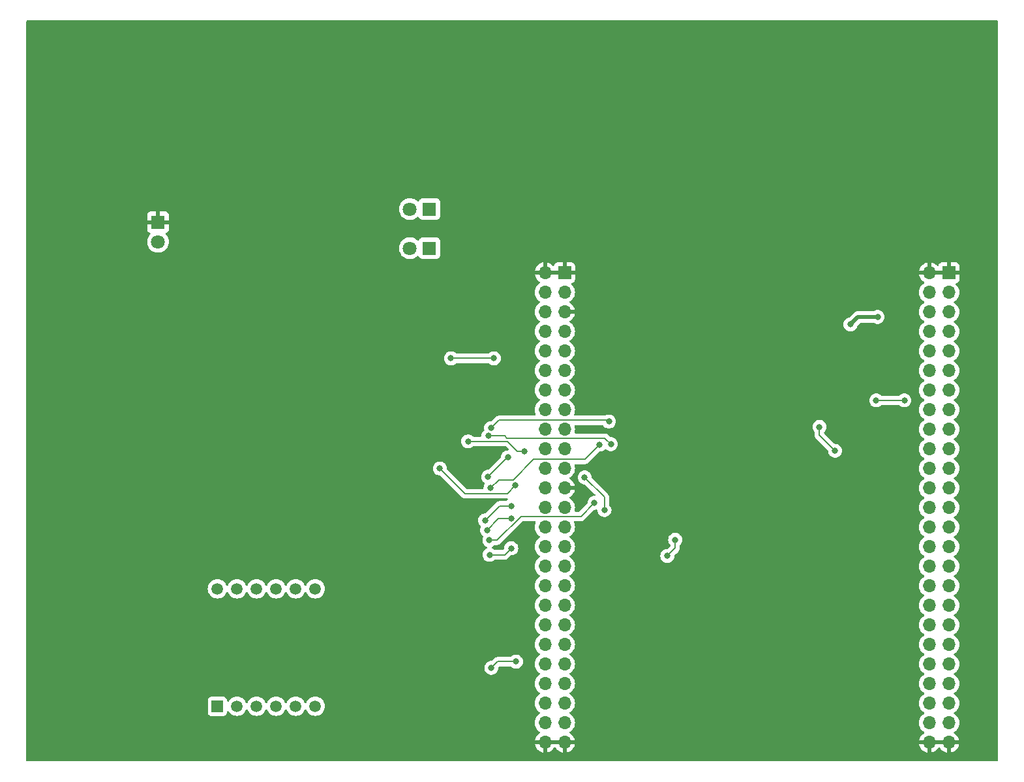
<source format=gbr>
%TF.GenerationSoftware,KiCad,Pcbnew,(7.0.0)*%
%TF.CreationDate,2023-05-31T00:06:15-06:00*%
%TF.ProjectId,Oximeter,4f78696d-6574-4657-922e-6b696361645f,rev?*%
%TF.SameCoordinates,Original*%
%TF.FileFunction,Copper,L2,Bot*%
%TF.FilePolarity,Positive*%
%FSLAX46Y46*%
G04 Gerber Fmt 4.6, Leading zero omitted, Abs format (unit mm)*
G04 Created by KiCad (PCBNEW (7.0.0)) date 2023-05-31 00:06:15*
%MOMM*%
%LPD*%
G01*
G04 APERTURE LIST*
%TA.AperFunction,ComponentPad*%
%ADD10R,1.500000X1.500000*%
%TD*%
%TA.AperFunction,ComponentPad*%
%ADD11C,1.500000*%
%TD*%
%TA.AperFunction,ComponentPad*%
%ADD12R,1.700000X1.700000*%
%TD*%
%TA.AperFunction,ComponentPad*%
%ADD13O,1.700000X1.700000*%
%TD*%
%TA.AperFunction,ComponentPad*%
%ADD14R,1.800000X1.800000*%
%TD*%
%TA.AperFunction,ComponentPad*%
%ADD15C,1.800000*%
%TD*%
%TA.AperFunction,ViaPad*%
%ADD16C,0.800000*%
%TD*%
%TA.AperFunction,Conductor*%
%ADD17C,0.203200*%
%TD*%
%TA.AperFunction,Conductor*%
%ADD18C,0.508000*%
%TD*%
G04 APERTURE END LIST*
D10*
%TO.P,U1,1,e*%
%TO.N,Net-(U1-e)*%
X159024999Y-130264999D03*
D11*
%TO.P,U1,2,d*%
%TO.N,Net-(U1-d)*%
X161565000Y-130265000D03*
%TO.P,U1,3,DPX*%
%TO.N,Net-(U1-DPX)*%
X164105000Y-130265000D03*
%TO.P,U1,4,c*%
%TO.N,Net-(U1-c)*%
X166645000Y-130265000D03*
%TO.P,U1,5,g*%
%TO.N,Net-(U1-g)*%
X169185000Y-130265000D03*
%TO.P,U1,6,CA4*%
%TO.N,Dig4*%
X171725000Y-130265000D03*
%TO.P,U1,7,b*%
%TO.N,Net-(U1-b)*%
X171725000Y-115025000D03*
%TO.P,U1,8,CA3*%
%TO.N,Dig3*%
X169185000Y-115025000D03*
%TO.P,U1,9,CA2*%
%TO.N,Dig2*%
X166645000Y-115025000D03*
%TO.P,U1,10,f*%
%TO.N,Net-(U1-f)*%
X164105000Y-115025000D03*
%TO.P,U1,11,a*%
%TO.N,Net-(U1-a)*%
X161565000Y-115025000D03*
%TO.P,U1,12,CA1*%
%TO.N,Dig1*%
X159025000Y-115025000D03*
%TD*%
D12*
%TO.P,J2,1,Pin_1*%
%TO.N,GND*%
X253974999Y-73994999D03*
D13*
%TO.P,J2,2,Pin_2*%
X251434999Y-73994999D03*
%TO.P,J2,3,Pin_3*%
%TO.N,+5V*%
X253974999Y-76534999D03*
%TO.P,J2,4,Pin_4*%
X251434999Y-76534999D03*
%TO.P,J2,5,Pin_5*%
%TO.N,/3V*%
X253974999Y-79074999D03*
%TO.P,J2,6,Pin_6*%
X251434999Y-79074999D03*
%TO.P,J2,7,Pin_7*%
%TO.N,/PH0*%
X253974999Y-81614999D03*
%TO.P,J2,8,Pin_8*%
%TO.N,/PH1*%
X251434999Y-81614999D03*
%TO.P,J2,9,Pin_9*%
%TO.N,/PC14*%
X253974999Y-84154999D03*
%TO.P,J2,10,Pin_10*%
%TO.N,/PC15*%
X251434999Y-84154999D03*
%TO.P,J2,11,Pin_11*%
%TO.N,/PE6*%
X253974999Y-86694999D03*
%TO.P,J2,12,Pin_12*%
%TO.N,/PC13*%
X251434999Y-86694999D03*
%TO.P,J2,13,Pin_13*%
%TO.N,/PE4*%
X253974999Y-89234999D03*
%TO.P,J2,14,Pin_14*%
%TO.N,/PE5*%
X251434999Y-89234999D03*
%TO.P,J2,15,Pin_15*%
%TO.N,/PE2*%
X253974999Y-91774999D03*
%TO.P,J2,16,Pin_16*%
%TO.N,/PE3*%
X251434999Y-91774999D03*
%TO.P,J2,17,Pin_17*%
%TO.N,/PE0*%
X253974999Y-94314999D03*
%TO.P,J2,18,Pin_18*%
%TO.N,/PE1*%
X251434999Y-94314999D03*
%TO.P,J2,19,Pin_19*%
%TO.N,/PB8*%
X253974999Y-96854999D03*
%TO.P,J2,20,Pin_20*%
%TO.N,/PB9*%
X251434999Y-96854999D03*
%TO.P,J2,21,Pin_21*%
%TO.N,/BOOT0*%
X253974999Y-99394999D03*
%TO.P,J2,22,Pin_22*%
%TO.N,/VDD*%
X251434999Y-99394999D03*
%TO.P,J2,23,Pin_23*%
%TO.N,/PB6*%
X253974999Y-101934999D03*
%TO.P,J2,24,Pin_24*%
%TO.N,/PB7*%
X251434999Y-101934999D03*
%TO.P,J2,25,Pin_25*%
%TO.N,/PB4*%
X253974999Y-104474999D03*
%TO.P,J2,26,Pin_26*%
%TO.N,/PB5*%
X251434999Y-104474999D03*
%TO.P,J2,27,Pin_27*%
%TO.N,/PD7*%
X253974999Y-107014999D03*
%TO.P,J2,28,Pin_28*%
%TO.N,/PB3*%
X251434999Y-107014999D03*
%TO.P,J2,29,Pin_29*%
%TO.N,/PD5*%
X253974999Y-109554999D03*
%TO.P,J2,30,Pin_30*%
%TO.N,/PD6*%
X251434999Y-109554999D03*
%TO.P,J2,31,Pin_31*%
%TO.N,/PD3*%
X253974999Y-112094999D03*
%TO.P,J2,32,Pin_32*%
%TO.N,/PD4*%
X251434999Y-112094999D03*
%TO.P,J2,33,Pin_33*%
%TO.N,/PD1*%
X253974999Y-114634999D03*
%TO.P,J2,34,Pin_34*%
%TO.N,/PD2*%
X251434999Y-114634999D03*
%TO.P,J2,35,Pin_35*%
%TO.N,/PC12*%
X253974999Y-117174999D03*
%TO.P,J2,36,Pin_36*%
%TO.N,/PD0*%
X251434999Y-117174999D03*
%TO.P,J2,37,Pin_37*%
%TO.N,/PC10*%
X253974999Y-119714999D03*
%TO.P,J2,38,Pin_38*%
%TO.N,/PC11*%
X251434999Y-119714999D03*
%TO.P,J2,39,Pin_39*%
%TO.N,/PA14*%
X253974999Y-122254999D03*
%TO.P,J2,40,Pin_40*%
%TO.N,/PA15*%
X251434999Y-122254999D03*
%TO.P,J2,41,Pin_41*%
%TO.N,/PA10*%
X253974999Y-124794999D03*
%TO.P,J2,42,Pin_42*%
%TO.N,/PA13*%
X251434999Y-124794999D03*
%TO.P,J2,43,Pin_43*%
%TO.N,/PA8*%
X253974999Y-127334999D03*
%TO.P,J2,44,Pin_44*%
%TO.N,/PA9*%
X251434999Y-127334999D03*
%TO.P,J2,45,Pin_45*%
%TO.N,/PC8*%
X253974999Y-129874999D03*
%TO.P,J2,46,Pin_46*%
%TO.N,/PC9*%
X251434999Y-129874999D03*
%TO.P,J2,47,Pin_47*%
%TO.N,/PC6*%
X253974999Y-132414999D03*
%TO.P,J2,48,Pin_48*%
%TO.N,/PC7*%
X251434999Y-132414999D03*
%TO.P,J2,49,Pin_49*%
%TO.N,GND*%
X253974999Y-134954999D03*
%TO.P,J2,50,Pin_50*%
X251434999Y-134954999D03*
%TD*%
D12*
%TO.P,J1,1,Pin_1*%
%TO.N,GND*%
X204089999Y-73979999D03*
D13*
%TO.P,J1,2,Pin_2*%
X201549999Y-73979999D03*
%TO.P,J1,3,Pin_3*%
%TO.N,/VDD*%
X204089999Y-76519999D03*
%TO.P,J1,4,Pin_4*%
X201549999Y-76519999D03*
%TO.P,J1,5,Pin_5*%
%TO.N,GND*%
X204089999Y-79059999D03*
%TO.P,J1,6,Pin_6*%
%TO.N,/NSRT*%
X201549999Y-79059999D03*
%TO.P,J1,7,Pin_7*%
%TO.N,/PC1*%
X204089999Y-81599999D03*
%TO.P,J1,8,Pin_8*%
%TO.N,/PC0*%
X201549999Y-81599999D03*
%TO.P,J1,9,Pin_9*%
%TO.N,/PC3*%
X204089999Y-84139999D03*
%TO.P,J1,10,Pin_10*%
%TO.N,/PC2*%
X201549999Y-84139999D03*
%TO.P,J1,11,Pin_11*%
%TO.N,LightSensor*%
X204089999Y-86679999D03*
%TO.P,J1,12,Pin_12*%
%TO.N,/PA0*%
X201549999Y-86679999D03*
%TO.P,J1,13,Pin_13*%
%TO.N,/PA3*%
X204089999Y-89219999D03*
%TO.P,J1,14,Pin_14*%
%TO.N,/PA2*%
X201549999Y-89219999D03*
%TO.P,J1,15,Pin_15*%
%TO.N,Infared_LED*%
X204089999Y-91759999D03*
%TO.P,J1,16,Pin_16*%
%TO.N,Red_LED*%
X201549999Y-91759999D03*
%TO.P,J1,17,Pin_17*%
%TO.N,/PA7*%
X204089999Y-94299999D03*
%TO.P,J1,18,Pin_18*%
%TO.N,/PA6*%
X201549999Y-94299999D03*
%TO.P,J1,19,Pin_19*%
%TO.N,Dig1*%
X204089999Y-96839999D03*
%TO.P,J1,20,Pin_20*%
%TO.N,/PC4*%
X201549999Y-96839999D03*
%TO.P,J1,21,Pin_21*%
%TO.N,Dig2*%
X204089999Y-99379999D03*
%TO.P,J1,22,Pin_22*%
%TO.N,/PB0*%
X201549999Y-99379999D03*
%TO.P,J1,23,Pin_23*%
%TO.N,GND*%
X204089999Y-101919999D03*
%TO.P,J1,24,Pin_24*%
%TO.N,/PB2*%
X201549999Y-101919999D03*
%TO.P,J1,25,Pin_25*%
%TO.N,Dig3*%
X204089999Y-104459999D03*
%TO.P,J1,26,Pin_26*%
%TO.N,/PE8*%
X201549999Y-104459999D03*
%TO.P,J1,27,Pin_27*%
%TO.N,Dig4*%
X204089999Y-106999999D03*
%TO.P,J1,28,Pin_28*%
%TO.N,/PE10*%
X201549999Y-106999999D03*
%TO.P,J1,29,Pin_29*%
%TO.N,DS*%
X204089999Y-109539999D03*
%TO.P,J1,30,Pin_30*%
%TO.N,/PE12*%
X201549999Y-109539999D03*
%TO.P,J1,31,Pin_31*%
%TO.N,ST_CP*%
X204089999Y-112079999D03*
%TO.P,J1,32,Pin_32*%
%TO.N,/PE14*%
X201549999Y-112079999D03*
%TO.P,J1,33,Pin_33*%
%TO.N,SH_CP*%
X204089999Y-114619999D03*
%TO.P,J1,34,Pin_34*%
%TO.N,/PB10*%
X201549999Y-114619999D03*
%TO.P,J1,35,Pin_35*%
%TO.N,/PB11*%
X204089999Y-117159999D03*
%TO.P,J1,36,Pin_36*%
%TO.N,/PB12*%
X201549999Y-117159999D03*
%TO.P,J1,37,Pin_37*%
%TO.N,/PB13*%
X204089999Y-119699999D03*
%TO.P,J1,38,Pin_38*%
%TO.N,/PB14*%
X201549999Y-119699999D03*
%TO.P,J1,39,Pin_39*%
%TO.N,/PB15*%
X204089999Y-122239999D03*
%TO.P,J1,40,Pin_40*%
%TO.N,/PD8*%
X201549999Y-122239999D03*
%TO.P,J1,41,Pin_41*%
%TO.N,/PD9*%
X204089999Y-124779999D03*
%TO.P,J1,42,Pin_42*%
%TO.N,/PD10*%
X201549999Y-124779999D03*
%TO.P,J1,43,Pin_43*%
%TO.N,/PD11*%
X204089999Y-127319999D03*
%TO.P,J1,44,Pin_44*%
%TO.N,/PD12*%
X201549999Y-127319999D03*
%TO.P,J1,45,Pin_45*%
%TO.N,/PD13*%
X204089999Y-129859999D03*
%TO.P,J1,46,Pin_46*%
%TO.N,/PD14*%
X201549999Y-129859999D03*
%TO.P,J1,47,Pin_47*%
%TO.N,/PD15*%
X204089999Y-132399999D03*
%TO.P,J1,48,Pin_48*%
%TO.N,/NC*%
X201549999Y-132399999D03*
%TO.P,J1,49,Pin_49*%
%TO.N,GND*%
X204089999Y-134939999D03*
%TO.P,J1,50,Pin_50*%
X201549999Y-134939999D03*
%TD*%
D14*
%TO.P,D3,1,K*%
%TO.N,GND*%
X151312499Y-67424999D03*
D15*
%TO.P,D3,2,A*%
%TO.N,LightSensor*%
X151312500Y-69965000D03*
%TD*%
D14*
%TO.P,D2,1,K*%
%TO.N,Net-(D2-K)*%
X186549999Y-70799999D03*
D15*
%TO.P,D2,2,A*%
%TO.N,Infared_LED*%
X184010000Y-70800000D03*
%TD*%
D14*
%TO.P,D1,1,K*%
%TO.N,Net-(D1-K)*%
X186549999Y-65724999D03*
D15*
%TO.P,D1,2,A*%
%TO.N,Red_LED*%
X184010000Y-65725000D03*
%TD*%
D16*
%TO.N,Net-(U1-e)*%
X209850000Y-93300000D03*
X194550000Y-94150000D03*
%TO.N,Dig1*%
X198875000Y-97150000D03*
X191575000Y-95875000D03*
%TO.N,Net-(U1-a)*%
X244550000Y-90550000D03*
X248200000Y-90550000D03*
%TO.N,Net-(U1-f)*%
X210100000Y-96250000D03*
X194200000Y-95173900D03*
%TO.N,Dig2*%
X187900000Y-99400000D03*
X197725000Y-101575000D03*
%TO.N,Dig3*%
X197175000Y-109750000D03*
X194350000Y-110600000D03*
%TO.N,Net-(U1-b)*%
X194175000Y-100475000D03*
X196728500Y-97950000D03*
%TO.N,Net-(U1-DPX)*%
X209275000Y-104800000D03*
X206700000Y-100550000D03*
X193775000Y-106125000D03*
X197150000Y-104250000D03*
%TO.N,Net-(U1-d)*%
X208650000Y-96300000D03*
X194475000Y-101950000D03*
%TO.N,Net-(U1-c)*%
X194025000Y-107400000D03*
X197150000Y-105900000D03*
%TO.N,Net-(U1-g)*%
X194325000Y-108725000D03*
X207962500Y-103862500D03*
%TO.N,Dig4*%
X194575000Y-125275000D03*
X197800000Y-124475000D03*
%TO.N,LightSensor*%
X194925000Y-85100000D03*
X189350000Y-85100000D03*
%TO.N,GND*%
X192985000Y-71225000D03*
X193010000Y-65975000D03*
%TO.N,SH_CP*%
X239200000Y-97100000D03*
X237175000Y-94000000D03*
%TO.N,ST_CP*%
X217425000Y-110750000D03*
X218450000Y-108650000D03*
%TO.N,+5V*%
X241198900Y-80700000D03*
X244725000Y-79725000D03*
%TO.N,GND*%
X234425000Y-90775000D03*
X226400000Y-93426100D03*
%TD*%
D17*
%TO.N,Net-(U1-e)*%
X209698400Y-93148400D02*
X209850000Y-93300000D01*
X194550000Y-94150000D02*
X195551600Y-93148400D01*
X195551600Y-93148400D02*
X209698400Y-93148400D01*
%TO.N,Net-(U1-b)*%
X196728500Y-97950000D02*
X196700000Y-97950000D01*
X196700000Y-97950000D02*
X194175000Y-100475000D01*
%TO.N,Net-(U1-f)*%
X209301600Y-95451600D02*
X210100000Y-96250000D01*
X196623400Y-95451600D02*
X209301600Y-95451600D01*
X196345700Y-95173900D02*
X196623400Y-95451600D01*
X194200000Y-95173900D02*
X196345700Y-95173900D01*
%TO.N,Dig1*%
X197967213Y-97150000D02*
X198875000Y-97150000D01*
X196692213Y-95875000D02*
X197967213Y-97150000D01*
X191575000Y-95875000D02*
X196692213Y-95875000D01*
%TO.N,Net-(U1-d)*%
X195551600Y-100873400D02*
X194475000Y-101950000D01*
X197451600Y-100873400D02*
X195551600Y-100873400D01*
X200096600Y-98228400D02*
X197451600Y-100873400D01*
X206721600Y-98228400D02*
X200096600Y-98228400D01*
X208650000Y-96300000D02*
X206721600Y-98228400D01*
%TO.N,ST_CP*%
X218450000Y-109725000D02*
X217425000Y-110750000D01*
X218450000Y-108650000D02*
X218450000Y-109725000D01*
%TO.N,Net-(U1-a)*%
X248200000Y-90550000D02*
X244550000Y-90550000D01*
%TO.N,Dig2*%
X191151600Y-102651600D02*
X196648400Y-102651600D01*
X187900000Y-99400000D02*
X191151600Y-102651600D01*
X196648400Y-102651600D02*
X197725000Y-101575000D01*
%TO.N,Dig3*%
X196325000Y-110600000D02*
X197175000Y-109750000D01*
X194350000Y-110600000D02*
X196325000Y-110600000D01*
%TO.N,Net-(U1-g)*%
X195317213Y-108725000D02*
X194325000Y-108725000D01*
X198430613Y-105611600D02*
X195317213Y-108725000D01*
X206213400Y-105611600D02*
X198430613Y-105611600D01*
X207962500Y-103862500D02*
X206213400Y-105611600D01*
%TO.N,Net-(U1-DPX)*%
X209275000Y-103125000D02*
X209275000Y-104800000D01*
X206700000Y-100550000D02*
X209275000Y-103125000D01*
X193775000Y-106125000D02*
X195650000Y-104250000D01*
X195650000Y-104250000D02*
X197150000Y-104250000D01*
%TO.N,Net-(U1-c)*%
X195525000Y-105900000D02*
X197150000Y-105900000D01*
X194025000Y-107400000D02*
X195525000Y-105900000D01*
%TO.N,Dig4*%
X195375000Y-124475000D02*
X194575000Y-125275000D01*
X197800000Y-124475000D02*
X195375000Y-124475000D01*
%TO.N,LightSensor*%
X189350000Y-85100000D02*
X194925000Y-85100000D01*
%TO.N,SH_CP*%
X237175000Y-95075000D02*
X239200000Y-97100000D01*
X237175000Y-94000000D02*
X237175000Y-95075000D01*
D18*
%TO.N,+5V*%
X242173900Y-79725000D02*
X241198900Y-80700000D01*
X244725000Y-79725000D02*
X242173900Y-79725000D01*
%TD*%
%TA.AperFunction,Conductor*%
%TO.N,GND*%
G36*
X260288000Y-41241613D02*
G01*
X260333387Y-41287000D01*
X260350000Y-41349000D01*
X260350000Y-137301000D01*
X260333387Y-137363000D01*
X260288000Y-137408387D01*
X260226000Y-137425000D01*
X134349000Y-137425000D01*
X134287000Y-137408387D01*
X134241613Y-137363000D01*
X134225000Y-137301000D01*
X134225000Y-135192551D01*
X200222688Y-135192551D01*
X200223056Y-135203780D01*
X200275168Y-135398263D01*
X200278856Y-135408397D01*
X200374113Y-135612676D01*
X200379501Y-135622008D01*
X200508784Y-135806643D01*
X200515721Y-135814909D01*
X200675090Y-135974278D01*
X200683356Y-135981215D01*
X200867991Y-136110498D01*
X200877323Y-136115886D01*
X201081602Y-136211143D01*
X201091736Y-136214831D01*
X201286219Y-136266943D01*
X201297448Y-136267311D01*
X201300000Y-136256369D01*
X201800000Y-136256369D01*
X201802551Y-136267311D01*
X201813780Y-136266943D01*
X202008263Y-136214831D01*
X202018397Y-136211143D01*
X202222676Y-136115886D01*
X202232008Y-136110498D01*
X202416643Y-135981215D01*
X202424909Y-135974278D01*
X202584278Y-135814909D01*
X202591215Y-135806643D01*
X202718425Y-135624969D01*
X202762743Y-135586104D01*
X202820000Y-135572093D01*
X202877257Y-135586104D01*
X202921575Y-135624969D01*
X203048784Y-135806643D01*
X203055721Y-135814909D01*
X203215090Y-135974278D01*
X203223356Y-135981215D01*
X203407991Y-136110498D01*
X203417323Y-136115886D01*
X203621602Y-136211143D01*
X203631736Y-136214831D01*
X203826219Y-136266943D01*
X203837448Y-136267311D01*
X203840000Y-136256369D01*
X204340000Y-136256369D01*
X204342551Y-136267311D01*
X204353780Y-136266943D01*
X204548263Y-136214831D01*
X204558397Y-136211143D01*
X204762676Y-136115886D01*
X204772008Y-136110498D01*
X204956643Y-135981215D01*
X204964909Y-135974278D01*
X205124278Y-135814909D01*
X205131215Y-135806643D01*
X205260498Y-135622008D01*
X205265886Y-135612676D01*
X205361143Y-135408397D01*
X205364831Y-135398263D01*
X205415933Y-135207551D01*
X250107688Y-135207551D01*
X250108056Y-135218780D01*
X250160168Y-135413263D01*
X250163856Y-135423397D01*
X250259113Y-135627676D01*
X250264501Y-135637008D01*
X250393784Y-135821643D01*
X250400721Y-135829909D01*
X250560090Y-135989278D01*
X250568356Y-135996215D01*
X250752991Y-136125498D01*
X250762323Y-136130886D01*
X250966602Y-136226143D01*
X250976736Y-136229831D01*
X251171219Y-136281943D01*
X251182448Y-136282311D01*
X251185000Y-136271369D01*
X251685000Y-136271369D01*
X251687551Y-136282311D01*
X251698780Y-136281943D01*
X251893263Y-136229831D01*
X251903397Y-136226143D01*
X252107676Y-136130886D01*
X252117008Y-136125498D01*
X252301643Y-135996215D01*
X252309909Y-135989278D01*
X252469278Y-135829909D01*
X252476215Y-135821643D01*
X252603425Y-135639969D01*
X252647743Y-135601104D01*
X252705000Y-135587093D01*
X252762257Y-135601104D01*
X252806575Y-135639969D01*
X252933784Y-135821643D01*
X252940721Y-135829909D01*
X253100090Y-135989278D01*
X253108356Y-135996215D01*
X253292991Y-136125498D01*
X253302323Y-136130886D01*
X253506602Y-136226143D01*
X253516736Y-136229831D01*
X253711219Y-136281943D01*
X253722448Y-136282311D01*
X253725000Y-136271369D01*
X254225000Y-136271369D01*
X254227551Y-136282311D01*
X254238780Y-136281943D01*
X254433263Y-136229831D01*
X254443397Y-136226143D01*
X254647676Y-136130886D01*
X254657008Y-136125498D01*
X254841643Y-135996215D01*
X254849909Y-135989278D01*
X255009278Y-135829909D01*
X255016215Y-135821643D01*
X255145498Y-135637008D01*
X255150886Y-135627676D01*
X255246143Y-135423397D01*
X255249831Y-135413263D01*
X255301943Y-135218780D01*
X255302311Y-135207551D01*
X255291369Y-135205000D01*
X254241326Y-135205000D01*
X254228450Y-135208450D01*
X254225000Y-135221326D01*
X254225000Y-136271369D01*
X253725000Y-136271369D01*
X253725000Y-135221326D01*
X253721549Y-135208450D01*
X253708674Y-135205000D01*
X251701326Y-135205000D01*
X251688450Y-135208450D01*
X251685000Y-135221326D01*
X251685000Y-136271369D01*
X251185000Y-136271369D01*
X251185000Y-135221326D01*
X251181549Y-135208450D01*
X251168674Y-135205000D01*
X250118631Y-135205000D01*
X250107688Y-135207551D01*
X205415933Y-135207551D01*
X205416943Y-135203780D01*
X205417311Y-135192551D01*
X205406369Y-135190000D01*
X204356326Y-135190000D01*
X204343450Y-135193450D01*
X204340000Y-135206326D01*
X204340000Y-136256369D01*
X203840000Y-136256369D01*
X203840000Y-135206326D01*
X203836549Y-135193450D01*
X203823674Y-135190000D01*
X201816326Y-135190000D01*
X201803450Y-135193450D01*
X201800000Y-135206326D01*
X201800000Y-136256369D01*
X201300000Y-136256369D01*
X201300000Y-135206326D01*
X201296549Y-135193450D01*
X201283674Y-135190000D01*
X200233631Y-135190000D01*
X200222688Y-135192551D01*
X134225000Y-135192551D01*
X134225000Y-131059578D01*
X157774500Y-131059578D01*
X157774501Y-131062872D01*
X157774853Y-131066150D01*
X157774854Y-131066161D01*
X157780079Y-131114768D01*
X157780080Y-131114773D01*
X157780909Y-131122483D01*
X157783619Y-131129749D01*
X157783620Y-131129753D01*
X157789307Y-131145000D01*
X157831204Y-131257331D01*
X157836518Y-131264430D01*
X157836519Y-131264431D01*
X157912056Y-131365336D01*
X157917454Y-131372546D01*
X158032669Y-131458796D01*
X158167517Y-131509091D01*
X158227127Y-131515500D01*
X159822872Y-131515499D01*
X159882483Y-131509091D01*
X160017331Y-131458796D01*
X160132546Y-131372546D01*
X160218796Y-131257331D01*
X160269091Y-131122483D01*
X160275500Y-131062873D01*
X160275499Y-130996861D01*
X160291045Y-130936748D01*
X160333788Y-130891706D01*
X160393008Y-130873033D01*
X160453856Y-130885412D01*
X160501074Y-130925739D01*
X160600296Y-131067442D01*
X160600299Y-131067446D01*
X160603402Y-131071877D01*
X160758123Y-131226598D01*
X160762555Y-131229701D01*
X160762557Y-131229703D01*
X160778641Y-131240965D01*
X160937361Y-131352102D01*
X160942261Y-131354387D01*
X160942263Y-131354388D01*
X160997904Y-131380334D01*
X161135670Y-131444575D01*
X161293522Y-131486871D01*
X161341790Y-131499805D01*
X161341791Y-131499805D01*
X161347023Y-131501207D01*
X161565000Y-131520277D01*
X161782977Y-131501207D01*
X161994330Y-131444575D01*
X162192639Y-131352102D01*
X162371877Y-131226598D01*
X162526598Y-131071877D01*
X162652102Y-130892639D01*
X162722617Y-130741417D01*
X162768375Y-130689241D01*
X162835000Y-130669821D01*
X162901625Y-130689241D01*
X162947382Y-130741417D01*
X163015609Y-130887732D01*
X163015613Y-130887739D01*
X163017898Y-130892639D01*
X163020997Y-130897066D01*
X163020999Y-130897068D01*
X163140296Y-131067442D01*
X163140299Y-131067446D01*
X163143402Y-131071877D01*
X163298123Y-131226598D01*
X163302555Y-131229701D01*
X163302557Y-131229703D01*
X163318641Y-131240965D01*
X163477361Y-131352102D01*
X163482261Y-131354387D01*
X163482263Y-131354388D01*
X163537904Y-131380334D01*
X163675670Y-131444575D01*
X163833522Y-131486871D01*
X163881790Y-131499805D01*
X163881791Y-131499805D01*
X163887023Y-131501207D01*
X164105000Y-131520277D01*
X164322977Y-131501207D01*
X164534330Y-131444575D01*
X164732639Y-131352102D01*
X164911877Y-131226598D01*
X165066598Y-131071877D01*
X165192102Y-130892639D01*
X165262617Y-130741417D01*
X165308375Y-130689241D01*
X165375000Y-130669821D01*
X165441625Y-130689241D01*
X165487382Y-130741417D01*
X165555609Y-130887732D01*
X165555613Y-130887739D01*
X165557898Y-130892639D01*
X165560997Y-130897066D01*
X165560999Y-130897068D01*
X165680296Y-131067442D01*
X165680299Y-131067446D01*
X165683402Y-131071877D01*
X165838123Y-131226598D01*
X165842555Y-131229701D01*
X165842557Y-131229703D01*
X165858641Y-131240965D01*
X166017361Y-131352102D01*
X166022261Y-131354387D01*
X166022263Y-131354388D01*
X166077904Y-131380334D01*
X166215670Y-131444575D01*
X166373522Y-131486871D01*
X166421790Y-131499805D01*
X166421791Y-131499805D01*
X166427023Y-131501207D01*
X166645000Y-131520277D01*
X166862977Y-131501207D01*
X167074330Y-131444575D01*
X167272639Y-131352102D01*
X167451877Y-131226598D01*
X167606598Y-131071877D01*
X167732102Y-130892639D01*
X167802617Y-130741417D01*
X167848375Y-130689241D01*
X167915000Y-130669821D01*
X167981625Y-130689241D01*
X168027382Y-130741417D01*
X168095609Y-130887732D01*
X168095613Y-130887739D01*
X168097898Y-130892639D01*
X168100997Y-130897066D01*
X168100999Y-130897068D01*
X168220296Y-131067442D01*
X168220299Y-131067446D01*
X168223402Y-131071877D01*
X168378123Y-131226598D01*
X168382555Y-131229701D01*
X168382557Y-131229703D01*
X168398641Y-131240965D01*
X168557361Y-131352102D01*
X168562261Y-131354387D01*
X168562263Y-131354388D01*
X168617904Y-131380334D01*
X168755670Y-131444575D01*
X168913522Y-131486871D01*
X168961790Y-131499805D01*
X168961791Y-131499805D01*
X168967023Y-131501207D01*
X169185000Y-131520277D01*
X169402977Y-131501207D01*
X169614330Y-131444575D01*
X169812639Y-131352102D01*
X169991877Y-131226598D01*
X170146598Y-131071877D01*
X170272102Y-130892639D01*
X170342617Y-130741417D01*
X170388375Y-130689241D01*
X170455000Y-130669821D01*
X170521625Y-130689241D01*
X170567382Y-130741417D01*
X170635609Y-130887732D01*
X170635613Y-130887739D01*
X170637898Y-130892639D01*
X170640997Y-130897066D01*
X170640999Y-130897068D01*
X170760296Y-131067442D01*
X170760299Y-131067446D01*
X170763402Y-131071877D01*
X170918123Y-131226598D01*
X170922555Y-131229701D01*
X170922557Y-131229703D01*
X170938641Y-131240965D01*
X171097361Y-131352102D01*
X171102261Y-131354387D01*
X171102263Y-131354388D01*
X171157904Y-131380334D01*
X171295670Y-131444575D01*
X171453522Y-131486871D01*
X171501790Y-131499805D01*
X171501791Y-131499805D01*
X171507023Y-131501207D01*
X171725000Y-131520277D01*
X171942977Y-131501207D01*
X172154330Y-131444575D01*
X172352639Y-131352102D01*
X172531877Y-131226598D01*
X172686598Y-131071877D01*
X172812102Y-130892639D01*
X172904575Y-130694330D01*
X172961207Y-130482977D01*
X172980277Y-130265000D01*
X172961207Y-130047023D01*
X172904575Y-129835670D01*
X172812102Y-129637362D01*
X172686598Y-129458123D01*
X172531877Y-129303402D01*
X172527446Y-129300299D01*
X172527442Y-129300296D01*
X172357068Y-129180999D01*
X172357066Y-129180997D01*
X172352639Y-129177898D01*
X172347742Y-129175614D01*
X172347736Y-129175611D01*
X172159236Y-129087712D01*
X172159229Y-129087709D01*
X172154330Y-129085425D01*
X172149103Y-129084024D01*
X172149102Y-129084024D01*
X171948209Y-129030194D01*
X171948199Y-129030192D01*
X171942977Y-129028793D01*
X171937585Y-129028321D01*
X171937578Y-129028320D01*
X171730395Y-129010195D01*
X171725000Y-129009723D01*
X171719605Y-129010195D01*
X171512421Y-129028320D01*
X171512412Y-129028321D01*
X171507023Y-129028793D01*
X171501802Y-129030191D01*
X171501790Y-129030194D01*
X171300897Y-129084024D01*
X171300892Y-129084025D01*
X171295670Y-129085425D01*
X171290774Y-129087707D01*
X171290763Y-129087712D01*
X171102272Y-129175608D01*
X171102268Y-129175610D01*
X171097362Y-129177898D01*
X171092929Y-129181001D01*
X171092922Y-129181006D01*
X170922558Y-129300296D01*
X170922553Y-129300299D01*
X170918123Y-129303402D01*
X170914299Y-129307225D01*
X170914293Y-129307231D01*
X170767231Y-129454293D01*
X170767225Y-129454299D01*
X170763402Y-129458123D01*
X170760299Y-129462553D01*
X170760296Y-129462558D01*
X170641006Y-129632922D01*
X170641001Y-129632929D01*
X170637898Y-129637362D01*
X170635610Y-129642268D01*
X170635608Y-129642272D01*
X170567382Y-129788583D01*
X170521625Y-129840759D01*
X170455000Y-129860178D01*
X170388375Y-129840759D01*
X170342618Y-129788583D01*
X170275472Y-129644590D01*
X170272102Y-129637362D01*
X170146598Y-129458123D01*
X169991877Y-129303402D01*
X169987446Y-129300299D01*
X169987442Y-129300296D01*
X169817068Y-129180999D01*
X169817066Y-129180997D01*
X169812639Y-129177898D01*
X169807742Y-129175614D01*
X169807736Y-129175611D01*
X169619236Y-129087712D01*
X169619229Y-129087709D01*
X169614330Y-129085425D01*
X169609103Y-129084024D01*
X169609102Y-129084024D01*
X169408209Y-129030194D01*
X169408199Y-129030192D01*
X169402977Y-129028793D01*
X169397585Y-129028321D01*
X169397578Y-129028320D01*
X169190395Y-129010195D01*
X169185000Y-129009723D01*
X169179605Y-129010195D01*
X168972421Y-129028320D01*
X168972412Y-129028321D01*
X168967023Y-129028793D01*
X168961802Y-129030191D01*
X168961790Y-129030194D01*
X168760897Y-129084024D01*
X168760892Y-129084025D01*
X168755670Y-129085425D01*
X168750774Y-129087707D01*
X168750763Y-129087712D01*
X168562272Y-129175608D01*
X168562268Y-129175610D01*
X168557362Y-129177898D01*
X168552929Y-129181001D01*
X168552922Y-129181006D01*
X168382558Y-129300296D01*
X168382553Y-129300299D01*
X168378123Y-129303402D01*
X168374299Y-129307225D01*
X168374293Y-129307231D01*
X168227231Y-129454293D01*
X168227225Y-129454299D01*
X168223402Y-129458123D01*
X168220299Y-129462553D01*
X168220296Y-129462558D01*
X168101006Y-129632922D01*
X168101001Y-129632929D01*
X168097898Y-129637362D01*
X168095610Y-129642268D01*
X168095608Y-129642272D01*
X168027382Y-129788583D01*
X167981625Y-129840759D01*
X167915000Y-129860178D01*
X167848375Y-129840759D01*
X167802618Y-129788583D01*
X167735472Y-129644590D01*
X167732102Y-129637362D01*
X167606598Y-129458123D01*
X167451877Y-129303402D01*
X167447446Y-129300299D01*
X167447442Y-129300296D01*
X167277068Y-129180999D01*
X167277066Y-129180997D01*
X167272639Y-129177898D01*
X167267742Y-129175614D01*
X167267736Y-129175611D01*
X167079236Y-129087712D01*
X167079229Y-129087709D01*
X167074330Y-129085425D01*
X167069103Y-129084024D01*
X167069102Y-129084024D01*
X166868209Y-129030194D01*
X166868199Y-129030192D01*
X166862977Y-129028793D01*
X166857585Y-129028321D01*
X166857578Y-129028320D01*
X166650395Y-129010195D01*
X166645000Y-129009723D01*
X166639605Y-129010195D01*
X166432421Y-129028320D01*
X166432412Y-129028321D01*
X166427023Y-129028793D01*
X166421802Y-129030191D01*
X166421790Y-129030194D01*
X166220897Y-129084024D01*
X166220892Y-129084025D01*
X166215670Y-129085425D01*
X166210774Y-129087707D01*
X166210763Y-129087712D01*
X166022272Y-129175608D01*
X166022268Y-129175610D01*
X166017362Y-129177898D01*
X166012929Y-129181001D01*
X166012922Y-129181006D01*
X165842558Y-129300296D01*
X165842553Y-129300299D01*
X165838123Y-129303402D01*
X165834299Y-129307225D01*
X165834293Y-129307231D01*
X165687231Y-129454293D01*
X165687225Y-129454299D01*
X165683402Y-129458123D01*
X165680299Y-129462553D01*
X165680296Y-129462558D01*
X165561006Y-129632922D01*
X165561001Y-129632929D01*
X165557898Y-129637362D01*
X165555610Y-129642268D01*
X165555608Y-129642272D01*
X165487382Y-129788583D01*
X165441625Y-129840759D01*
X165375000Y-129860178D01*
X165308375Y-129840759D01*
X165262618Y-129788583D01*
X165195472Y-129644590D01*
X165192102Y-129637362D01*
X165066598Y-129458123D01*
X164911877Y-129303402D01*
X164907446Y-129300299D01*
X164907442Y-129300296D01*
X164737068Y-129180999D01*
X164737066Y-129180997D01*
X164732639Y-129177898D01*
X164727742Y-129175614D01*
X164727736Y-129175611D01*
X164539236Y-129087712D01*
X164539229Y-129087709D01*
X164534330Y-129085425D01*
X164529103Y-129084024D01*
X164529102Y-129084024D01*
X164328209Y-129030194D01*
X164328199Y-129030192D01*
X164322977Y-129028793D01*
X164317585Y-129028321D01*
X164317578Y-129028320D01*
X164110395Y-129010195D01*
X164105000Y-129009723D01*
X164099605Y-129010195D01*
X163892421Y-129028320D01*
X163892412Y-129028321D01*
X163887023Y-129028793D01*
X163881802Y-129030191D01*
X163881790Y-129030194D01*
X163680897Y-129084024D01*
X163680892Y-129084025D01*
X163675670Y-129085425D01*
X163670774Y-129087707D01*
X163670763Y-129087712D01*
X163482272Y-129175608D01*
X163482268Y-129175610D01*
X163477362Y-129177898D01*
X163472929Y-129181001D01*
X163472922Y-129181006D01*
X163302558Y-129300296D01*
X163302553Y-129300299D01*
X163298123Y-129303402D01*
X163294299Y-129307225D01*
X163294293Y-129307231D01*
X163147231Y-129454293D01*
X163147225Y-129454299D01*
X163143402Y-129458123D01*
X163140299Y-129462553D01*
X163140296Y-129462558D01*
X163021006Y-129632922D01*
X163021001Y-129632929D01*
X163017898Y-129637362D01*
X163015610Y-129642268D01*
X163015608Y-129642272D01*
X162947382Y-129788583D01*
X162901625Y-129840759D01*
X162835000Y-129860178D01*
X162768375Y-129840759D01*
X162722618Y-129788583D01*
X162655472Y-129644590D01*
X162652102Y-129637362D01*
X162526598Y-129458123D01*
X162371877Y-129303402D01*
X162367446Y-129300299D01*
X162367442Y-129300296D01*
X162197068Y-129180999D01*
X162197066Y-129180997D01*
X162192639Y-129177898D01*
X162187742Y-129175614D01*
X162187736Y-129175611D01*
X161999236Y-129087712D01*
X161999229Y-129087709D01*
X161994330Y-129085425D01*
X161989103Y-129084024D01*
X161989102Y-129084024D01*
X161788209Y-129030194D01*
X161788199Y-129030192D01*
X161782977Y-129028793D01*
X161777585Y-129028321D01*
X161777578Y-129028320D01*
X161570395Y-129010195D01*
X161565000Y-129009723D01*
X161559605Y-129010195D01*
X161352421Y-129028320D01*
X161352412Y-129028321D01*
X161347023Y-129028793D01*
X161341802Y-129030191D01*
X161341790Y-129030194D01*
X161140897Y-129084024D01*
X161140892Y-129084025D01*
X161135670Y-129085425D01*
X161130774Y-129087707D01*
X161130763Y-129087712D01*
X160942272Y-129175608D01*
X160942268Y-129175610D01*
X160937362Y-129177898D01*
X160932929Y-129181001D01*
X160932922Y-129181006D01*
X160762558Y-129300296D01*
X160762553Y-129300299D01*
X160758123Y-129303402D01*
X160754299Y-129307225D01*
X160754293Y-129307231D01*
X160607231Y-129454293D01*
X160607225Y-129454299D01*
X160603402Y-129458123D01*
X160600299Y-129462553D01*
X160600296Y-129462558D01*
X160501074Y-129604263D01*
X160453857Y-129644590D01*
X160393009Y-129656970D01*
X160333789Y-129638298D01*
X160291046Y-129593256D01*
X160275499Y-129533140D01*
X160275499Y-129470439D01*
X160275499Y-129467128D01*
X160269091Y-129407517D01*
X160218796Y-129272669D01*
X160132546Y-129157454D01*
X160017331Y-129071204D01*
X159946965Y-129044959D01*
X159889752Y-129023620D01*
X159889750Y-129023619D01*
X159882483Y-129020909D01*
X159874770Y-129020079D01*
X159874767Y-129020079D01*
X159826180Y-129014855D01*
X159826169Y-129014854D01*
X159822873Y-129014500D01*
X159819550Y-129014500D01*
X158230439Y-129014500D01*
X158230420Y-129014500D01*
X158227128Y-129014501D01*
X158223850Y-129014853D01*
X158223838Y-129014854D01*
X158175231Y-129020079D01*
X158175225Y-129020080D01*
X158167517Y-129020909D01*
X158160252Y-129023618D01*
X158160246Y-129023620D01*
X158040980Y-129068104D01*
X158040978Y-129068104D01*
X158032669Y-129071204D01*
X158025572Y-129076516D01*
X158025568Y-129076519D01*
X157924550Y-129152141D01*
X157924546Y-129152144D01*
X157917454Y-129157454D01*
X157912144Y-129164546D01*
X157912141Y-129164550D01*
X157836519Y-129265568D01*
X157836516Y-129265572D01*
X157831204Y-129272669D01*
X157828104Y-129280978D01*
X157828104Y-129280980D01*
X157783620Y-129400247D01*
X157783619Y-129400250D01*
X157780909Y-129407517D01*
X157780079Y-129415227D01*
X157780079Y-129415232D01*
X157774855Y-129463819D01*
X157774854Y-129463831D01*
X157774500Y-129467127D01*
X157774500Y-129470448D01*
X157774500Y-129470449D01*
X157774500Y-131059560D01*
X157774500Y-131059578D01*
X134225000Y-131059578D01*
X134225000Y-125275000D01*
X193669540Y-125275000D01*
X193670219Y-125281460D01*
X193688646Y-125456795D01*
X193688647Y-125456803D01*
X193689326Y-125463256D01*
X193691331Y-125469428D01*
X193691333Y-125469435D01*
X193745813Y-125637105D01*
X193747821Y-125643284D01*
X193751068Y-125648908D01*
X193751069Y-125648910D01*
X193761167Y-125666401D01*
X193842467Y-125807216D01*
X193846811Y-125812041D01*
X193846813Y-125812043D01*
X193855422Y-125821604D01*
X193969129Y-125947888D01*
X193974387Y-125951708D01*
X193974388Y-125951709D01*
X193990514Y-125963425D01*
X194122270Y-126059151D01*
X194295197Y-126136144D01*
X194480354Y-126175500D01*
X194663143Y-126175500D01*
X194669646Y-126175500D01*
X194854803Y-126136144D01*
X195027730Y-126059151D01*
X195180871Y-125947888D01*
X195307533Y-125807216D01*
X195402179Y-125643284D01*
X195460674Y-125463256D01*
X195480460Y-125275000D01*
X195480093Y-125271509D01*
X195489220Y-125225626D01*
X195516100Y-125185397D01*
X195588080Y-125113418D01*
X195628309Y-125086539D01*
X195675761Y-125077100D01*
X197075183Y-125077100D01*
X197125618Y-125087820D01*
X197167332Y-125118127D01*
X197194129Y-125147888D01*
X197347270Y-125259151D01*
X197520197Y-125336144D01*
X197705354Y-125375500D01*
X197888143Y-125375500D01*
X197894646Y-125375500D01*
X198079803Y-125336144D01*
X198252730Y-125259151D01*
X198405871Y-125147888D01*
X198532533Y-125007216D01*
X198627179Y-124843284D01*
X198685674Y-124663256D01*
X198705460Y-124475000D01*
X198685674Y-124286744D01*
X198627179Y-124106716D01*
X198532533Y-123942784D01*
X198483563Y-123888398D01*
X198410220Y-123806942D01*
X198410219Y-123806941D01*
X198405871Y-123802112D01*
X198400613Y-123798292D01*
X198400611Y-123798290D01*
X198257988Y-123694669D01*
X198257987Y-123694668D01*
X198252730Y-123690849D01*
X198246792Y-123688205D01*
X198085745Y-123616501D01*
X198085740Y-123616499D01*
X198079803Y-123613856D01*
X198073444Y-123612504D01*
X198073440Y-123612503D01*
X197901008Y-123575852D01*
X197901005Y-123575851D01*
X197894646Y-123574500D01*
X197705354Y-123574500D01*
X197698995Y-123575851D01*
X197698991Y-123575852D01*
X197526559Y-123612503D01*
X197526552Y-123612505D01*
X197520197Y-123613856D01*
X197514262Y-123616498D01*
X197514254Y-123616501D01*
X197353207Y-123688205D01*
X197353202Y-123688207D01*
X197347270Y-123690849D01*
X197342016Y-123694665D01*
X197342011Y-123694669D01*
X197199388Y-123798290D01*
X197199381Y-123798295D01*
X197194129Y-123802112D01*
X197189784Y-123806937D01*
X197189779Y-123806942D01*
X197167333Y-123831872D01*
X197125618Y-123862180D01*
X197075183Y-123872900D01*
X195422586Y-123872900D01*
X195406401Y-123871839D01*
X195383059Y-123868766D01*
X195375000Y-123867705D01*
X195366941Y-123868766D01*
X195225879Y-123887336D01*
X195225871Y-123887338D01*
X195217820Y-123888398D01*
X195210315Y-123891506D01*
X195210310Y-123891508D01*
X195078860Y-123945957D01*
X195078857Y-123945958D01*
X195071353Y-123949067D01*
X195064908Y-123954011D01*
X195064905Y-123954014D01*
X194977154Y-124021348D01*
X194977150Y-124021351D01*
X194952024Y-124040631D01*
X194952021Y-124040633D01*
X194945578Y-124045578D01*
X194940636Y-124052017D01*
X194940629Y-124052025D01*
X194926292Y-124070709D01*
X194915601Y-124082899D01*
X194660318Y-124338183D01*
X194620093Y-124365061D01*
X194572640Y-124374500D01*
X194480354Y-124374500D01*
X194473995Y-124375851D01*
X194473991Y-124375852D01*
X194301559Y-124412503D01*
X194301552Y-124412505D01*
X194295197Y-124413856D01*
X194289262Y-124416498D01*
X194289254Y-124416501D01*
X194128207Y-124488205D01*
X194128202Y-124488207D01*
X194122270Y-124490849D01*
X194117016Y-124494665D01*
X194117011Y-124494669D01*
X193974388Y-124598290D01*
X193974381Y-124598295D01*
X193969129Y-124602112D01*
X193964784Y-124606937D01*
X193964779Y-124606942D01*
X193846813Y-124737956D01*
X193846808Y-124737962D01*
X193842467Y-124742784D01*
X193839222Y-124748404D01*
X193839218Y-124748410D01*
X193751069Y-124901089D01*
X193751066Y-124901094D01*
X193747821Y-124906716D01*
X193745815Y-124912888D01*
X193745813Y-124912894D01*
X193691333Y-125080564D01*
X193691331Y-125080573D01*
X193689326Y-125086744D01*
X193688648Y-125093194D01*
X193688646Y-125093204D01*
X193672318Y-125248572D01*
X193669540Y-125275000D01*
X134225000Y-125275000D01*
X134225000Y-115025000D01*
X157769723Y-115025000D01*
X157770195Y-115030395D01*
X157788320Y-115237578D01*
X157788321Y-115237585D01*
X157788793Y-115242977D01*
X157790192Y-115248199D01*
X157790194Y-115248209D01*
X157838858Y-115429821D01*
X157845425Y-115454330D01*
X157847709Y-115459229D01*
X157847712Y-115459236D01*
X157935611Y-115647736D01*
X157935614Y-115647742D01*
X157937898Y-115652639D01*
X157940997Y-115657066D01*
X157940999Y-115657068D01*
X158060296Y-115827442D01*
X158060299Y-115827446D01*
X158063402Y-115831877D01*
X158218123Y-115986598D01*
X158222555Y-115989701D01*
X158222557Y-115989703D01*
X158246653Y-116006575D01*
X158397361Y-116112102D01*
X158402261Y-116114387D01*
X158402263Y-116114388D01*
X158457904Y-116140334D01*
X158595670Y-116204575D01*
X158753522Y-116246871D01*
X158801790Y-116259805D01*
X158801791Y-116259805D01*
X158807023Y-116261207D01*
X159025000Y-116280277D01*
X159242977Y-116261207D01*
X159454330Y-116204575D01*
X159652639Y-116112102D01*
X159831877Y-115986598D01*
X159986598Y-115831877D01*
X160112102Y-115652639D01*
X160182617Y-115501417D01*
X160228375Y-115449241D01*
X160295000Y-115429821D01*
X160361625Y-115449241D01*
X160407382Y-115501417D01*
X160475609Y-115647732D01*
X160475613Y-115647739D01*
X160477898Y-115652639D01*
X160480997Y-115657066D01*
X160480999Y-115657068D01*
X160600296Y-115827442D01*
X160600299Y-115827446D01*
X160603402Y-115831877D01*
X160758123Y-115986598D01*
X160762555Y-115989701D01*
X160762557Y-115989703D01*
X160786653Y-116006575D01*
X160937361Y-116112102D01*
X160942261Y-116114387D01*
X160942263Y-116114388D01*
X160997904Y-116140334D01*
X161135670Y-116204575D01*
X161293522Y-116246871D01*
X161341790Y-116259805D01*
X161341791Y-116259805D01*
X161347023Y-116261207D01*
X161565000Y-116280277D01*
X161782977Y-116261207D01*
X161994330Y-116204575D01*
X162192639Y-116112102D01*
X162371877Y-115986598D01*
X162526598Y-115831877D01*
X162652102Y-115652639D01*
X162722617Y-115501417D01*
X162768375Y-115449241D01*
X162835000Y-115429821D01*
X162901625Y-115449241D01*
X162947382Y-115501417D01*
X163015609Y-115647732D01*
X163015613Y-115647739D01*
X163017898Y-115652639D01*
X163020997Y-115657066D01*
X163020999Y-115657068D01*
X163140296Y-115827442D01*
X163140299Y-115827446D01*
X163143402Y-115831877D01*
X163298123Y-115986598D01*
X163302555Y-115989701D01*
X163302557Y-115989703D01*
X163326653Y-116006575D01*
X163477361Y-116112102D01*
X163482261Y-116114387D01*
X163482263Y-116114388D01*
X163537904Y-116140334D01*
X163675670Y-116204575D01*
X163833522Y-116246871D01*
X163881790Y-116259805D01*
X163881791Y-116259805D01*
X163887023Y-116261207D01*
X164105000Y-116280277D01*
X164322977Y-116261207D01*
X164534330Y-116204575D01*
X164732639Y-116112102D01*
X164911877Y-115986598D01*
X165066598Y-115831877D01*
X165192102Y-115652639D01*
X165262617Y-115501417D01*
X165308375Y-115449241D01*
X165375000Y-115429821D01*
X165441625Y-115449241D01*
X165487382Y-115501417D01*
X165555609Y-115647732D01*
X165555613Y-115647739D01*
X165557898Y-115652639D01*
X165560997Y-115657066D01*
X165560999Y-115657068D01*
X165680296Y-115827442D01*
X165680299Y-115827446D01*
X165683402Y-115831877D01*
X165838123Y-115986598D01*
X165842555Y-115989701D01*
X165842557Y-115989703D01*
X165866653Y-116006575D01*
X166017361Y-116112102D01*
X166022261Y-116114387D01*
X166022263Y-116114388D01*
X166077904Y-116140334D01*
X166215670Y-116204575D01*
X166373522Y-116246871D01*
X166421790Y-116259805D01*
X166421791Y-116259805D01*
X166427023Y-116261207D01*
X166645000Y-116280277D01*
X166862977Y-116261207D01*
X167074330Y-116204575D01*
X167272639Y-116112102D01*
X167451877Y-115986598D01*
X167606598Y-115831877D01*
X167732102Y-115652639D01*
X167802617Y-115501417D01*
X167848375Y-115449241D01*
X167915000Y-115429821D01*
X167981625Y-115449241D01*
X168027382Y-115501417D01*
X168095609Y-115647732D01*
X168095613Y-115647739D01*
X168097898Y-115652639D01*
X168100997Y-115657066D01*
X168100999Y-115657068D01*
X168220296Y-115827442D01*
X168220299Y-115827446D01*
X168223402Y-115831877D01*
X168378123Y-115986598D01*
X168382555Y-115989701D01*
X168382557Y-115989703D01*
X168406653Y-116006575D01*
X168557361Y-116112102D01*
X168562261Y-116114387D01*
X168562263Y-116114388D01*
X168617904Y-116140334D01*
X168755670Y-116204575D01*
X168913522Y-116246871D01*
X168961790Y-116259805D01*
X168961791Y-116259805D01*
X168967023Y-116261207D01*
X169185000Y-116280277D01*
X169402977Y-116261207D01*
X169614330Y-116204575D01*
X169812639Y-116112102D01*
X169991877Y-115986598D01*
X170146598Y-115831877D01*
X170272102Y-115652639D01*
X170342617Y-115501417D01*
X170388375Y-115449241D01*
X170455000Y-115429821D01*
X170521625Y-115449241D01*
X170567382Y-115501417D01*
X170635609Y-115647732D01*
X170635613Y-115647739D01*
X170637898Y-115652639D01*
X170640997Y-115657066D01*
X170640999Y-115657068D01*
X170760296Y-115827442D01*
X170760299Y-115827446D01*
X170763402Y-115831877D01*
X170918123Y-115986598D01*
X170922555Y-115989701D01*
X170922557Y-115989703D01*
X170946653Y-116006575D01*
X171097361Y-116112102D01*
X171102261Y-116114387D01*
X171102263Y-116114388D01*
X171157904Y-116140334D01*
X171295670Y-116204575D01*
X171453522Y-116246871D01*
X171501790Y-116259805D01*
X171501791Y-116259805D01*
X171507023Y-116261207D01*
X171725000Y-116280277D01*
X171942977Y-116261207D01*
X172154330Y-116204575D01*
X172352639Y-116112102D01*
X172531877Y-115986598D01*
X172686598Y-115831877D01*
X172812102Y-115652639D01*
X172904575Y-115454330D01*
X172961207Y-115242977D01*
X172980277Y-115025000D01*
X172961207Y-114807023D01*
X172904575Y-114595670D01*
X172812102Y-114397362D01*
X172686598Y-114218123D01*
X172531877Y-114063402D01*
X172527446Y-114060299D01*
X172527442Y-114060296D01*
X172357068Y-113940999D01*
X172357066Y-113940997D01*
X172352639Y-113937898D01*
X172347742Y-113935614D01*
X172347736Y-113935611D01*
X172159236Y-113847712D01*
X172159229Y-113847709D01*
X172154330Y-113845425D01*
X172149103Y-113844024D01*
X172149102Y-113844024D01*
X171948209Y-113790194D01*
X171948199Y-113790192D01*
X171942977Y-113788793D01*
X171937585Y-113788321D01*
X171937578Y-113788320D01*
X171730395Y-113770195D01*
X171725000Y-113769723D01*
X171719605Y-113770195D01*
X171512421Y-113788320D01*
X171512412Y-113788321D01*
X171507023Y-113788793D01*
X171501802Y-113790191D01*
X171501790Y-113790194D01*
X171300897Y-113844024D01*
X171300892Y-113844025D01*
X171295670Y-113845425D01*
X171290774Y-113847707D01*
X171290763Y-113847712D01*
X171102272Y-113935608D01*
X171102268Y-113935610D01*
X171097362Y-113937898D01*
X171092929Y-113941001D01*
X171092922Y-113941006D01*
X170922558Y-114060296D01*
X170922553Y-114060299D01*
X170918123Y-114063402D01*
X170914299Y-114067225D01*
X170914293Y-114067231D01*
X170767231Y-114214293D01*
X170767225Y-114214299D01*
X170763402Y-114218123D01*
X170760299Y-114222553D01*
X170760296Y-114222558D01*
X170641006Y-114392922D01*
X170641001Y-114392929D01*
X170637898Y-114397362D01*
X170635610Y-114402268D01*
X170635608Y-114402272D01*
X170567382Y-114548583D01*
X170521625Y-114600759D01*
X170455000Y-114620178D01*
X170388375Y-114600759D01*
X170342618Y-114548583D01*
X170275655Y-114404982D01*
X170272102Y-114397362D01*
X170146598Y-114218123D01*
X169991877Y-114063402D01*
X169987446Y-114060299D01*
X169987442Y-114060296D01*
X169817068Y-113940999D01*
X169817066Y-113940997D01*
X169812639Y-113937898D01*
X169807742Y-113935614D01*
X169807736Y-113935611D01*
X169619236Y-113847712D01*
X169619229Y-113847709D01*
X169614330Y-113845425D01*
X169609103Y-113844024D01*
X169609102Y-113844024D01*
X169408209Y-113790194D01*
X169408199Y-113790192D01*
X169402977Y-113788793D01*
X169397585Y-113788321D01*
X169397578Y-113788320D01*
X169190395Y-113770195D01*
X169185000Y-113769723D01*
X169179605Y-113770195D01*
X168972421Y-113788320D01*
X168972412Y-113788321D01*
X168967023Y-113788793D01*
X168961802Y-113790191D01*
X168961790Y-113790194D01*
X168760897Y-113844024D01*
X168760892Y-113844025D01*
X168755670Y-113845425D01*
X168750774Y-113847707D01*
X168750763Y-113847712D01*
X168562272Y-113935608D01*
X168562268Y-113935610D01*
X168557362Y-113937898D01*
X168552929Y-113941001D01*
X168552922Y-113941006D01*
X168382558Y-114060296D01*
X168382553Y-114060299D01*
X168378123Y-114063402D01*
X168374299Y-114067225D01*
X168374293Y-114067231D01*
X168227231Y-114214293D01*
X168227225Y-114214299D01*
X168223402Y-114218123D01*
X168220299Y-114222553D01*
X168220296Y-114222558D01*
X168101006Y-114392922D01*
X168101001Y-114392929D01*
X168097898Y-114397362D01*
X168095610Y-114402268D01*
X168095608Y-114402272D01*
X168027382Y-114548583D01*
X167981625Y-114600759D01*
X167915000Y-114620178D01*
X167848375Y-114600759D01*
X167802618Y-114548583D01*
X167735655Y-114404982D01*
X167732102Y-114397362D01*
X167606598Y-114218123D01*
X167451877Y-114063402D01*
X167447446Y-114060299D01*
X167447442Y-114060296D01*
X167277068Y-113940999D01*
X167277066Y-113940997D01*
X167272639Y-113937898D01*
X167267742Y-113935614D01*
X167267736Y-113935611D01*
X167079236Y-113847712D01*
X167079229Y-113847709D01*
X167074330Y-113845425D01*
X167069103Y-113844024D01*
X167069102Y-113844024D01*
X166868209Y-113790194D01*
X166868199Y-113790192D01*
X166862977Y-113788793D01*
X166857585Y-113788321D01*
X166857578Y-113788320D01*
X166650395Y-113770195D01*
X166645000Y-113769723D01*
X166639605Y-113770195D01*
X166432421Y-113788320D01*
X166432412Y-113788321D01*
X166427023Y-113788793D01*
X166421802Y-113790191D01*
X166421790Y-113790194D01*
X166220897Y-113844024D01*
X166220892Y-113844025D01*
X166215670Y-113845425D01*
X166210774Y-113847707D01*
X166210763Y-113847712D01*
X166022272Y-113935608D01*
X166022268Y-113935610D01*
X166017362Y-113937898D01*
X166012929Y-113941001D01*
X166012922Y-113941006D01*
X165842558Y-114060296D01*
X165842553Y-114060299D01*
X165838123Y-114063402D01*
X165834299Y-114067225D01*
X165834293Y-114067231D01*
X165687231Y-114214293D01*
X165687225Y-114214299D01*
X165683402Y-114218123D01*
X165680299Y-114222553D01*
X165680296Y-114222558D01*
X165561006Y-114392922D01*
X165561001Y-114392929D01*
X165557898Y-114397362D01*
X165555610Y-114402268D01*
X165555608Y-114402272D01*
X165487382Y-114548583D01*
X165441625Y-114600759D01*
X165375000Y-114620178D01*
X165308375Y-114600759D01*
X165262618Y-114548583D01*
X165195655Y-114404982D01*
X165192102Y-114397362D01*
X165066598Y-114218123D01*
X164911877Y-114063402D01*
X164907446Y-114060299D01*
X164907442Y-114060296D01*
X164737068Y-113940999D01*
X164737066Y-113940997D01*
X164732639Y-113937898D01*
X164727742Y-113935614D01*
X164727736Y-113935611D01*
X164539236Y-113847712D01*
X164539229Y-113847709D01*
X164534330Y-113845425D01*
X164529103Y-113844024D01*
X164529102Y-113844024D01*
X164328209Y-113790194D01*
X164328199Y-113790192D01*
X164322977Y-113788793D01*
X164317585Y-113788321D01*
X164317578Y-113788320D01*
X164110395Y-113770195D01*
X164105000Y-113769723D01*
X164099605Y-113770195D01*
X163892421Y-113788320D01*
X163892412Y-113788321D01*
X163887023Y-113788793D01*
X163881802Y-113790191D01*
X163881790Y-113790194D01*
X163680897Y-113844024D01*
X163680892Y-113844025D01*
X163675670Y-113845425D01*
X163670774Y-113847707D01*
X163670763Y-113847712D01*
X163482272Y-113935608D01*
X163482268Y-113935610D01*
X163477362Y-113937898D01*
X163472929Y-113941001D01*
X163472922Y-113941006D01*
X163302558Y-114060296D01*
X163302553Y-114060299D01*
X163298123Y-114063402D01*
X163294299Y-114067225D01*
X163294293Y-114067231D01*
X163147231Y-114214293D01*
X163147225Y-114214299D01*
X163143402Y-114218123D01*
X163140299Y-114222553D01*
X163140296Y-114222558D01*
X163021006Y-114392922D01*
X163021001Y-114392929D01*
X163017898Y-114397362D01*
X163015610Y-114402268D01*
X163015608Y-114402272D01*
X162947382Y-114548583D01*
X162901625Y-114600759D01*
X162835000Y-114620178D01*
X162768375Y-114600759D01*
X162722618Y-114548583D01*
X162655655Y-114404982D01*
X162652102Y-114397362D01*
X162526598Y-114218123D01*
X162371877Y-114063402D01*
X162367446Y-114060299D01*
X162367442Y-114060296D01*
X162197068Y-113940999D01*
X162197066Y-113940997D01*
X162192639Y-113937898D01*
X162187742Y-113935614D01*
X162187736Y-113935611D01*
X161999236Y-113847712D01*
X161999229Y-113847709D01*
X161994330Y-113845425D01*
X161989103Y-113844024D01*
X161989102Y-113844024D01*
X161788209Y-113790194D01*
X161788199Y-113790192D01*
X161782977Y-113788793D01*
X161777585Y-113788321D01*
X161777578Y-113788320D01*
X161570395Y-113770195D01*
X161565000Y-113769723D01*
X161559605Y-113770195D01*
X161352421Y-113788320D01*
X161352412Y-113788321D01*
X161347023Y-113788793D01*
X161341802Y-113790191D01*
X161341790Y-113790194D01*
X161140897Y-113844024D01*
X161140892Y-113844025D01*
X161135670Y-113845425D01*
X161130774Y-113847707D01*
X161130763Y-113847712D01*
X160942272Y-113935608D01*
X160942268Y-113935610D01*
X160937362Y-113937898D01*
X160932929Y-113941001D01*
X160932922Y-113941006D01*
X160762558Y-114060296D01*
X160762553Y-114060299D01*
X160758123Y-114063402D01*
X160754299Y-114067225D01*
X160754293Y-114067231D01*
X160607231Y-114214293D01*
X160607225Y-114214299D01*
X160603402Y-114218123D01*
X160600299Y-114222553D01*
X160600296Y-114222558D01*
X160481006Y-114392922D01*
X160481001Y-114392929D01*
X160477898Y-114397362D01*
X160475610Y-114402268D01*
X160475608Y-114402272D01*
X160407382Y-114548583D01*
X160361625Y-114600759D01*
X160295000Y-114620178D01*
X160228375Y-114600759D01*
X160182618Y-114548583D01*
X160115655Y-114404982D01*
X160112102Y-114397362D01*
X159986598Y-114218123D01*
X159831877Y-114063402D01*
X159827446Y-114060299D01*
X159827442Y-114060296D01*
X159657068Y-113940999D01*
X159657066Y-113940997D01*
X159652639Y-113937898D01*
X159647742Y-113935614D01*
X159647736Y-113935611D01*
X159459236Y-113847712D01*
X159459229Y-113847709D01*
X159454330Y-113845425D01*
X159449103Y-113844024D01*
X159449102Y-113844024D01*
X159248209Y-113790194D01*
X159248199Y-113790192D01*
X159242977Y-113788793D01*
X159237585Y-113788321D01*
X159237578Y-113788320D01*
X159030395Y-113770195D01*
X159025000Y-113769723D01*
X159019605Y-113770195D01*
X158812421Y-113788320D01*
X158812412Y-113788321D01*
X158807023Y-113788793D01*
X158801802Y-113790191D01*
X158801790Y-113790194D01*
X158600897Y-113844024D01*
X158600892Y-113844025D01*
X158595670Y-113845425D01*
X158590774Y-113847707D01*
X158590763Y-113847712D01*
X158402272Y-113935608D01*
X158402268Y-113935610D01*
X158397362Y-113937898D01*
X158392929Y-113941001D01*
X158392922Y-113941006D01*
X158222558Y-114060296D01*
X158222553Y-114060299D01*
X158218123Y-114063402D01*
X158214299Y-114067225D01*
X158214293Y-114067231D01*
X158067231Y-114214293D01*
X158067225Y-114214299D01*
X158063402Y-114218123D01*
X158060299Y-114222553D01*
X158060296Y-114222558D01*
X157941006Y-114392922D01*
X157941001Y-114392929D01*
X157937898Y-114397362D01*
X157935610Y-114402268D01*
X157935608Y-114402272D01*
X157847712Y-114590763D01*
X157847707Y-114590774D01*
X157845425Y-114595670D01*
X157844025Y-114600892D01*
X157844024Y-114600897D01*
X157790194Y-114801790D01*
X157790191Y-114801802D01*
X157788793Y-114807023D01*
X157788321Y-114812412D01*
X157788320Y-114812421D01*
X157782790Y-114875634D01*
X157769723Y-115025000D01*
X134225000Y-115025000D01*
X134225000Y-99400000D01*
X186994540Y-99400000D01*
X186995219Y-99406460D01*
X187013646Y-99581795D01*
X187013647Y-99581803D01*
X187014326Y-99588256D01*
X187016331Y-99594428D01*
X187016333Y-99594435D01*
X187070813Y-99762105D01*
X187072821Y-99768284D01*
X187076068Y-99773908D01*
X187076069Y-99773910D01*
X187092351Y-99802112D01*
X187167467Y-99932216D01*
X187171811Y-99937041D01*
X187171813Y-99937043D01*
X187287785Y-100065842D01*
X187294129Y-100072888D01*
X187299387Y-100076708D01*
X187299388Y-100076709D01*
X187340689Y-100106716D01*
X187447270Y-100184151D01*
X187620197Y-100261144D01*
X187805354Y-100300500D01*
X187897640Y-100300500D01*
X187945093Y-100309939D01*
X187985321Y-100336819D01*
X190692199Y-103043697D01*
X190702893Y-103055891D01*
X190717229Y-103074573D01*
X190722178Y-103081022D01*
X190753750Y-103105248D01*
X190753754Y-103105252D01*
X190847953Y-103177533D01*
X190994420Y-103238202D01*
X191151600Y-103258895D01*
X191159659Y-103257834D01*
X191183001Y-103254761D01*
X191199186Y-103253700D01*
X196600821Y-103253700D01*
X196616982Y-103254758D01*
X196622770Y-103255519D01*
X196677351Y-103276632D01*
X196716174Y-103320430D01*
X196730583Y-103377156D01*
X196717369Y-103434172D01*
X196679475Y-103478777D01*
X196544129Y-103577112D01*
X196539784Y-103581937D01*
X196539779Y-103581942D01*
X196517333Y-103606872D01*
X196475618Y-103637180D01*
X196425183Y-103647900D01*
X195697579Y-103647900D01*
X195681394Y-103646839D01*
X195658059Y-103643767D01*
X195650000Y-103642706D01*
X195641941Y-103643767D01*
X195641939Y-103643767D01*
X195610552Y-103647899D01*
X195610541Y-103647900D01*
X195610540Y-103647900D01*
X195610537Y-103647900D01*
X195610530Y-103647901D01*
X195500879Y-103662336D01*
X195500871Y-103662338D01*
X195492820Y-103663398D01*
X195485315Y-103666506D01*
X195485310Y-103666508D01*
X195391610Y-103705321D01*
X195353862Y-103720956D01*
X195353859Y-103720957D01*
X195346352Y-103724067D01*
X195339910Y-103729009D01*
X195339905Y-103729013D01*
X195252153Y-103796349D01*
X195252152Y-103796348D01*
X195252150Y-103796351D01*
X195227024Y-103815631D01*
X195227021Y-103815633D01*
X195220578Y-103820578D01*
X195215636Y-103827017D01*
X195215629Y-103827025D01*
X195201292Y-103845709D01*
X195190601Y-103857899D01*
X193860321Y-105188181D01*
X193820093Y-105215061D01*
X193772640Y-105224500D01*
X193680354Y-105224500D01*
X193673995Y-105225851D01*
X193673991Y-105225852D01*
X193501559Y-105262503D01*
X193501552Y-105262505D01*
X193495197Y-105263856D01*
X193489262Y-105266498D01*
X193489254Y-105266501D01*
X193328207Y-105338205D01*
X193328202Y-105338207D01*
X193322270Y-105340849D01*
X193317016Y-105344665D01*
X193317011Y-105344669D01*
X193174388Y-105448290D01*
X193174381Y-105448295D01*
X193169129Y-105452112D01*
X193164784Y-105456937D01*
X193164779Y-105456942D01*
X193046813Y-105587956D01*
X193046808Y-105587962D01*
X193042467Y-105592784D01*
X193039222Y-105598404D01*
X193039218Y-105598410D01*
X192951069Y-105751089D01*
X192951066Y-105751094D01*
X192947821Y-105756716D01*
X192945815Y-105762888D01*
X192945813Y-105762894D01*
X192891333Y-105930564D01*
X192891331Y-105930573D01*
X192889326Y-105936744D01*
X192888648Y-105943194D01*
X192888646Y-105943204D01*
X192873402Y-106088256D01*
X192869540Y-106125000D01*
X192870219Y-106131460D01*
X192888646Y-106306795D01*
X192888647Y-106306803D01*
X192889326Y-106313256D01*
X192891331Y-106319428D01*
X192891333Y-106319435D01*
X192945813Y-106487105D01*
X192947821Y-106493284D01*
X192951068Y-106498908D01*
X192951069Y-106498910D01*
X192984358Y-106556569D01*
X193042467Y-106657216D01*
X193046811Y-106662041D01*
X193046813Y-106662043D01*
X193139149Y-106764592D01*
X193169129Y-106797888D01*
X193194122Y-106816047D01*
X193232686Y-106862006D01*
X193245161Y-106920690D01*
X193228624Y-106978362D01*
X193201071Y-107026085D01*
X193201067Y-107026092D01*
X193197821Y-107031716D01*
X193195814Y-107037890D01*
X193195811Y-107037899D01*
X193141333Y-107205564D01*
X193141331Y-107205573D01*
X193139326Y-107211744D01*
X193138648Y-107218194D01*
X193138646Y-107218204D01*
X193128957Y-107310397D01*
X193119540Y-107400000D01*
X193120219Y-107406460D01*
X193138646Y-107581795D01*
X193138647Y-107581803D01*
X193139326Y-107588256D01*
X193141331Y-107594428D01*
X193141333Y-107594435D01*
X193192157Y-107750852D01*
X193197821Y-107768284D01*
X193201068Y-107773908D01*
X193201069Y-107773910D01*
X193268227Y-107890232D01*
X193292467Y-107932216D01*
X193296811Y-107937041D01*
X193296813Y-107937043D01*
X193414779Y-108068057D01*
X193419129Y-108072888D01*
X193424387Y-108076708D01*
X193424388Y-108076709D01*
X193499682Y-108131413D01*
X193538247Y-108177372D01*
X193550721Y-108236058D01*
X193534185Y-108293730D01*
X193501068Y-108351091D01*
X193501066Y-108351095D01*
X193497821Y-108356716D01*
X193495815Y-108362888D01*
X193495813Y-108362894D01*
X193441333Y-108530564D01*
X193441331Y-108530573D01*
X193439326Y-108536744D01*
X193438648Y-108543194D01*
X193438646Y-108543204D01*
X193424294Y-108679769D01*
X193419540Y-108725000D01*
X193420219Y-108731460D01*
X193438646Y-108906795D01*
X193438647Y-108906803D01*
X193439326Y-108913256D01*
X193441331Y-108919428D01*
X193441333Y-108919435D01*
X193495593Y-109086427D01*
X193497821Y-109093284D01*
X193501068Y-109098908D01*
X193501069Y-109098910D01*
X193588839Y-109250933D01*
X193592467Y-109257216D01*
X193596811Y-109262041D01*
X193596813Y-109262043D01*
X193710130Y-109387894D01*
X193719129Y-109397888D01*
X193872270Y-109509151D01*
X193963130Y-109549605D01*
X193974767Y-109554786D01*
X194019875Y-109589024D01*
X194045055Y-109639749D01*
X194045055Y-109696380D01*
X194019875Y-109747105D01*
X193974768Y-109781344D01*
X193903204Y-109813206D01*
X193903196Y-109813210D01*
X193897270Y-109815849D01*
X193892016Y-109819665D01*
X193892011Y-109819669D01*
X193749388Y-109923290D01*
X193749381Y-109923295D01*
X193744129Y-109927112D01*
X193739784Y-109931937D01*
X193739779Y-109931942D01*
X193621813Y-110062956D01*
X193621808Y-110062962D01*
X193617467Y-110067784D01*
X193614222Y-110073404D01*
X193614218Y-110073410D01*
X193526069Y-110226089D01*
X193526066Y-110226094D01*
X193522821Y-110231716D01*
X193520815Y-110237888D01*
X193520813Y-110237894D01*
X193466333Y-110405564D01*
X193466331Y-110405573D01*
X193464326Y-110411744D01*
X193463648Y-110418194D01*
X193463646Y-110418204D01*
X193451862Y-110530330D01*
X193444540Y-110600000D01*
X193445219Y-110606460D01*
X193463646Y-110781795D01*
X193463647Y-110781803D01*
X193464326Y-110788256D01*
X193466331Y-110794428D01*
X193466333Y-110794435D01*
X193510965Y-110931795D01*
X193522821Y-110968284D01*
X193526068Y-110973908D01*
X193526069Y-110973910D01*
X193613839Y-111125933D01*
X193617467Y-111132216D01*
X193621811Y-111137041D01*
X193621813Y-111137043D01*
X193667392Y-111187663D01*
X193744129Y-111272888D01*
X193897270Y-111384151D01*
X194070197Y-111461144D01*
X194255354Y-111500500D01*
X194438143Y-111500500D01*
X194444646Y-111500500D01*
X194629803Y-111461144D01*
X194802730Y-111384151D01*
X194955871Y-111272888D01*
X194982667Y-111243127D01*
X195024382Y-111212820D01*
X195074817Y-111202100D01*
X196277421Y-111202100D01*
X196293604Y-111203160D01*
X196325000Y-111207294D01*
X196364455Y-111202100D01*
X196364460Y-111202100D01*
X196482180Y-111186602D01*
X196628647Y-111125933D01*
X196669611Y-111094500D01*
X196722847Y-111053651D01*
X196722846Y-111053651D01*
X196722854Y-111053644D01*
X196723179Y-111053395D01*
X196754422Y-111029422D01*
X196773704Y-111004292D01*
X196784383Y-110992113D01*
X197089681Y-110686816D01*
X197129907Y-110659939D01*
X197177360Y-110650500D01*
X197263143Y-110650500D01*
X197269646Y-110650500D01*
X197454803Y-110611144D01*
X197627730Y-110534151D01*
X197780871Y-110422888D01*
X197907533Y-110282216D01*
X198002179Y-110118284D01*
X198060674Y-109938256D01*
X198080460Y-109750000D01*
X198063541Y-109589024D01*
X198061353Y-109568204D01*
X198061352Y-109568203D01*
X198060674Y-109561744D01*
X198002179Y-109381716D01*
X197907533Y-109217784D01*
X197872297Y-109178651D01*
X197785220Y-109081942D01*
X197785219Y-109081941D01*
X197780871Y-109077112D01*
X197775613Y-109073292D01*
X197775611Y-109073290D01*
X197632988Y-108969669D01*
X197632987Y-108969668D01*
X197627730Y-108965849D01*
X197621792Y-108963205D01*
X197460745Y-108891501D01*
X197460740Y-108891499D01*
X197454803Y-108888856D01*
X197448444Y-108887504D01*
X197448440Y-108887503D01*
X197276008Y-108850852D01*
X197276005Y-108850851D01*
X197269646Y-108849500D01*
X197080354Y-108849500D01*
X197073995Y-108850851D01*
X197073991Y-108850852D01*
X196901559Y-108887503D01*
X196901552Y-108887505D01*
X196895197Y-108888856D01*
X196889262Y-108891498D01*
X196889254Y-108891501D01*
X196728207Y-108963205D01*
X196728202Y-108963207D01*
X196722270Y-108965849D01*
X196717016Y-108969665D01*
X196717011Y-108969669D01*
X196574388Y-109073290D01*
X196574381Y-109073295D01*
X196569129Y-109077112D01*
X196564784Y-109081937D01*
X196564779Y-109081942D01*
X196446813Y-109212956D01*
X196446808Y-109212962D01*
X196442467Y-109217784D01*
X196439222Y-109223404D01*
X196439218Y-109223410D01*
X196351069Y-109376089D01*
X196351066Y-109376094D01*
X196347821Y-109381716D01*
X196345815Y-109387888D01*
X196345813Y-109387894D01*
X196291333Y-109555564D01*
X196291331Y-109555573D01*
X196289326Y-109561744D01*
X196288648Y-109568194D01*
X196288646Y-109568204D01*
X196271320Y-109733060D01*
X196269540Y-109750000D01*
X196269906Y-109753489D01*
X196260780Y-109799373D01*
X196233902Y-109839598D01*
X196111918Y-109961583D01*
X196071693Y-109988461D01*
X196024240Y-109997900D01*
X195074817Y-109997900D01*
X195024382Y-109987180D01*
X194982667Y-109956872D01*
X194960220Y-109931942D01*
X194960219Y-109931941D01*
X194955871Y-109927112D01*
X194950613Y-109923292D01*
X194950611Y-109923290D01*
X194807988Y-109819669D01*
X194807987Y-109819668D01*
X194802730Y-109815849D01*
X194733481Y-109785017D01*
X194700232Y-109770213D01*
X194655124Y-109735974D01*
X194629944Y-109685249D01*
X194629944Y-109628618D01*
X194655125Y-109577893D01*
X194700228Y-109543657D01*
X194777730Y-109509151D01*
X194930871Y-109397888D01*
X194957667Y-109368127D01*
X194999382Y-109337820D01*
X195049817Y-109327100D01*
X195269634Y-109327100D01*
X195285817Y-109328160D01*
X195317213Y-109332294D01*
X195356668Y-109327100D01*
X195356673Y-109327100D01*
X195474393Y-109311602D01*
X195620860Y-109250933D01*
X195655874Y-109224066D01*
X195715060Y-109178651D01*
X195715059Y-109178651D01*
X195715067Y-109178644D01*
X195717745Y-109176589D01*
X195746635Y-109154422D01*
X195765917Y-109129292D01*
X195776603Y-109117106D01*
X198643691Y-106250019D01*
X198683920Y-106223139D01*
X198731373Y-106213700D01*
X200231905Y-106213700D01*
X200291548Y-106228986D01*
X200336486Y-106271075D01*
X200355640Y-106329590D01*
X200344287Y-106390105D01*
X200278386Y-106531427D01*
X200278383Y-106531432D01*
X200276097Y-106536337D01*
X200274698Y-106541557D01*
X200274694Y-106541569D01*
X200216337Y-106759365D01*
X200216335Y-106759371D01*
X200214937Y-106764592D01*
X200214465Y-106769977D01*
X200214465Y-106769982D01*
X200201280Y-106920690D01*
X200194341Y-107000000D01*
X200194813Y-107005395D01*
X200213431Y-107218204D01*
X200214937Y-107235408D01*
X200216336Y-107240630D01*
X200216337Y-107240634D01*
X200274694Y-107458430D01*
X200274697Y-107458438D01*
X200276097Y-107463663D01*
X200278385Y-107468570D01*
X200278386Y-107468572D01*
X200373678Y-107672927D01*
X200373681Y-107672933D01*
X200375965Y-107677830D01*
X200379064Y-107682257D01*
X200379066Y-107682259D01*
X200508399Y-107866966D01*
X200508402Y-107866970D01*
X200511505Y-107871401D01*
X200678599Y-108038495D01*
X200683032Y-108041599D01*
X200683038Y-108041604D01*
X200864158Y-108168425D01*
X200903024Y-108212743D01*
X200917035Y-108270000D01*
X200903024Y-108327257D01*
X200864159Y-108371575D01*
X200683041Y-108498395D01*
X200678599Y-108501505D01*
X200674775Y-108505328D01*
X200674769Y-108505334D01*
X200515334Y-108664769D01*
X200515328Y-108664775D01*
X200511505Y-108668599D01*
X200508402Y-108673029D01*
X200508399Y-108673034D01*
X200379073Y-108857731D01*
X200379068Y-108857738D01*
X200375965Y-108862171D01*
X200373677Y-108867077D01*
X200373675Y-108867081D01*
X200278386Y-109071427D01*
X200278383Y-109071432D01*
X200276097Y-109076337D01*
X200274698Y-109081557D01*
X200274694Y-109081569D01*
X200216337Y-109299365D01*
X200216335Y-109299371D01*
X200214937Y-109304592D01*
X200214465Y-109309977D01*
X200214465Y-109309982D01*
X200208189Y-109381716D01*
X200194341Y-109540000D01*
X200194813Y-109545395D01*
X200213978Y-109764455D01*
X200214937Y-109775408D01*
X200216336Y-109780630D01*
X200216337Y-109780634D01*
X200274694Y-109998430D01*
X200274697Y-109998438D01*
X200276097Y-110003663D01*
X200278385Y-110008570D01*
X200278386Y-110008572D01*
X200373678Y-110212927D01*
X200373681Y-110212933D01*
X200375965Y-110217830D01*
X200379064Y-110222257D01*
X200379066Y-110222259D01*
X200508399Y-110406966D01*
X200508402Y-110406970D01*
X200511505Y-110411401D01*
X200678599Y-110578495D01*
X200683032Y-110581599D01*
X200683038Y-110581604D01*
X200864158Y-110708425D01*
X200903024Y-110752743D01*
X200917035Y-110810000D01*
X200903024Y-110867257D01*
X200864160Y-110911574D01*
X200678599Y-111041505D01*
X200674775Y-111045328D01*
X200674769Y-111045334D01*
X200515334Y-111204769D01*
X200515328Y-111204775D01*
X200511505Y-111208599D01*
X200508402Y-111213029D01*
X200508399Y-111213034D01*
X200379073Y-111397731D01*
X200379068Y-111397738D01*
X200375965Y-111402171D01*
X200373677Y-111407077D01*
X200373675Y-111407081D01*
X200278386Y-111611427D01*
X200278383Y-111611432D01*
X200276097Y-111616337D01*
X200274698Y-111621557D01*
X200274694Y-111621569D01*
X200216337Y-111839365D01*
X200216335Y-111839371D01*
X200214937Y-111844592D01*
X200214465Y-111849977D01*
X200214465Y-111849982D01*
X200213153Y-111864982D01*
X200194341Y-112080000D01*
X200214937Y-112315408D01*
X200216336Y-112320630D01*
X200216337Y-112320634D01*
X200274694Y-112538430D01*
X200274697Y-112538438D01*
X200276097Y-112543663D01*
X200278385Y-112548570D01*
X200278386Y-112548572D01*
X200373678Y-112752927D01*
X200373681Y-112752933D01*
X200375965Y-112757830D01*
X200379064Y-112762257D01*
X200379066Y-112762259D01*
X200508399Y-112946966D01*
X200508402Y-112946970D01*
X200511505Y-112951401D01*
X200678599Y-113118495D01*
X200683032Y-113121599D01*
X200683038Y-113121604D01*
X200864158Y-113248425D01*
X200903024Y-113292743D01*
X200917035Y-113350000D01*
X200903024Y-113407257D01*
X200864159Y-113451575D01*
X200683041Y-113578395D01*
X200678599Y-113581505D01*
X200674775Y-113585328D01*
X200674769Y-113585334D01*
X200515334Y-113744769D01*
X200515328Y-113744775D01*
X200511505Y-113748599D01*
X200508402Y-113753029D01*
X200508399Y-113753034D01*
X200379073Y-113937731D01*
X200379068Y-113937738D01*
X200375965Y-113942171D01*
X200373677Y-113947077D01*
X200373675Y-113947081D01*
X200278386Y-114151427D01*
X200278383Y-114151432D01*
X200276097Y-114156337D01*
X200274698Y-114161557D01*
X200274694Y-114161569D01*
X200216337Y-114379365D01*
X200216335Y-114379371D01*
X200214937Y-114384592D01*
X200214465Y-114389977D01*
X200214465Y-114389982D01*
X200213390Y-114402272D01*
X200194341Y-114620000D01*
X200194813Y-114625395D01*
X200210703Y-114807023D01*
X200214937Y-114855408D01*
X200216336Y-114860630D01*
X200216337Y-114860634D01*
X200274694Y-115078430D01*
X200274697Y-115078438D01*
X200276097Y-115083663D01*
X200278385Y-115088570D01*
X200278386Y-115088572D01*
X200373678Y-115292927D01*
X200373681Y-115292933D01*
X200375965Y-115297830D01*
X200379064Y-115302257D01*
X200379066Y-115302259D01*
X200508399Y-115486966D01*
X200508402Y-115486970D01*
X200511505Y-115491401D01*
X200678599Y-115658495D01*
X200683032Y-115661599D01*
X200683038Y-115661604D01*
X200864158Y-115788425D01*
X200903024Y-115832743D01*
X200917035Y-115890000D01*
X200903024Y-115947257D01*
X200864159Y-115991575D01*
X200683041Y-116118395D01*
X200678599Y-116121505D01*
X200674775Y-116125328D01*
X200674769Y-116125334D01*
X200515334Y-116284769D01*
X200515328Y-116284775D01*
X200511505Y-116288599D01*
X200508402Y-116293029D01*
X200508399Y-116293034D01*
X200379073Y-116477731D01*
X200379068Y-116477738D01*
X200375965Y-116482171D01*
X200373677Y-116487077D01*
X200373675Y-116487081D01*
X200278386Y-116691427D01*
X200278383Y-116691432D01*
X200276097Y-116696337D01*
X200274698Y-116701557D01*
X200274694Y-116701569D01*
X200216337Y-116919365D01*
X200216335Y-116919371D01*
X200214937Y-116924592D01*
X200214465Y-116929977D01*
X200214465Y-116929982D01*
X200213153Y-116944982D01*
X200194341Y-117160000D01*
X200214937Y-117395408D01*
X200216336Y-117400630D01*
X200216337Y-117400634D01*
X200274694Y-117618430D01*
X200274697Y-117618438D01*
X200276097Y-117623663D01*
X200278385Y-117628570D01*
X200278386Y-117628572D01*
X200373678Y-117832927D01*
X200373681Y-117832933D01*
X200375965Y-117837830D01*
X200379064Y-117842257D01*
X200379066Y-117842259D01*
X200508399Y-118026966D01*
X200508402Y-118026970D01*
X200511505Y-118031401D01*
X200678599Y-118198495D01*
X200683032Y-118201599D01*
X200683038Y-118201604D01*
X200864158Y-118328425D01*
X200903024Y-118372743D01*
X200917035Y-118430000D01*
X200903024Y-118487257D01*
X200864160Y-118531574D01*
X200678599Y-118661505D01*
X200674775Y-118665328D01*
X200674769Y-118665334D01*
X200515334Y-118824769D01*
X200515328Y-118824775D01*
X200511505Y-118828599D01*
X200508402Y-118833029D01*
X200508399Y-118833034D01*
X200379073Y-119017731D01*
X200379068Y-119017738D01*
X200375965Y-119022171D01*
X200373677Y-119027077D01*
X200373675Y-119027081D01*
X200278386Y-119231427D01*
X200278383Y-119231432D01*
X200276097Y-119236337D01*
X200274698Y-119241557D01*
X200274694Y-119241569D01*
X200216337Y-119459365D01*
X200216335Y-119459371D01*
X200214937Y-119464592D01*
X200214465Y-119469977D01*
X200214465Y-119469982D01*
X200213153Y-119484982D01*
X200194341Y-119700000D01*
X200214937Y-119935408D01*
X200216336Y-119940630D01*
X200216337Y-119940634D01*
X200274694Y-120158430D01*
X200274697Y-120158438D01*
X200276097Y-120163663D01*
X200278385Y-120168570D01*
X200278386Y-120168572D01*
X200373678Y-120372927D01*
X200373681Y-120372933D01*
X200375965Y-120377830D01*
X200379064Y-120382257D01*
X200379066Y-120382259D01*
X200508399Y-120566966D01*
X200508402Y-120566970D01*
X200511505Y-120571401D01*
X200678599Y-120738495D01*
X200683032Y-120741599D01*
X200683038Y-120741604D01*
X200864158Y-120868425D01*
X200903024Y-120912743D01*
X200917035Y-120970000D01*
X200903024Y-121027257D01*
X200864159Y-121071575D01*
X200683041Y-121198395D01*
X200678599Y-121201505D01*
X200674775Y-121205328D01*
X200674769Y-121205334D01*
X200515334Y-121364769D01*
X200515328Y-121364775D01*
X200511505Y-121368599D01*
X200508402Y-121373029D01*
X200508399Y-121373034D01*
X200379073Y-121557731D01*
X200379068Y-121557738D01*
X200375965Y-121562171D01*
X200373677Y-121567077D01*
X200373675Y-121567081D01*
X200278386Y-121771427D01*
X200278383Y-121771432D01*
X200276097Y-121776337D01*
X200274698Y-121781557D01*
X200274694Y-121781569D01*
X200216337Y-121999365D01*
X200216335Y-121999371D01*
X200214937Y-122004592D01*
X200214465Y-122009977D01*
X200214465Y-122009982D01*
X200213153Y-122024982D01*
X200194341Y-122240000D01*
X200214937Y-122475408D01*
X200216336Y-122480630D01*
X200216337Y-122480634D01*
X200274694Y-122698430D01*
X200274697Y-122698438D01*
X200276097Y-122703663D01*
X200278385Y-122708570D01*
X200278386Y-122708572D01*
X200373678Y-122912927D01*
X200373681Y-122912933D01*
X200375965Y-122917830D01*
X200379064Y-122922257D01*
X200379066Y-122922259D01*
X200508399Y-123106966D01*
X200508402Y-123106970D01*
X200511505Y-123111401D01*
X200678599Y-123278495D01*
X200683032Y-123281599D01*
X200683038Y-123281604D01*
X200864158Y-123408425D01*
X200903024Y-123452743D01*
X200917035Y-123510000D01*
X200903024Y-123567257D01*
X200864159Y-123611575D01*
X200683041Y-123738395D01*
X200678599Y-123741505D01*
X200674775Y-123745328D01*
X200674769Y-123745334D01*
X200515334Y-123904769D01*
X200515328Y-123904775D01*
X200511505Y-123908599D01*
X200508402Y-123913029D01*
X200508399Y-123913034D01*
X200379073Y-124097731D01*
X200379068Y-124097738D01*
X200375965Y-124102171D01*
X200373677Y-124107077D01*
X200373675Y-124107081D01*
X200278386Y-124311427D01*
X200278383Y-124311432D01*
X200276097Y-124316337D01*
X200274698Y-124321557D01*
X200274694Y-124321569D01*
X200216337Y-124539365D01*
X200216335Y-124539371D01*
X200214937Y-124544592D01*
X200214465Y-124549977D01*
X200214465Y-124549982D01*
X200209482Y-124606942D01*
X200194341Y-124780000D01*
X200214937Y-125015408D01*
X200216336Y-125020630D01*
X200216337Y-125020634D01*
X200274694Y-125238430D01*
X200274697Y-125238438D01*
X200276097Y-125243663D01*
X200278385Y-125248570D01*
X200278386Y-125248572D01*
X200373678Y-125452927D01*
X200373681Y-125452933D01*
X200375965Y-125457830D01*
X200379064Y-125462257D01*
X200379066Y-125462259D01*
X200508399Y-125646966D01*
X200508402Y-125646970D01*
X200511505Y-125651401D01*
X200678599Y-125818495D01*
X200683032Y-125821599D01*
X200683038Y-125821604D01*
X200864158Y-125948425D01*
X200903024Y-125992743D01*
X200917035Y-126050000D01*
X200903024Y-126107257D01*
X200864159Y-126151575D01*
X200683041Y-126278395D01*
X200678599Y-126281505D01*
X200674775Y-126285328D01*
X200674769Y-126285334D01*
X200515334Y-126444769D01*
X200515328Y-126444775D01*
X200511505Y-126448599D01*
X200508402Y-126453029D01*
X200508399Y-126453034D01*
X200379073Y-126637731D01*
X200379068Y-126637738D01*
X200375965Y-126642171D01*
X200373677Y-126647077D01*
X200373675Y-126647081D01*
X200278386Y-126851427D01*
X200278383Y-126851432D01*
X200276097Y-126856337D01*
X200274698Y-126861557D01*
X200274694Y-126861569D01*
X200216337Y-127079365D01*
X200216335Y-127079371D01*
X200214937Y-127084592D01*
X200214465Y-127089977D01*
X200214465Y-127089982D01*
X200213153Y-127104982D01*
X200194341Y-127320000D01*
X200214937Y-127555408D01*
X200216336Y-127560630D01*
X200216337Y-127560634D01*
X200274694Y-127778430D01*
X200274697Y-127778438D01*
X200276097Y-127783663D01*
X200278385Y-127788570D01*
X200278386Y-127788572D01*
X200373678Y-127992927D01*
X200373681Y-127992933D01*
X200375965Y-127997830D01*
X200379064Y-128002257D01*
X200379066Y-128002259D01*
X200508399Y-128186966D01*
X200508402Y-128186970D01*
X200511505Y-128191401D01*
X200678599Y-128358495D01*
X200683032Y-128361599D01*
X200683038Y-128361604D01*
X200864158Y-128488425D01*
X200903024Y-128532743D01*
X200917035Y-128590000D01*
X200903024Y-128647257D01*
X200864159Y-128691575D01*
X200683041Y-128818395D01*
X200678599Y-128821505D01*
X200674775Y-128825328D01*
X200674769Y-128825334D01*
X200515334Y-128984769D01*
X200515328Y-128984775D01*
X200511505Y-128988599D01*
X200508402Y-128993029D01*
X200508399Y-128993034D01*
X200379073Y-129177731D01*
X200379068Y-129177738D01*
X200375965Y-129182171D01*
X200373677Y-129187077D01*
X200373675Y-129187081D01*
X200278386Y-129391427D01*
X200278383Y-129391432D01*
X200276097Y-129396337D01*
X200274698Y-129401557D01*
X200274694Y-129401569D01*
X200216337Y-129619365D01*
X200216335Y-129619371D01*
X200214937Y-129624592D01*
X200214465Y-129629977D01*
X200214465Y-129629982D01*
X200213390Y-129642272D01*
X200194341Y-129860000D01*
X200194813Y-129865395D01*
X200210703Y-130047023D01*
X200214937Y-130095408D01*
X200216336Y-130100630D01*
X200216337Y-130100634D01*
X200274694Y-130318430D01*
X200274697Y-130318438D01*
X200276097Y-130323663D01*
X200278385Y-130328570D01*
X200278386Y-130328572D01*
X200373678Y-130532927D01*
X200373681Y-130532933D01*
X200375965Y-130537830D01*
X200379064Y-130542257D01*
X200379066Y-130542259D01*
X200508399Y-130726966D01*
X200508402Y-130726970D01*
X200511505Y-130731401D01*
X200678599Y-130898495D01*
X200683032Y-130901599D01*
X200683038Y-130901604D01*
X200864158Y-131028425D01*
X200903024Y-131072743D01*
X200917035Y-131130000D01*
X200903024Y-131187257D01*
X200864159Y-131231575D01*
X200683041Y-131358395D01*
X200678599Y-131361505D01*
X200674775Y-131365328D01*
X200674769Y-131365334D01*
X200515334Y-131524769D01*
X200515328Y-131524775D01*
X200511505Y-131528599D01*
X200508402Y-131533029D01*
X200508399Y-131533034D01*
X200379073Y-131717731D01*
X200379068Y-131717738D01*
X200375965Y-131722171D01*
X200373677Y-131727077D01*
X200373675Y-131727081D01*
X200278386Y-131931427D01*
X200278383Y-131931432D01*
X200276097Y-131936337D01*
X200274698Y-131941557D01*
X200274694Y-131941569D01*
X200216337Y-132159365D01*
X200216335Y-132159371D01*
X200214937Y-132164592D01*
X200214465Y-132169977D01*
X200214465Y-132169982D01*
X200213153Y-132184982D01*
X200194341Y-132400000D01*
X200214937Y-132635408D01*
X200216336Y-132640630D01*
X200216337Y-132640634D01*
X200274694Y-132858430D01*
X200274697Y-132858438D01*
X200276097Y-132863663D01*
X200278385Y-132868570D01*
X200278386Y-132868572D01*
X200373678Y-133072927D01*
X200373681Y-133072933D01*
X200375965Y-133077830D01*
X200379064Y-133082257D01*
X200379066Y-133082259D01*
X200508399Y-133266966D01*
X200508402Y-133266970D01*
X200511505Y-133271401D01*
X200678599Y-133438495D01*
X200683031Y-133441598D01*
X200683033Y-133441600D01*
X200864595Y-133568731D01*
X200903460Y-133613049D01*
X200917471Y-133670306D01*
X200903460Y-133727563D01*
X200864595Y-133771881D01*
X200683352Y-133898788D01*
X200675092Y-133905719D01*
X200515719Y-134065092D01*
X200508784Y-134073357D01*
X200379508Y-134257982D01*
X200374110Y-134267332D01*
X200278856Y-134471602D01*
X200275168Y-134481736D01*
X200223056Y-134676219D01*
X200222688Y-134687448D01*
X200233631Y-134690000D01*
X205406369Y-134690000D01*
X205417311Y-134687448D01*
X205416943Y-134676219D01*
X205364831Y-134481736D01*
X205361143Y-134471602D01*
X205265889Y-134267332D01*
X205260491Y-134257982D01*
X205131215Y-134073357D01*
X205124280Y-134065092D01*
X204964909Y-133905721D01*
X204956643Y-133898784D01*
X204775405Y-133771880D01*
X204736540Y-133727562D01*
X204722529Y-133670305D01*
X204736540Y-133613048D01*
X204775406Y-133568730D01*
X204956961Y-133441604D01*
X204956961Y-133441603D01*
X204961401Y-133438495D01*
X205128495Y-133271401D01*
X205264035Y-133077830D01*
X205363903Y-132863663D01*
X205425063Y-132635408D01*
X205444347Y-132415000D01*
X250079341Y-132415000D01*
X250079813Y-132420395D01*
X250098624Y-132635408D01*
X250099937Y-132650408D01*
X250101336Y-132655630D01*
X250101337Y-132655634D01*
X250159694Y-132873430D01*
X250159697Y-132873438D01*
X250161097Y-132878663D01*
X250163385Y-132883570D01*
X250163386Y-132883572D01*
X250258678Y-133087927D01*
X250258681Y-133087933D01*
X250260965Y-133092830D01*
X250264064Y-133097257D01*
X250264066Y-133097259D01*
X250393399Y-133281966D01*
X250393402Y-133281970D01*
X250396505Y-133286401D01*
X250563599Y-133453495D01*
X250568031Y-133456598D01*
X250568033Y-133456600D01*
X250749595Y-133583731D01*
X250788460Y-133628049D01*
X250802471Y-133685306D01*
X250788460Y-133742563D01*
X250749595Y-133786881D01*
X250568352Y-133913788D01*
X250560092Y-133920719D01*
X250400719Y-134080092D01*
X250393784Y-134088357D01*
X250264508Y-134272982D01*
X250259110Y-134282332D01*
X250163856Y-134486602D01*
X250160168Y-134496736D01*
X250108056Y-134691219D01*
X250107688Y-134702448D01*
X250118631Y-134705000D01*
X255291369Y-134705000D01*
X255302311Y-134702448D01*
X255301943Y-134691219D01*
X255249831Y-134496736D01*
X255246143Y-134486602D01*
X255150889Y-134282332D01*
X255145491Y-134272982D01*
X255016215Y-134088357D01*
X255009280Y-134080092D01*
X254849909Y-133920721D01*
X254841643Y-133913784D01*
X254660405Y-133786880D01*
X254621540Y-133742562D01*
X254607529Y-133685305D01*
X254621540Y-133628048D01*
X254660406Y-133583730D01*
X254681829Y-133568730D01*
X254846401Y-133453495D01*
X255013495Y-133286401D01*
X255149035Y-133092830D01*
X255248903Y-132878663D01*
X255310063Y-132650408D01*
X255330659Y-132415000D01*
X255310063Y-132179592D01*
X255248903Y-131951337D01*
X255149035Y-131737171D01*
X255013495Y-131543599D01*
X254846401Y-131376505D01*
X254841968Y-131373401D01*
X254841961Y-131373395D01*
X254660842Y-131246575D01*
X254621976Y-131202257D01*
X254607965Y-131145000D01*
X254621976Y-131087743D01*
X254660842Y-131043425D01*
X254841961Y-130916604D01*
X254841961Y-130916603D01*
X254846401Y-130913495D01*
X255013495Y-130746401D01*
X255149035Y-130552830D01*
X255248903Y-130338663D01*
X255310063Y-130110408D01*
X255330659Y-129875000D01*
X255310063Y-129639592D01*
X255248903Y-129411337D01*
X255149035Y-129197171D01*
X255013495Y-129003599D01*
X254846401Y-128836505D01*
X254841968Y-128833401D01*
X254841961Y-128833395D01*
X254660842Y-128706575D01*
X254621976Y-128662257D01*
X254607965Y-128605000D01*
X254621976Y-128547743D01*
X254660842Y-128503425D01*
X254841961Y-128376604D01*
X254841961Y-128376603D01*
X254846401Y-128373495D01*
X255013495Y-128206401D01*
X255149035Y-128012830D01*
X255248903Y-127798663D01*
X255310063Y-127570408D01*
X255330659Y-127335000D01*
X255310063Y-127099592D01*
X255248903Y-126871337D01*
X255149035Y-126657171D01*
X255013495Y-126463599D01*
X254846401Y-126296505D01*
X254841968Y-126293401D01*
X254841961Y-126293395D01*
X254660842Y-126166575D01*
X254621976Y-126122257D01*
X254607965Y-126065000D01*
X254621976Y-126007743D01*
X254660842Y-125963425D01*
X254841961Y-125836604D01*
X254841961Y-125836603D01*
X254846401Y-125833495D01*
X255013495Y-125666401D01*
X255149035Y-125472830D01*
X255248903Y-125258663D01*
X255310063Y-125030408D01*
X255330659Y-124795000D01*
X255310063Y-124559592D01*
X255248903Y-124331337D01*
X255149035Y-124117171D01*
X255013495Y-123923599D01*
X254846401Y-123756505D01*
X254841968Y-123753401D01*
X254841961Y-123753395D01*
X254660842Y-123626575D01*
X254621976Y-123582257D01*
X254607965Y-123525000D01*
X254621976Y-123467743D01*
X254660842Y-123423425D01*
X254841961Y-123296604D01*
X254841961Y-123296603D01*
X254846401Y-123293495D01*
X255013495Y-123126401D01*
X255149035Y-122932830D01*
X255248903Y-122718663D01*
X255310063Y-122490408D01*
X255330659Y-122255000D01*
X255310063Y-122019592D01*
X255248903Y-121791337D01*
X255149035Y-121577171D01*
X255013495Y-121383599D01*
X254846401Y-121216505D01*
X254841968Y-121213401D01*
X254841961Y-121213395D01*
X254660842Y-121086575D01*
X254621976Y-121042257D01*
X254607965Y-120985000D01*
X254621976Y-120927743D01*
X254660842Y-120883425D01*
X254841961Y-120756604D01*
X254841961Y-120756603D01*
X254846401Y-120753495D01*
X255013495Y-120586401D01*
X255149035Y-120392830D01*
X255248903Y-120178663D01*
X255310063Y-119950408D01*
X255330659Y-119715000D01*
X255310063Y-119479592D01*
X255248903Y-119251337D01*
X255149035Y-119037171D01*
X255013495Y-118843599D01*
X254846401Y-118676505D01*
X254841968Y-118673401D01*
X254841961Y-118673395D01*
X254660842Y-118546575D01*
X254621976Y-118502257D01*
X254607965Y-118445000D01*
X254621976Y-118387743D01*
X254660842Y-118343425D01*
X254841961Y-118216604D01*
X254841961Y-118216603D01*
X254846401Y-118213495D01*
X255013495Y-118046401D01*
X255149035Y-117852830D01*
X255248903Y-117638663D01*
X255310063Y-117410408D01*
X255330659Y-117175000D01*
X255310063Y-116939592D01*
X255248903Y-116711337D01*
X255149035Y-116497171D01*
X255013495Y-116303599D01*
X254846401Y-116136505D01*
X254841970Y-116133402D01*
X254841966Y-116133399D01*
X254660841Y-116006574D01*
X254621976Y-115962256D01*
X254607965Y-115904999D01*
X254621976Y-115847742D01*
X254660839Y-115803426D01*
X254846401Y-115673495D01*
X255013495Y-115506401D01*
X255149035Y-115312830D01*
X255248903Y-115098663D01*
X255310063Y-114870408D01*
X255330659Y-114635000D01*
X255310063Y-114399592D01*
X255248903Y-114171337D01*
X255149035Y-113957171D01*
X255013495Y-113763599D01*
X254846401Y-113596505D01*
X254841968Y-113593401D01*
X254841961Y-113593395D01*
X254660842Y-113466575D01*
X254621976Y-113422257D01*
X254607965Y-113365000D01*
X254621976Y-113307743D01*
X254660842Y-113263425D01*
X254841961Y-113136604D01*
X254841961Y-113136603D01*
X254846401Y-113133495D01*
X255013495Y-112966401D01*
X255149035Y-112772830D01*
X255248903Y-112558663D01*
X255310063Y-112330408D01*
X255330659Y-112095000D01*
X255310063Y-111859592D01*
X255248903Y-111631337D01*
X255149035Y-111417171D01*
X255013495Y-111223599D01*
X254846401Y-111056505D01*
X254841968Y-111053401D01*
X254841961Y-111053395D01*
X254660842Y-110926575D01*
X254621976Y-110882257D01*
X254607965Y-110825000D01*
X254621976Y-110767743D01*
X254660842Y-110723425D01*
X254841961Y-110596604D01*
X254841961Y-110596603D01*
X254846401Y-110593495D01*
X255013495Y-110426401D01*
X255149035Y-110232830D01*
X255248903Y-110018663D01*
X255310063Y-109790408D01*
X255330659Y-109555000D01*
X255310063Y-109319592D01*
X255248903Y-109091337D01*
X255149035Y-108877171D01*
X255013495Y-108683599D01*
X254846401Y-108516505D01*
X254841970Y-108513402D01*
X254841966Y-108513399D01*
X254660841Y-108386574D01*
X254621976Y-108342256D01*
X254607965Y-108284999D01*
X254621976Y-108227742D01*
X254660839Y-108183426D01*
X254830946Y-108064317D01*
X254841961Y-108056604D01*
X254841961Y-108056603D01*
X254846401Y-108053495D01*
X255013495Y-107886401D01*
X255149035Y-107692830D01*
X255248903Y-107478663D01*
X255310063Y-107250408D01*
X255330659Y-107015000D01*
X255310063Y-106779592D01*
X255248903Y-106551337D01*
X255149035Y-106337171D01*
X255013495Y-106143599D01*
X254846401Y-105976505D01*
X254841968Y-105973401D01*
X254841961Y-105973395D01*
X254660842Y-105846575D01*
X254621976Y-105802257D01*
X254607965Y-105745000D01*
X254621976Y-105687743D01*
X254660842Y-105643425D01*
X254841961Y-105516604D01*
X254841961Y-105516603D01*
X254846401Y-105513495D01*
X255013495Y-105346401D01*
X255149035Y-105152830D01*
X255248903Y-104938663D01*
X255310063Y-104710408D01*
X255330659Y-104475000D01*
X255310063Y-104239592D01*
X255248903Y-104011337D01*
X255149035Y-103797171D01*
X255013495Y-103603599D01*
X254846401Y-103436505D01*
X254841968Y-103433401D01*
X254841961Y-103433395D01*
X254660842Y-103306575D01*
X254621976Y-103262257D01*
X254607965Y-103205000D01*
X254621976Y-103147743D01*
X254660842Y-103103425D01*
X254841961Y-102976604D01*
X254841961Y-102976603D01*
X254846401Y-102973495D01*
X255013495Y-102806401D01*
X255149035Y-102612830D01*
X255248903Y-102398663D01*
X255310063Y-102170408D01*
X255330659Y-101935000D01*
X255310063Y-101699592D01*
X255248903Y-101471337D01*
X255149035Y-101257171D01*
X255013495Y-101063599D01*
X254846401Y-100896505D01*
X254841970Y-100893402D01*
X254841966Y-100893399D01*
X254660841Y-100766574D01*
X254621976Y-100722256D01*
X254607965Y-100664999D01*
X254621976Y-100607742D01*
X254660839Y-100563426D01*
X254846401Y-100433495D01*
X255013495Y-100266401D01*
X255149035Y-100072830D01*
X255248903Y-99858663D01*
X255310063Y-99630408D01*
X255330659Y-99395000D01*
X255310063Y-99159592D01*
X255248903Y-98931337D01*
X255149035Y-98717171D01*
X255013495Y-98523599D01*
X254846401Y-98356505D01*
X254841968Y-98353401D01*
X254841961Y-98353395D01*
X254660842Y-98226575D01*
X254621976Y-98182257D01*
X254607965Y-98125000D01*
X254621976Y-98067743D01*
X254660842Y-98023425D01*
X254841961Y-97896604D01*
X254841961Y-97896603D01*
X254846401Y-97893495D01*
X255013495Y-97726401D01*
X255149035Y-97532830D01*
X255248903Y-97318663D01*
X255310063Y-97090408D01*
X255330659Y-96855000D01*
X255310063Y-96619592D01*
X255248903Y-96391337D01*
X255149035Y-96177171D01*
X255013495Y-95983599D01*
X254846401Y-95816505D01*
X254841968Y-95813401D01*
X254841961Y-95813395D01*
X254660842Y-95686575D01*
X254621976Y-95642257D01*
X254607965Y-95585000D01*
X254621976Y-95527743D01*
X254660842Y-95483425D01*
X254841961Y-95356604D01*
X254841961Y-95356603D01*
X254846401Y-95353495D01*
X255013495Y-95186401D01*
X255149035Y-94992830D01*
X255248903Y-94778663D01*
X255310063Y-94550408D01*
X255330659Y-94315000D01*
X255310063Y-94079592D01*
X255248903Y-93851337D01*
X255149035Y-93637171D01*
X255013495Y-93443599D01*
X254846401Y-93276505D01*
X254841968Y-93273401D01*
X254841961Y-93273395D01*
X254660842Y-93146575D01*
X254621976Y-93102257D01*
X254607965Y-93045000D01*
X254621976Y-92987743D01*
X254660842Y-92943425D01*
X254841961Y-92816604D01*
X254841961Y-92816603D01*
X254846401Y-92813495D01*
X255013495Y-92646401D01*
X255149035Y-92452830D01*
X255248903Y-92238663D01*
X255310063Y-92010408D01*
X255330659Y-91775000D01*
X255310063Y-91539592D01*
X255248903Y-91311337D01*
X255149035Y-91097171D01*
X255013495Y-90903599D01*
X254846401Y-90736505D01*
X254841968Y-90733401D01*
X254841961Y-90733395D01*
X254660842Y-90606575D01*
X254621976Y-90562257D01*
X254607965Y-90505000D01*
X254621976Y-90447743D01*
X254660842Y-90403425D01*
X254841961Y-90276604D01*
X254841961Y-90276603D01*
X254846401Y-90273495D01*
X255013495Y-90106401D01*
X255149035Y-89912830D01*
X255248903Y-89698663D01*
X255310063Y-89470408D01*
X255330659Y-89235000D01*
X255310063Y-88999592D01*
X255248903Y-88771337D01*
X255149035Y-88557171D01*
X255013495Y-88363599D01*
X254846401Y-88196505D01*
X254841968Y-88193401D01*
X254841961Y-88193395D01*
X254660842Y-88066575D01*
X254621976Y-88022257D01*
X254607965Y-87965000D01*
X254621976Y-87907743D01*
X254660842Y-87863425D01*
X254841961Y-87736604D01*
X254841961Y-87736603D01*
X254846401Y-87733495D01*
X255013495Y-87566401D01*
X255149035Y-87372830D01*
X255248903Y-87158663D01*
X255310063Y-86930408D01*
X255330659Y-86695000D01*
X255310063Y-86459592D01*
X255248903Y-86231337D01*
X255149035Y-86017171D01*
X255013495Y-85823599D01*
X254846401Y-85656505D01*
X254841968Y-85653401D01*
X254841961Y-85653395D01*
X254660842Y-85526575D01*
X254621976Y-85482257D01*
X254607965Y-85425000D01*
X254621976Y-85367743D01*
X254660842Y-85323425D01*
X254841961Y-85196604D01*
X254841961Y-85196603D01*
X254846401Y-85193495D01*
X255013495Y-85026401D01*
X255149035Y-84832830D01*
X255248903Y-84618663D01*
X255310063Y-84390408D01*
X255330659Y-84155000D01*
X255310063Y-83919592D01*
X255248903Y-83691337D01*
X255149035Y-83477171D01*
X255013495Y-83283599D01*
X254846401Y-83116505D01*
X254841970Y-83113402D01*
X254841966Y-83113399D01*
X254660841Y-82986574D01*
X254621976Y-82942256D01*
X254607965Y-82884999D01*
X254621976Y-82827742D01*
X254660839Y-82783426D01*
X254846401Y-82653495D01*
X255013495Y-82486401D01*
X255149035Y-82292830D01*
X255248903Y-82078663D01*
X255310063Y-81850408D01*
X255330659Y-81615000D01*
X255310063Y-81379592D01*
X255248903Y-81151337D01*
X255149035Y-80937171D01*
X255013495Y-80743599D01*
X254846401Y-80576505D01*
X254841968Y-80573401D01*
X254841961Y-80573395D01*
X254660842Y-80446575D01*
X254621976Y-80402257D01*
X254607965Y-80345000D01*
X254621976Y-80287743D01*
X254660842Y-80243425D01*
X254841961Y-80116604D01*
X254841961Y-80116603D01*
X254846401Y-80113495D01*
X255013495Y-79946401D01*
X255149035Y-79752830D01*
X255248903Y-79538663D01*
X255310063Y-79310408D01*
X255330659Y-79075000D01*
X255310063Y-78839592D01*
X255248903Y-78611337D01*
X255149035Y-78397171D01*
X255013495Y-78203599D01*
X254846401Y-78036505D01*
X254841968Y-78033401D01*
X254841961Y-78033395D01*
X254660842Y-77906575D01*
X254621976Y-77862257D01*
X254607965Y-77805000D01*
X254621976Y-77747743D01*
X254660842Y-77703425D01*
X254841961Y-77576604D01*
X254841961Y-77576603D01*
X254846401Y-77573495D01*
X255013495Y-77406401D01*
X255149035Y-77212830D01*
X255248903Y-76998663D01*
X255310063Y-76770408D01*
X255330659Y-76535000D01*
X255310063Y-76299592D01*
X255248903Y-76071337D01*
X255149035Y-75857171D01*
X255013495Y-75663599D01*
X254891181Y-75541285D01*
X254859885Y-75488539D01*
X254857696Y-75427246D01*
X254885149Y-75372401D01*
X254935529Y-75337422D01*
X255058777Y-75291452D01*
X255074189Y-75283037D01*
X255175092Y-75207501D01*
X255187501Y-75195092D01*
X255263037Y-75094189D01*
X255271452Y-75078777D01*
X255315888Y-74959641D01*
X255319426Y-74944667D01*
X255324646Y-74896114D01*
X255325000Y-74889518D01*
X255325000Y-74261326D01*
X255321549Y-74248450D01*
X255308674Y-74245000D01*
X250118631Y-74245000D01*
X250107688Y-74247551D01*
X250108056Y-74258780D01*
X250160168Y-74453263D01*
X250163856Y-74463397D01*
X250259113Y-74667676D01*
X250264501Y-74677008D01*
X250393784Y-74861643D01*
X250400721Y-74869909D01*
X250560090Y-75029278D01*
X250568356Y-75036215D01*
X250749595Y-75163120D01*
X250788460Y-75207438D01*
X250802471Y-75264695D01*
X250788460Y-75321952D01*
X250749594Y-75366270D01*
X250568034Y-75493399D01*
X250568029Y-75493402D01*
X250563599Y-75496505D01*
X250559775Y-75500328D01*
X250559769Y-75500334D01*
X250400334Y-75659769D01*
X250400328Y-75659775D01*
X250396505Y-75663599D01*
X250393402Y-75668029D01*
X250393399Y-75668034D01*
X250264073Y-75852731D01*
X250264068Y-75852738D01*
X250260965Y-75857171D01*
X250258677Y-75862077D01*
X250258675Y-75862081D01*
X250163386Y-76066427D01*
X250163383Y-76066432D01*
X250161097Y-76071337D01*
X250159698Y-76076557D01*
X250159694Y-76076569D01*
X250101337Y-76294365D01*
X250101335Y-76294371D01*
X250099937Y-76299592D01*
X250079341Y-76535000D01*
X250079813Y-76540395D01*
X250098624Y-76755408D01*
X250099937Y-76770408D01*
X250101336Y-76775630D01*
X250101337Y-76775634D01*
X250159694Y-76993430D01*
X250159697Y-76993438D01*
X250161097Y-76998663D01*
X250163385Y-77003570D01*
X250163386Y-77003572D01*
X250258678Y-77207927D01*
X250258681Y-77207933D01*
X250260965Y-77212830D01*
X250264064Y-77217257D01*
X250264066Y-77217259D01*
X250393399Y-77401966D01*
X250393402Y-77401970D01*
X250396505Y-77406401D01*
X250563599Y-77573495D01*
X250568032Y-77576599D01*
X250568038Y-77576604D01*
X250749158Y-77703425D01*
X250788024Y-77747743D01*
X250802035Y-77805000D01*
X250788024Y-77862257D01*
X250749159Y-77906575D01*
X250568041Y-78033395D01*
X250563599Y-78036505D01*
X250559775Y-78040328D01*
X250559769Y-78040334D01*
X250400334Y-78199769D01*
X250400328Y-78199775D01*
X250396505Y-78203599D01*
X250393402Y-78208029D01*
X250393399Y-78208034D01*
X250264073Y-78392731D01*
X250264068Y-78392738D01*
X250260965Y-78397171D01*
X250258677Y-78402077D01*
X250258675Y-78402081D01*
X250163386Y-78606427D01*
X250163383Y-78606432D01*
X250161097Y-78611337D01*
X250159698Y-78616557D01*
X250159694Y-78616569D01*
X250101337Y-78834365D01*
X250101335Y-78834371D01*
X250099937Y-78839592D01*
X250099465Y-78844977D01*
X250099465Y-78844982D01*
X250087254Y-78984551D01*
X250079341Y-79075000D01*
X250079813Y-79080395D01*
X250098624Y-79295408D01*
X250099937Y-79310408D01*
X250101336Y-79315630D01*
X250101337Y-79315634D01*
X250159694Y-79533430D01*
X250159697Y-79533438D01*
X250161097Y-79538663D01*
X250163385Y-79543570D01*
X250163386Y-79543572D01*
X250258678Y-79747927D01*
X250258681Y-79747933D01*
X250260965Y-79752830D01*
X250264064Y-79757257D01*
X250264066Y-79757259D01*
X250393399Y-79941966D01*
X250393402Y-79941970D01*
X250396505Y-79946401D01*
X250563599Y-80113495D01*
X250568032Y-80116599D01*
X250568038Y-80116604D01*
X250749158Y-80243425D01*
X250788024Y-80287743D01*
X250802035Y-80345000D01*
X250788024Y-80402257D01*
X250749159Y-80446575D01*
X250568041Y-80573395D01*
X250563599Y-80576505D01*
X250559775Y-80580328D01*
X250559769Y-80580334D01*
X250400334Y-80739769D01*
X250400328Y-80739775D01*
X250396505Y-80743599D01*
X250393402Y-80748029D01*
X250393399Y-80748034D01*
X250264073Y-80932731D01*
X250264068Y-80932738D01*
X250260965Y-80937171D01*
X250258677Y-80942077D01*
X250258675Y-80942081D01*
X250163386Y-81146427D01*
X250163383Y-81146432D01*
X250161097Y-81151337D01*
X250159698Y-81156557D01*
X250159694Y-81156569D01*
X250101337Y-81374365D01*
X250101335Y-81374371D01*
X250099937Y-81379592D01*
X250079341Y-81615000D01*
X250079813Y-81620395D01*
X250098624Y-81835408D01*
X250099937Y-81850408D01*
X250101336Y-81855630D01*
X250101337Y-81855634D01*
X250159694Y-82073430D01*
X250159697Y-82073438D01*
X250161097Y-82078663D01*
X250163385Y-82083570D01*
X250163386Y-82083572D01*
X250258678Y-82287927D01*
X250258681Y-82287933D01*
X250260965Y-82292830D01*
X250264064Y-82297257D01*
X250264066Y-82297259D01*
X250393399Y-82481966D01*
X250393402Y-82481970D01*
X250396505Y-82486401D01*
X250563599Y-82653495D01*
X250568032Y-82656599D01*
X250568038Y-82656604D01*
X250749158Y-82783425D01*
X250788024Y-82827743D01*
X250802035Y-82885000D01*
X250788024Y-82942257D01*
X250749160Y-82986574D01*
X250563599Y-83116505D01*
X250559775Y-83120328D01*
X250559769Y-83120334D01*
X250400334Y-83279769D01*
X250400328Y-83279775D01*
X250396505Y-83283599D01*
X250393402Y-83288029D01*
X250393399Y-83288034D01*
X250264073Y-83472731D01*
X250264068Y-83472738D01*
X250260965Y-83477171D01*
X250258677Y-83482077D01*
X250258675Y-83482081D01*
X250163386Y-83686427D01*
X250163383Y-83686432D01*
X250161097Y-83691337D01*
X250159698Y-83696557D01*
X250159694Y-83696569D01*
X250101337Y-83914365D01*
X250101335Y-83914371D01*
X250099937Y-83919592D01*
X250079341Y-84155000D01*
X250079813Y-84160395D01*
X250098624Y-84375408D01*
X250099937Y-84390408D01*
X250101336Y-84395630D01*
X250101337Y-84395634D01*
X250159694Y-84613430D01*
X250159697Y-84613438D01*
X250161097Y-84618663D01*
X250163385Y-84623570D01*
X250163386Y-84623572D01*
X250258678Y-84827927D01*
X250258681Y-84827933D01*
X250260965Y-84832830D01*
X250264064Y-84837257D01*
X250264066Y-84837259D01*
X250393399Y-85021966D01*
X250393402Y-85021970D01*
X250396505Y-85026401D01*
X250563599Y-85193495D01*
X250568032Y-85196599D01*
X250568038Y-85196604D01*
X250749158Y-85323425D01*
X250788024Y-85367743D01*
X250802035Y-85425000D01*
X250788024Y-85482257D01*
X250749159Y-85526575D01*
X250568041Y-85653395D01*
X250563599Y-85656505D01*
X250559775Y-85660328D01*
X250559769Y-85660334D01*
X250400334Y-85819769D01*
X250400328Y-85819775D01*
X250396505Y-85823599D01*
X250393402Y-85828029D01*
X250393399Y-85828034D01*
X250264073Y-86012731D01*
X250264068Y-86012738D01*
X250260965Y-86017171D01*
X250258677Y-86022077D01*
X250258675Y-86022081D01*
X250163386Y-86226427D01*
X250163383Y-86226432D01*
X250161097Y-86231337D01*
X250159698Y-86236557D01*
X250159694Y-86236569D01*
X250101337Y-86454365D01*
X250101335Y-86454371D01*
X250099937Y-86459592D01*
X250079341Y-86695000D01*
X250079813Y-86700395D01*
X250098624Y-86915408D01*
X250099937Y-86930408D01*
X250101336Y-86935630D01*
X250101337Y-86935634D01*
X250159694Y-87153430D01*
X250159697Y-87153438D01*
X250161097Y-87158663D01*
X250163385Y-87163570D01*
X250163386Y-87163572D01*
X250258678Y-87367927D01*
X250258681Y-87367933D01*
X250260965Y-87372830D01*
X250264064Y-87377257D01*
X250264066Y-87377259D01*
X250393399Y-87561966D01*
X250393402Y-87561970D01*
X250396505Y-87566401D01*
X250563599Y-87733495D01*
X250568032Y-87736599D01*
X250568038Y-87736604D01*
X250749158Y-87863425D01*
X250788024Y-87907743D01*
X250802035Y-87965000D01*
X250788024Y-88022257D01*
X250749159Y-88066575D01*
X250568041Y-88193395D01*
X250563599Y-88196505D01*
X250559775Y-88200328D01*
X250559769Y-88200334D01*
X250400334Y-88359769D01*
X250400328Y-88359775D01*
X250396505Y-88363599D01*
X250393402Y-88368029D01*
X250393399Y-88368034D01*
X250264073Y-88552731D01*
X250264068Y-88552738D01*
X250260965Y-88557171D01*
X250258677Y-88562077D01*
X250258675Y-88562081D01*
X250163386Y-88766427D01*
X250163383Y-88766432D01*
X250161097Y-88771337D01*
X250159698Y-88776557D01*
X250159694Y-88776569D01*
X250101337Y-88994365D01*
X250101335Y-88994371D01*
X250099937Y-88999592D01*
X250079341Y-89235000D01*
X250079813Y-89240395D01*
X250098624Y-89455408D01*
X250099937Y-89470408D01*
X250101336Y-89475630D01*
X250101337Y-89475634D01*
X250159694Y-89693430D01*
X250159697Y-89693438D01*
X250161097Y-89698663D01*
X250163385Y-89703570D01*
X250163386Y-89703572D01*
X250258678Y-89907927D01*
X250258681Y-89907933D01*
X250260965Y-89912830D01*
X250264064Y-89917257D01*
X250264066Y-89917259D01*
X250393399Y-90101966D01*
X250393402Y-90101970D01*
X250396505Y-90106401D01*
X250563599Y-90273495D01*
X250568032Y-90276599D01*
X250568038Y-90276604D01*
X250749158Y-90403425D01*
X250788024Y-90447743D01*
X250802035Y-90505000D01*
X250788024Y-90562257D01*
X250749159Y-90606575D01*
X250568041Y-90733395D01*
X250563599Y-90736505D01*
X250559775Y-90740328D01*
X250559769Y-90740334D01*
X250400334Y-90899769D01*
X250400328Y-90899775D01*
X250396505Y-90903599D01*
X250393402Y-90908029D01*
X250393399Y-90908034D01*
X250264073Y-91092731D01*
X250264068Y-91092738D01*
X250260965Y-91097171D01*
X250258677Y-91102077D01*
X250258675Y-91102081D01*
X250163386Y-91306427D01*
X250163383Y-91306432D01*
X250161097Y-91311337D01*
X250159698Y-91316557D01*
X250159694Y-91316569D01*
X250101337Y-91534365D01*
X250101335Y-91534371D01*
X250099937Y-91539592D01*
X250079341Y-91775000D01*
X250079813Y-91780395D01*
X250098624Y-91995408D01*
X250099937Y-92010408D01*
X250101336Y-92015630D01*
X250101337Y-92015634D01*
X250159694Y-92233430D01*
X250159697Y-92233438D01*
X250161097Y-92238663D01*
X250163385Y-92243570D01*
X250163386Y-92243572D01*
X250258678Y-92447927D01*
X250258681Y-92447933D01*
X250260965Y-92452830D01*
X250264064Y-92457257D01*
X250264066Y-92457259D01*
X250393399Y-92641966D01*
X250393402Y-92641970D01*
X250396505Y-92646401D01*
X250563599Y-92813495D01*
X250568032Y-92816599D01*
X250568038Y-92816604D01*
X250749158Y-92943425D01*
X250788024Y-92987743D01*
X250802035Y-93045000D01*
X250788024Y-93102257D01*
X250749159Y-93146575D01*
X250568041Y-93273395D01*
X250563599Y-93276505D01*
X250559775Y-93280328D01*
X250559769Y-93280334D01*
X250400334Y-93439769D01*
X250400328Y-93439775D01*
X250396505Y-93443599D01*
X250393402Y-93448029D01*
X250393399Y-93448034D01*
X250264073Y-93632731D01*
X250264068Y-93632738D01*
X250260965Y-93637171D01*
X250258677Y-93642077D01*
X250258675Y-93642081D01*
X250163386Y-93846427D01*
X250163383Y-93846432D01*
X250161097Y-93851337D01*
X250159698Y-93856557D01*
X250159694Y-93856569D01*
X250101337Y-94074365D01*
X250101335Y-94074371D01*
X250099937Y-94079592D01*
X250099465Y-94084977D01*
X250099465Y-94084982D01*
X250081125Y-94294605D01*
X250079341Y-94315000D01*
X250079813Y-94320395D01*
X250098767Y-94537043D01*
X250099937Y-94550408D01*
X250101336Y-94555630D01*
X250101337Y-94555634D01*
X250159694Y-94773430D01*
X250159697Y-94773438D01*
X250161097Y-94778663D01*
X250163385Y-94783570D01*
X250163386Y-94783572D01*
X250258678Y-94987927D01*
X250258681Y-94987933D01*
X250260965Y-94992830D01*
X250264064Y-94997257D01*
X250264066Y-94997259D01*
X250393399Y-95181966D01*
X250393402Y-95181970D01*
X250396505Y-95186401D01*
X250563599Y-95353495D01*
X250568032Y-95356599D01*
X250568038Y-95356604D01*
X250749158Y-95483425D01*
X250788024Y-95527743D01*
X250802035Y-95585000D01*
X250788024Y-95642257D01*
X250749159Y-95686575D01*
X250568041Y-95813395D01*
X250563599Y-95816505D01*
X250559775Y-95820328D01*
X250559769Y-95820334D01*
X250400334Y-95979769D01*
X250400328Y-95979775D01*
X250396505Y-95983599D01*
X250393402Y-95988029D01*
X250393399Y-95988034D01*
X250264073Y-96172731D01*
X250264068Y-96172738D01*
X250260965Y-96177171D01*
X250258677Y-96182077D01*
X250258675Y-96182081D01*
X250163386Y-96386427D01*
X250163383Y-96386432D01*
X250161097Y-96391337D01*
X250159698Y-96396557D01*
X250159694Y-96396569D01*
X250101337Y-96614365D01*
X250101335Y-96614371D01*
X250099937Y-96619592D01*
X250099465Y-96624977D01*
X250099465Y-96624982D01*
X250085212Y-96787894D01*
X250079341Y-96855000D01*
X250079813Y-96860395D01*
X250099389Y-97084151D01*
X250099937Y-97090408D01*
X250101336Y-97095630D01*
X250101337Y-97095634D01*
X250159694Y-97313430D01*
X250159697Y-97313438D01*
X250161097Y-97318663D01*
X250163385Y-97323570D01*
X250163386Y-97323572D01*
X250258678Y-97527927D01*
X250258681Y-97527933D01*
X250260965Y-97532830D01*
X250264064Y-97537257D01*
X250264066Y-97537259D01*
X250393399Y-97721966D01*
X250393402Y-97721970D01*
X250396505Y-97726401D01*
X250563599Y-97893495D01*
X250568032Y-97896599D01*
X250568038Y-97896604D01*
X250749158Y-98023425D01*
X250788024Y-98067743D01*
X250802035Y-98125000D01*
X250788024Y-98182257D01*
X250749159Y-98226575D01*
X250568041Y-98353395D01*
X250563599Y-98356505D01*
X250559775Y-98360328D01*
X250559769Y-98360334D01*
X250400334Y-98519769D01*
X250400328Y-98519775D01*
X250396505Y-98523599D01*
X250393402Y-98528029D01*
X250393399Y-98528034D01*
X250264073Y-98712731D01*
X250264068Y-98712738D01*
X250260965Y-98717171D01*
X250258677Y-98722077D01*
X250258675Y-98722081D01*
X250163386Y-98926427D01*
X250163383Y-98926432D01*
X250161097Y-98931337D01*
X250159698Y-98936557D01*
X250159694Y-98936569D01*
X250101337Y-99154365D01*
X250101335Y-99154371D01*
X250099937Y-99159592D01*
X250099465Y-99164977D01*
X250099465Y-99164982D01*
X250095915Y-99205564D01*
X250079341Y-99395000D01*
X250079813Y-99400395D01*
X250098624Y-99615408D01*
X250099937Y-99630408D01*
X250101336Y-99635630D01*
X250101337Y-99635634D01*
X250159694Y-99853430D01*
X250159697Y-99853438D01*
X250161097Y-99858663D01*
X250163385Y-99863570D01*
X250163386Y-99863572D01*
X250258678Y-100067927D01*
X250258681Y-100067933D01*
X250260965Y-100072830D01*
X250264064Y-100077257D01*
X250264066Y-100077259D01*
X250393399Y-100261966D01*
X250393402Y-100261970D01*
X250396505Y-100266401D01*
X250563599Y-100433495D01*
X250568032Y-100436599D01*
X250568038Y-100436604D01*
X250749158Y-100563425D01*
X250788024Y-100607743D01*
X250802035Y-100665000D01*
X250788024Y-100722257D01*
X250749159Y-100766575D01*
X250588902Y-100878788D01*
X250563599Y-100896505D01*
X250559775Y-100900328D01*
X250559769Y-100900334D01*
X250400334Y-101059769D01*
X250400328Y-101059775D01*
X250396505Y-101063599D01*
X250393402Y-101068029D01*
X250393399Y-101068034D01*
X250264073Y-101252731D01*
X250264068Y-101252738D01*
X250260965Y-101257171D01*
X250258677Y-101262077D01*
X250258675Y-101262081D01*
X250163386Y-101466427D01*
X250163383Y-101466432D01*
X250161097Y-101471337D01*
X250159698Y-101476557D01*
X250159694Y-101476569D01*
X250101337Y-101694365D01*
X250101335Y-101694371D01*
X250099937Y-101699592D01*
X250099465Y-101704977D01*
X250099465Y-101704982D01*
X250095040Y-101755564D01*
X250079341Y-101935000D01*
X250079813Y-101940395D01*
X250098624Y-102155408D01*
X250099937Y-102170408D01*
X250101336Y-102175630D01*
X250101337Y-102175634D01*
X250159694Y-102393430D01*
X250159697Y-102393438D01*
X250161097Y-102398663D01*
X250163385Y-102403570D01*
X250163386Y-102403572D01*
X250258678Y-102607927D01*
X250258681Y-102607933D01*
X250260965Y-102612830D01*
X250264064Y-102617257D01*
X250264066Y-102617259D01*
X250393399Y-102801966D01*
X250393402Y-102801970D01*
X250396505Y-102806401D01*
X250563599Y-102973495D01*
X250568032Y-102976599D01*
X250568038Y-102976604D01*
X250749158Y-103103425D01*
X250788024Y-103147743D01*
X250802035Y-103205000D01*
X250788024Y-103262257D01*
X250749159Y-103306575D01*
X250568041Y-103433395D01*
X250563599Y-103436505D01*
X250559775Y-103440328D01*
X250559769Y-103440334D01*
X250400334Y-103599769D01*
X250400328Y-103599775D01*
X250396505Y-103603599D01*
X250393402Y-103608029D01*
X250393399Y-103608034D01*
X250264073Y-103792731D01*
X250264068Y-103792738D01*
X250260965Y-103797171D01*
X250258677Y-103802077D01*
X250258675Y-103802081D01*
X250163386Y-104006427D01*
X250163383Y-104006432D01*
X250161097Y-104011337D01*
X250159698Y-104016557D01*
X250159694Y-104016569D01*
X250101337Y-104234365D01*
X250101335Y-104234371D01*
X250099937Y-104239592D01*
X250099465Y-104244977D01*
X250099465Y-104244982D01*
X250097470Y-104267784D01*
X250079341Y-104475000D01*
X250079813Y-104480395D01*
X250098624Y-104695408D01*
X250099937Y-104710408D01*
X250101336Y-104715630D01*
X250101337Y-104715634D01*
X250159694Y-104933430D01*
X250159697Y-104933438D01*
X250161097Y-104938663D01*
X250163385Y-104943570D01*
X250163386Y-104943572D01*
X250258678Y-105147927D01*
X250258681Y-105147933D01*
X250260965Y-105152830D01*
X250264064Y-105157257D01*
X250264066Y-105157259D01*
X250393399Y-105341966D01*
X250393402Y-105341970D01*
X250396505Y-105346401D01*
X250563599Y-105513495D01*
X250568032Y-105516599D01*
X250568038Y-105516604D01*
X250749158Y-105643425D01*
X250788024Y-105687743D01*
X250802035Y-105745000D01*
X250788024Y-105802257D01*
X250749159Y-105846575D01*
X250568041Y-105973395D01*
X250563599Y-105976505D01*
X250559775Y-105980328D01*
X250559769Y-105980334D01*
X250400334Y-106139769D01*
X250400328Y-106139775D01*
X250396505Y-106143599D01*
X250393402Y-106148029D01*
X250393399Y-106148034D01*
X250264073Y-106332731D01*
X250264068Y-106332738D01*
X250260965Y-106337171D01*
X250258677Y-106342077D01*
X250258675Y-106342081D01*
X250163386Y-106546427D01*
X250163383Y-106546432D01*
X250161097Y-106551337D01*
X250159698Y-106556557D01*
X250159694Y-106556569D01*
X250101337Y-106774365D01*
X250101335Y-106774371D01*
X250099937Y-106779592D01*
X250099465Y-106784977D01*
X250099465Y-106784982D01*
X250091006Y-106881672D01*
X250079341Y-107015000D01*
X250079813Y-107020395D01*
X250098624Y-107235408D01*
X250099937Y-107250408D01*
X250101336Y-107255630D01*
X250101337Y-107255634D01*
X250159694Y-107473430D01*
X250159697Y-107473438D01*
X250161097Y-107478663D01*
X250163385Y-107483570D01*
X250163386Y-107483572D01*
X250258678Y-107687927D01*
X250258681Y-107687933D01*
X250260965Y-107692830D01*
X250264064Y-107697257D01*
X250264066Y-107697259D01*
X250393399Y-107881966D01*
X250393402Y-107881970D01*
X250396505Y-107886401D01*
X250563599Y-108053495D01*
X250568032Y-108056599D01*
X250568038Y-108056604D01*
X250749158Y-108183425D01*
X250788024Y-108227743D01*
X250802035Y-108285000D01*
X250788024Y-108342257D01*
X250749160Y-108386574D01*
X250563599Y-108516505D01*
X250559775Y-108520328D01*
X250559769Y-108520334D01*
X250400334Y-108679769D01*
X250400328Y-108679775D01*
X250396505Y-108683599D01*
X250393402Y-108688029D01*
X250393399Y-108688034D01*
X250264073Y-108872731D01*
X250264068Y-108872738D01*
X250260965Y-108877171D01*
X250258677Y-108882077D01*
X250258675Y-108882081D01*
X250163386Y-109086427D01*
X250163383Y-109086432D01*
X250161097Y-109091337D01*
X250159698Y-109096557D01*
X250159694Y-109096569D01*
X250101337Y-109314365D01*
X250101335Y-109314371D01*
X250099937Y-109319592D01*
X250099465Y-109324977D01*
X250099465Y-109324982D01*
X250090781Y-109424241D01*
X250079341Y-109555000D01*
X250079813Y-109560395D01*
X250098624Y-109775408D01*
X250099937Y-109790408D01*
X250101336Y-109795630D01*
X250101337Y-109795634D01*
X250159694Y-110013430D01*
X250159697Y-110013438D01*
X250161097Y-110018663D01*
X250163385Y-110023570D01*
X250163386Y-110023572D01*
X250258678Y-110227927D01*
X250258681Y-110227933D01*
X250260965Y-110232830D01*
X250264064Y-110237257D01*
X250264066Y-110237259D01*
X250393399Y-110421966D01*
X250393402Y-110421970D01*
X250396505Y-110426401D01*
X250563599Y-110593495D01*
X250568032Y-110596599D01*
X250568038Y-110596604D01*
X250749158Y-110723425D01*
X250788024Y-110767743D01*
X250802035Y-110825000D01*
X250788024Y-110882257D01*
X250749159Y-110926575D01*
X250568041Y-111053395D01*
X250563599Y-111056505D01*
X250559775Y-111060328D01*
X250559769Y-111060334D01*
X250400334Y-111219769D01*
X250400328Y-111219775D01*
X250396505Y-111223599D01*
X250393402Y-111228029D01*
X250393399Y-111228034D01*
X250264073Y-111412731D01*
X250264068Y-111412738D01*
X250260965Y-111417171D01*
X250258677Y-111422077D01*
X250258675Y-111422081D01*
X250163386Y-111626427D01*
X250163383Y-111626432D01*
X250161097Y-111631337D01*
X250159698Y-111636557D01*
X250159694Y-111636569D01*
X250101337Y-111854365D01*
X250101335Y-111854371D01*
X250099937Y-111859592D01*
X250079341Y-112095000D01*
X250079813Y-112100395D01*
X250098624Y-112315408D01*
X250099937Y-112330408D01*
X250101336Y-112335630D01*
X250101337Y-112335634D01*
X250159694Y-112553430D01*
X250159697Y-112553438D01*
X250161097Y-112558663D01*
X250163385Y-112563570D01*
X250163386Y-112563572D01*
X250258678Y-112767927D01*
X250258681Y-112767933D01*
X250260965Y-112772830D01*
X250264064Y-112777257D01*
X250264066Y-112777259D01*
X250393399Y-112961966D01*
X250393402Y-112961970D01*
X250396505Y-112966401D01*
X250563599Y-113133495D01*
X250568032Y-113136599D01*
X250568038Y-113136604D01*
X250749158Y-113263425D01*
X250788024Y-113307743D01*
X250802035Y-113365000D01*
X250788024Y-113422257D01*
X250749159Y-113466575D01*
X250568041Y-113593395D01*
X250563599Y-113596505D01*
X250559775Y-113600328D01*
X250559769Y-113600334D01*
X250400334Y-113759769D01*
X250400328Y-113759775D01*
X250396505Y-113763599D01*
X250393402Y-113768029D01*
X250393399Y-113768034D01*
X250264073Y-113952731D01*
X250264068Y-113952738D01*
X250260965Y-113957171D01*
X250258677Y-113962077D01*
X250258675Y-113962081D01*
X250163386Y-114166427D01*
X250163383Y-114166432D01*
X250161097Y-114171337D01*
X250159698Y-114176557D01*
X250159694Y-114176569D01*
X250101337Y-114394365D01*
X250101335Y-114394371D01*
X250099937Y-114399592D01*
X250079341Y-114635000D01*
X250079813Y-114640395D01*
X250098624Y-114855408D01*
X250099937Y-114870408D01*
X250101336Y-114875630D01*
X250101337Y-114875634D01*
X250159694Y-115093430D01*
X250159697Y-115093438D01*
X250161097Y-115098663D01*
X250163385Y-115103570D01*
X250163386Y-115103572D01*
X250258678Y-115307927D01*
X250258681Y-115307933D01*
X250260965Y-115312830D01*
X250264064Y-115317257D01*
X250264066Y-115317259D01*
X250393399Y-115501966D01*
X250393402Y-115501970D01*
X250396505Y-115506401D01*
X250563599Y-115673495D01*
X250568032Y-115676599D01*
X250568038Y-115676604D01*
X250749158Y-115803425D01*
X250788024Y-115847743D01*
X250802035Y-115905000D01*
X250788024Y-115962257D01*
X250749160Y-116006574D01*
X250563599Y-116136505D01*
X250559775Y-116140328D01*
X250559769Y-116140334D01*
X250400334Y-116299769D01*
X250400328Y-116299775D01*
X250396505Y-116303599D01*
X250393402Y-116308029D01*
X250393399Y-116308034D01*
X250264073Y-116492731D01*
X250264068Y-116492738D01*
X250260965Y-116497171D01*
X250258677Y-116502077D01*
X250258675Y-116502081D01*
X250163386Y-116706427D01*
X250163383Y-116706432D01*
X250161097Y-116711337D01*
X250159698Y-116716557D01*
X250159694Y-116716569D01*
X250101337Y-116934365D01*
X250101335Y-116934371D01*
X250099937Y-116939592D01*
X250079341Y-117175000D01*
X250079813Y-117180395D01*
X250098624Y-117395408D01*
X250099937Y-117410408D01*
X250101336Y-117415630D01*
X250101337Y-117415634D01*
X250159694Y-117633430D01*
X250159697Y-117633438D01*
X250161097Y-117638663D01*
X250163385Y-117643570D01*
X250163386Y-117643572D01*
X250258678Y-117847927D01*
X250258681Y-117847933D01*
X250260965Y-117852830D01*
X250264064Y-117857257D01*
X250264066Y-117857259D01*
X250393399Y-118041966D01*
X250393402Y-118041970D01*
X250396505Y-118046401D01*
X250563599Y-118213495D01*
X250568032Y-118216599D01*
X250568038Y-118216604D01*
X250749158Y-118343425D01*
X250788024Y-118387743D01*
X250802035Y-118445000D01*
X250788024Y-118502257D01*
X250749159Y-118546575D01*
X250568041Y-118673395D01*
X250563599Y-118676505D01*
X250559775Y-118680328D01*
X250559769Y-118680334D01*
X250400334Y-118839769D01*
X250400328Y-118839775D01*
X250396505Y-118843599D01*
X250393402Y-118848029D01*
X250393399Y-118848034D01*
X250264073Y-119032731D01*
X250264068Y-119032738D01*
X250260965Y-119037171D01*
X250258677Y-119042077D01*
X250258675Y-119042081D01*
X250163386Y-119246427D01*
X250163383Y-119246432D01*
X250161097Y-119251337D01*
X250159698Y-119256557D01*
X250159694Y-119256569D01*
X250101337Y-119474365D01*
X250101335Y-119474371D01*
X250099937Y-119479592D01*
X250079341Y-119715000D01*
X250079813Y-119720395D01*
X250098624Y-119935408D01*
X250099937Y-119950408D01*
X250101336Y-119955630D01*
X250101337Y-119955634D01*
X250159694Y-120173430D01*
X250159697Y-120173438D01*
X250161097Y-120178663D01*
X250163385Y-120183570D01*
X250163386Y-120183572D01*
X250258678Y-120387927D01*
X250258681Y-120387933D01*
X250260965Y-120392830D01*
X250264064Y-120397257D01*
X250264066Y-120397259D01*
X250393399Y-120581966D01*
X250393402Y-120581970D01*
X250396505Y-120586401D01*
X250563599Y-120753495D01*
X250568032Y-120756599D01*
X250568038Y-120756604D01*
X250749158Y-120883425D01*
X250788024Y-120927743D01*
X250802035Y-120985000D01*
X250788024Y-121042257D01*
X250749159Y-121086575D01*
X250568041Y-121213395D01*
X250563599Y-121216505D01*
X250559775Y-121220328D01*
X250559769Y-121220334D01*
X250400334Y-121379769D01*
X250400328Y-121379775D01*
X250396505Y-121383599D01*
X250393402Y-121388029D01*
X250393399Y-121388034D01*
X250264073Y-121572731D01*
X250264068Y-121572738D01*
X250260965Y-121577171D01*
X250258677Y-121582077D01*
X250258675Y-121582081D01*
X250163386Y-121786427D01*
X250163383Y-121786432D01*
X250161097Y-121791337D01*
X250159698Y-121796557D01*
X250159694Y-121796569D01*
X250101337Y-122014365D01*
X250101335Y-122014371D01*
X250099937Y-122019592D01*
X250079341Y-122255000D01*
X250079813Y-122260395D01*
X250098624Y-122475408D01*
X250099937Y-122490408D01*
X250101336Y-122495630D01*
X250101337Y-122495634D01*
X250159694Y-122713430D01*
X250159697Y-122713438D01*
X250161097Y-122718663D01*
X250163385Y-122723570D01*
X250163386Y-122723572D01*
X250258678Y-122927927D01*
X250258681Y-122927933D01*
X250260965Y-122932830D01*
X250264064Y-122937257D01*
X250264066Y-122937259D01*
X250393399Y-123121966D01*
X250393402Y-123121970D01*
X250396505Y-123126401D01*
X250563599Y-123293495D01*
X250568032Y-123296599D01*
X250568038Y-123296604D01*
X250749158Y-123423425D01*
X250788024Y-123467743D01*
X250802035Y-123525000D01*
X250788024Y-123582257D01*
X250749159Y-123626575D01*
X250568041Y-123753395D01*
X250563599Y-123756505D01*
X250559775Y-123760328D01*
X250559769Y-123760334D01*
X250400334Y-123919769D01*
X250400328Y-123919775D01*
X250396505Y-123923599D01*
X250393402Y-123928029D01*
X250393399Y-123928034D01*
X250264073Y-124112731D01*
X250264068Y-124112738D01*
X250260965Y-124117171D01*
X250258677Y-124122077D01*
X250258675Y-124122081D01*
X250163386Y-124326427D01*
X250163383Y-124326432D01*
X250161097Y-124331337D01*
X250159698Y-124336557D01*
X250159694Y-124336569D01*
X250101337Y-124554365D01*
X250101335Y-124554371D01*
X250099937Y-124559592D01*
X250099465Y-124564977D01*
X250099465Y-124564982D01*
X250090867Y-124663256D01*
X250079341Y-124795000D01*
X250079813Y-124800395D01*
X250098624Y-125015408D01*
X250099937Y-125030408D01*
X250101336Y-125035630D01*
X250101337Y-125035634D01*
X250159694Y-125253430D01*
X250159697Y-125253438D01*
X250161097Y-125258663D01*
X250163385Y-125263570D01*
X250163386Y-125263572D01*
X250258678Y-125467927D01*
X250258681Y-125467933D01*
X250260965Y-125472830D01*
X250264064Y-125477257D01*
X250264066Y-125477259D01*
X250393399Y-125661966D01*
X250393402Y-125661970D01*
X250396505Y-125666401D01*
X250563599Y-125833495D01*
X250568032Y-125836599D01*
X250568038Y-125836604D01*
X250749158Y-125963425D01*
X250788024Y-126007743D01*
X250802035Y-126065000D01*
X250788024Y-126122257D01*
X250749159Y-126166575D01*
X250568041Y-126293395D01*
X250563599Y-126296505D01*
X250559775Y-126300328D01*
X250559769Y-126300334D01*
X250400334Y-126459769D01*
X250400328Y-126459775D01*
X250396505Y-126463599D01*
X250393402Y-126468029D01*
X250393399Y-126468034D01*
X250264073Y-126652731D01*
X250264068Y-126652738D01*
X250260965Y-126657171D01*
X250258677Y-126662077D01*
X250258675Y-126662081D01*
X250163386Y-126866427D01*
X250163383Y-126866432D01*
X250161097Y-126871337D01*
X250159698Y-126876557D01*
X250159694Y-126876569D01*
X250101337Y-127094365D01*
X250101335Y-127094371D01*
X250099937Y-127099592D01*
X250079341Y-127335000D01*
X250079813Y-127340395D01*
X250098624Y-127555408D01*
X250099937Y-127570408D01*
X250101336Y-127575630D01*
X250101337Y-127575634D01*
X250159694Y-127793430D01*
X250159697Y-127793438D01*
X250161097Y-127798663D01*
X250163385Y-127803570D01*
X250163386Y-127803572D01*
X250258678Y-128007927D01*
X250258681Y-128007933D01*
X250260965Y-128012830D01*
X250264064Y-128017257D01*
X250264066Y-128017259D01*
X250393399Y-128201966D01*
X250393402Y-128201970D01*
X250396505Y-128206401D01*
X250563599Y-128373495D01*
X250568032Y-128376599D01*
X250568038Y-128376604D01*
X250749158Y-128503425D01*
X250788024Y-128547743D01*
X250802035Y-128605000D01*
X250788024Y-128662257D01*
X250749159Y-128706575D01*
X250568041Y-128833395D01*
X250563599Y-128836505D01*
X250559775Y-128840328D01*
X250559769Y-128840334D01*
X250400334Y-128999769D01*
X250400328Y-128999775D01*
X250396505Y-129003599D01*
X250393402Y-129008029D01*
X250393399Y-129008034D01*
X250264073Y-129192731D01*
X250264068Y-129192738D01*
X250260965Y-129197171D01*
X250258677Y-129202077D01*
X250258675Y-129202081D01*
X250163386Y-129406427D01*
X250163383Y-129406432D01*
X250161097Y-129411337D01*
X250159698Y-129416557D01*
X250159694Y-129416569D01*
X250101337Y-129634365D01*
X250101335Y-129634371D01*
X250099937Y-129639592D01*
X250099465Y-129644977D01*
X250099465Y-129644982D01*
X250086902Y-129788583D01*
X250079341Y-129875000D01*
X250079813Y-129880395D01*
X250098624Y-130095408D01*
X250099937Y-130110408D01*
X250101336Y-130115630D01*
X250101337Y-130115634D01*
X250159694Y-130333430D01*
X250159697Y-130333438D01*
X250161097Y-130338663D01*
X250163385Y-130343570D01*
X250163386Y-130343572D01*
X250258678Y-130547927D01*
X250258681Y-130547933D01*
X250260965Y-130552830D01*
X250264064Y-130557257D01*
X250264066Y-130557259D01*
X250393399Y-130741966D01*
X250393402Y-130741970D01*
X250396505Y-130746401D01*
X250563599Y-130913495D01*
X250568032Y-130916599D01*
X250568038Y-130916604D01*
X250749158Y-131043425D01*
X250788024Y-131087743D01*
X250802035Y-131145000D01*
X250788024Y-131202257D01*
X250749159Y-131246575D01*
X250568041Y-131373395D01*
X250563599Y-131376505D01*
X250559775Y-131380328D01*
X250559769Y-131380334D01*
X250400334Y-131539769D01*
X250400328Y-131539775D01*
X250396505Y-131543599D01*
X250393402Y-131548029D01*
X250393399Y-131548034D01*
X250264073Y-131732731D01*
X250264068Y-131732738D01*
X250260965Y-131737171D01*
X250258677Y-131742077D01*
X250258675Y-131742081D01*
X250163386Y-131946427D01*
X250163383Y-131946432D01*
X250161097Y-131951337D01*
X250159698Y-131956557D01*
X250159694Y-131956569D01*
X250101337Y-132174365D01*
X250101335Y-132174371D01*
X250099937Y-132179592D01*
X250079341Y-132415000D01*
X205444347Y-132415000D01*
X205445659Y-132400000D01*
X205425063Y-132164592D01*
X205366607Y-131946427D01*
X205365305Y-131941569D01*
X205365304Y-131941567D01*
X205363903Y-131936337D01*
X205264035Y-131722171D01*
X205128495Y-131528599D01*
X204961401Y-131361505D01*
X204956968Y-131358401D01*
X204956961Y-131358395D01*
X204775842Y-131231575D01*
X204736976Y-131187257D01*
X204722965Y-131130000D01*
X204736976Y-131072743D01*
X204775842Y-131028425D01*
X204956961Y-130901604D01*
X204956961Y-130901603D01*
X204961401Y-130898495D01*
X205128495Y-130731401D01*
X205264035Y-130537830D01*
X205363903Y-130323663D01*
X205425063Y-130095408D01*
X205445659Y-129860000D01*
X205425063Y-129624592D01*
X205366607Y-129406427D01*
X205365305Y-129401569D01*
X205365304Y-129401567D01*
X205363903Y-129396337D01*
X205264035Y-129182171D01*
X205128495Y-128988599D01*
X204961401Y-128821505D01*
X204956968Y-128818401D01*
X204956961Y-128818395D01*
X204775842Y-128691575D01*
X204736976Y-128647257D01*
X204722965Y-128590000D01*
X204736976Y-128532743D01*
X204775842Y-128488425D01*
X204956961Y-128361604D01*
X204956961Y-128361603D01*
X204961401Y-128358495D01*
X205128495Y-128191401D01*
X205264035Y-127997830D01*
X205363903Y-127783663D01*
X205425063Y-127555408D01*
X205445659Y-127320000D01*
X205425063Y-127084592D01*
X205366607Y-126866427D01*
X205365305Y-126861569D01*
X205365304Y-126861567D01*
X205363903Y-126856337D01*
X205264035Y-126642171D01*
X205128495Y-126448599D01*
X204961401Y-126281505D01*
X204956968Y-126278401D01*
X204956961Y-126278395D01*
X204775842Y-126151575D01*
X204736976Y-126107257D01*
X204722965Y-126050000D01*
X204736976Y-125992743D01*
X204775842Y-125948425D01*
X204956961Y-125821604D01*
X204956961Y-125821603D01*
X204961401Y-125818495D01*
X205128495Y-125651401D01*
X205264035Y-125457830D01*
X205363903Y-125243663D01*
X205425063Y-125015408D01*
X205445659Y-124780000D01*
X205425063Y-124544592D01*
X205366607Y-124326427D01*
X205365305Y-124321569D01*
X205365304Y-124321567D01*
X205363903Y-124316337D01*
X205264035Y-124102171D01*
X205128495Y-123908599D01*
X204961401Y-123741505D01*
X204956968Y-123738401D01*
X204956961Y-123738395D01*
X204775842Y-123611575D01*
X204736976Y-123567257D01*
X204722965Y-123510000D01*
X204736976Y-123452743D01*
X204775842Y-123408425D01*
X204956961Y-123281604D01*
X204956961Y-123281603D01*
X204961401Y-123278495D01*
X205128495Y-123111401D01*
X205264035Y-122917830D01*
X205363903Y-122703663D01*
X205425063Y-122475408D01*
X205445659Y-122240000D01*
X205425063Y-122004592D01*
X205366607Y-121786427D01*
X205365305Y-121781569D01*
X205365304Y-121781567D01*
X205363903Y-121776337D01*
X205264035Y-121562171D01*
X205128495Y-121368599D01*
X204961401Y-121201505D01*
X204956968Y-121198401D01*
X204956961Y-121198395D01*
X204775842Y-121071575D01*
X204736976Y-121027257D01*
X204722965Y-120970000D01*
X204736976Y-120912743D01*
X204775842Y-120868425D01*
X204956961Y-120741604D01*
X204956961Y-120741603D01*
X204961401Y-120738495D01*
X205128495Y-120571401D01*
X205264035Y-120377830D01*
X205363903Y-120163663D01*
X205425063Y-119935408D01*
X205445659Y-119700000D01*
X205425063Y-119464592D01*
X205366607Y-119246427D01*
X205365305Y-119241569D01*
X205365304Y-119241567D01*
X205363903Y-119236337D01*
X205264035Y-119022171D01*
X205128495Y-118828599D01*
X204961401Y-118661505D01*
X204956970Y-118658402D01*
X204956966Y-118658399D01*
X204775841Y-118531574D01*
X204736976Y-118487256D01*
X204722965Y-118429999D01*
X204736976Y-118372742D01*
X204775839Y-118328426D01*
X204961401Y-118198495D01*
X205128495Y-118031401D01*
X205264035Y-117837830D01*
X205363903Y-117623663D01*
X205425063Y-117395408D01*
X205445659Y-117160000D01*
X205425063Y-116924592D01*
X205366607Y-116706427D01*
X205365305Y-116701569D01*
X205365304Y-116701567D01*
X205363903Y-116696337D01*
X205264035Y-116482171D01*
X205128495Y-116288599D01*
X204961401Y-116121505D01*
X204956968Y-116118401D01*
X204956961Y-116118395D01*
X204775842Y-115991575D01*
X204736976Y-115947257D01*
X204722965Y-115890000D01*
X204736976Y-115832743D01*
X204775842Y-115788425D01*
X204956961Y-115661604D01*
X204956961Y-115661603D01*
X204961401Y-115658495D01*
X205128495Y-115491401D01*
X205264035Y-115297830D01*
X205363903Y-115083663D01*
X205425063Y-114855408D01*
X205445659Y-114620000D01*
X205425063Y-114384592D01*
X205366607Y-114166427D01*
X205365305Y-114161569D01*
X205365304Y-114161567D01*
X205363903Y-114156337D01*
X205264035Y-113942171D01*
X205128495Y-113748599D01*
X204961401Y-113581505D01*
X204956968Y-113578401D01*
X204956961Y-113578395D01*
X204775842Y-113451575D01*
X204736976Y-113407257D01*
X204722965Y-113350000D01*
X204736976Y-113292743D01*
X204775842Y-113248425D01*
X204956961Y-113121604D01*
X204956961Y-113121603D01*
X204961401Y-113118495D01*
X205128495Y-112951401D01*
X205264035Y-112757830D01*
X205363903Y-112543663D01*
X205425063Y-112315408D01*
X205445659Y-112080000D01*
X205425063Y-111844592D01*
X205366607Y-111626427D01*
X205365305Y-111621569D01*
X205365304Y-111621567D01*
X205363903Y-111616337D01*
X205264035Y-111402171D01*
X205128495Y-111208599D01*
X204961401Y-111041505D01*
X204956970Y-111038402D01*
X204956966Y-111038399D01*
X204775841Y-110911574D01*
X204736976Y-110867256D01*
X204722965Y-110809999D01*
X204736976Y-110752742D01*
X204739381Y-110750000D01*
X216519540Y-110750000D01*
X216520219Y-110756460D01*
X216538646Y-110931795D01*
X216538647Y-110931803D01*
X216539326Y-110938256D01*
X216541331Y-110944428D01*
X216541333Y-110944435D01*
X216578992Y-111060336D01*
X216597821Y-111118284D01*
X216601068Y-111123908D01*
X216601069Y-111123910D01*
X216669899Y-111243128D01*
X216692467Y-111282216D01*
X216696811Y-111287041D01*
X216696813Y-111287043D01*
X216813981Y-111417171D01*
X216819129Y-111422888D01*
X216972270Y-111534151D01*
X217145197Y-111611144D01*
X217330354Y-111650500D01*
X217513143Y-111650500D01*
X217519646Y-111650500D01*
X217704803Y-111611144D01*
X217877730Y-111534151D01*
X218030871Y-111422888D01*
X218157533Y-111282216D01*
X218252179Y-111118284D01*
X218310674Y-110938256D01*
X218330460Y-110750000D01*
X218330092Y-110746508D01*
X218339220Y-110700624D01*
X218366100Y-110660396D01*
X218603608Y-110422888D01*
X218842103Y-110184392D01*
X218854287Y-110173707D01*
X218879422Y-110154422D01*
X218975933Y-110028647D01*
X219036602Y-109882180D01*
X219052100Y-109764460D01*
X219052100Y-109764455D01*
X219052099Y-109764455D01*
X219056233Y-109733060D01*
X219057294Y-109725000D01*
X219053161Y-109693604D01*
X219052100Y-109677420D01*
X219052100Y-109374675D01*
X219060336Y-109330237D01*
X219083950Y-109291703D01*
X219110656Y-109262043D01*
X219182533Y-109182216D01*
X219277179Y-109018284D01*
X219335674Y-108838256D01*
X219355460Y-108650000D01*
X219335674Y-108461744D01*
X219277179Y-108281716D01*
X219182533Y-108117784D01*
X219137758Y-108068057D01*
X219060220Y-107981942D01*
X219060219Y-107981941D01*
X219055871Y-107977112D01*
X219050613Y-107973292D01*
X219050611Y-107973290D01*
X218907988Y-107869669D01*
X218907987Y-107869668D01*
X218902730Y-107865849D01*
X218896792Y-107863205D01*
X218735745Y-107791501D01*
X218735740Y-107791499D01*
X218729803Y-107788856D01*
X218723444Y-107787504D01*
X218723440Y-107787503D01*
X218551008Y-107750852D01*
X218551005Y-107750851D01*
X218544646Y-107749500D01*
X218355354Y-107749500D01*
X218348995Y-107750851D01*
X218348991Y-107750852D01*
X218176559Y-107787503D01*
X218176552Y-107787505D01*
X218170197Y-107788856D01*
X218164262Y-107791498D01*
X218164254Y-107791501D01*
X218003207Y-107863205D01*
X218003202Y-107863207D01*
X217997270Y-107865849D01*
X217992016Y-107869665D01*
X217992011Y-107869669D01*
X217849388Y-107973290D01*
X217849381Y-107973295D01*
X217844129Y-107977112D01*
X217839784Y-107981937D01*
X217839779Y-107981942D01*
X217721813Y-108112956D01*
X217721808Y-108112962D01*
X217717467Y-108117784D01*
X217714222Y-108123404D01*
X217714218Y-108123410D01*
X217626069Y-108276089D01*
X217626066Y-108276094D01*
X217622821Y-108281716D01*
X217620815Y-108287888D01*
X217620813Y-108287894D01*
X217566333Y-108455564D01*
X217566331Y-108455573D01*
X217564326Y-108461744D01*
X217563648Y-108468194D01*
X217563646Y-108468204D01*
X217556443Y-108536744D01*
X217544540Y-108650000D01*
X217545219Y-108656460D01*
X217563646Y-108831795D01*
X217563647Y-108831803D01*
X217564326Y-108838256D01*
X217566331Y-108844428D01*
X217566333Y-108844435D01*
X217607025Y-108969669D01*
X217622821Y-109018284D01*
X217626068Y-109023908D01*
X217626069Y-109023910D01*
X217686913Y-109129296D01*
X217717467Y-109182216D01*
X217784997Y-109257216D01*
X217816050Y-109291703D01*
X217839664Y-109330237D01*
X217847900Y-109374675D01*
X217847900Y-109424241D01*
X217838461Y-109471694D01*
X217811581Y-109511922D01*
X217510321Y-109813181D01*
X217470093Y-109840061D01*
X217422640Y-109849500D01*
X217330354Y-109849500D01*
X217323995Y-109850851D01*
X217323991Y-109850852D01*
X217151559Y-109887503D01*
X217151552Y-109887505D01*
X217145197Y-109888856D01*
X217139262Y-109891498D01*
X217139254Y-109891501D01*
X216978207Y-109963205D01*
X216978202Y-109963207D01*
X216972270Y-109965849D01*
X216967016Y-109969665D01*
X216967011Y-109969669D01*
X216824388Y-110073290D01*
X216824381Y-110073295D01*
X216819129Y-110077112D01*
X216814784Y-110081937D01*
X216814779Y-110081942D01*
X216696813Y-110212956D01*
X216696808Y-110212962D01*
X216692467Y-110217784D01*
X216689222Y-110223404D01*
X216689218Y-110223410D01*
X216601069Y-110376089D01*
X216601066Y-110376094D01*
X216597821Y-110381716D01*
X216595815Y-110387888D01*
X216595813Y-110387894D01*
X216541333Y-110555564D01*
X216541331Y-110555573D01*
X216539326Y-110561744D01*
X216538648Y-110568194D01*
X216538646Y-110568204D01*
X216523320Y-110714035D01*
X216519540Y-110750000D01*
X204739381Y-110750000D01*
X204775839Y-110708426D01*
X204961401Y-110578495D01*
X205128495Y-110411401D01*
X205264035Y-110217830D01*
X205363903Y-110003663D01*
X205425063Y-109775408D01*
X205445659Y-109540000D01*
X205425063Y-109304592D01*
X205366607Y-109086427D01*
X205365305Y-109081569D01*
X205365304Y-109081567D01*
X205363903Y-109076337D01*
X205264035Y-108862171D01*
X205128495Y-108668599D01*
X204961401Y-108501505D01*
X204956968Y-108498401D01*
X204956961Y-108498395D01*
X204775842Y-108371575D01*
X204736976Y-108327257D01*
X204722965Y-108270000D01*
X204736976Y-108212743D01*
X204775842Y-108168425D01*
X204956961Y-108041604D01*
X204956961Y-108041603D01*
X204961401Y-108038495D01*
X205128495Y-107871401D01*
X205264035Y-107677830D01*
X205363903Y-107463663D01*
X205425063Y-107235408D01*
X205445659Y-107000000D01*
X205425063Y-106764592D01*
X205366607Y-106546427D01*
X205365305Y-106541569D01*
X205365304Y-106541567D01*
X205363903Y-106536337D01*
X205295712Y-106390103D01*
X205284360Y-106329590D01*
X205303514Y-106271075D01*
X205348452Y-106228986D01*
X205408095Y-106213700D01*
X206165821Y-106213700D01*
X206182004Y-106214760D01*
X206213400Y-106218894D01*
X206252855Y-106213700D01*
X206252860Y-106213700D01*
X206370580Y-106198202D01*
X206517047Y-106137533D01*
X206581266Y-106088256D01*
X206611247Y-106065251D01*
X206611246Y-106065251D01*
X206611254Y-106065244D01*
X206642822Y-106041022D01*
X206662104Y-106015892D01*
X206672790Y-106003706D01*
X207877178Y-104799319D01*
X207917407Y-104772439D01*
X207964860Y-104763000D01*
X208050643Y-104763000D01*
X208057146Y-104763000D01*
X208224203Y-104727491D01*
X208292393Y-104732259D01*
X208347696Y-104772439D01*
X208373304Y-104835819D01*
X208376142Y-104862820D01*
X208389326Y-104988256D01*
X208391331Y-104994428D01*
X208391333Y-104994435D01*
X208445403Y-105160842D01*
X208447821Y-105168284D01*
X208451068Y-105173908D01*
X208451069Y-105173910D01*
X208522654Y-105297900D01*
X208542467Y-105332216D01*
X208546811Y-105337041D01*
X208546813Y-105337043D01*
X208646981Y-105448290D01*
X208669129Y-105472888D01*
X208822270Y-105584151D01*
X208995197Y-105661144D01*
X209180354Y-105700500D01*
X209363143Y-105700500D01*
X209369646Y-105700500D01*
X209554803Y-105661144D01*
X209727730Y-105584151D01*
X209880871Y-105472888D01*
X210007533Y-105332216D01*
X210102179Y-105168284D01*
X210160674Y-104988256D01*
X210180460Y-104800000D01*
X210160674Y-104611744D01*
X210102179Y-104431716D01*
X210007533Y-104267784D01*
X209908949Y-104158296D01*
X209885336Y-104119763D01*
X209877100Y-104075325D01*
X209877100Y-103172579D01*
X209878161Y-103156395D01*
X209881233Y-103133060D01*
X209882294Y-103125000D01*
X209877100Y-103085545D01*
X209877100Y-103085540D01*
X209861602Y-102967820D01*
X209800933Y-102821353D01*
X209742659Y-102745409D01*
X209728651Y-102727153D01*
X209728648Y-102727150D01*
X209704422Y-102695578D01*
X209679295Y-102676297D01*
X209667101Y-102665603D01*
X207641099Y-100639601D01*
X207614217Y-100599369D01*
X207605093Y-100553487D01*
X207605460Y-100550000D01*
X207585674Y-100361744D01*
X207527179Y-100181716D01*
X207432533Y-100017784D01*
X207305871Y-99877112D01*
X207300613Y-99873292D01*
X207300611Y-99873290D01*
X207157988Y-99769669D01*
X207157987Y-99769668D01*
X207152730Y-99765849D01*
X207144321Y-99762105D01*
X206985745Y-99691501D01*
X206985740Y-99691499D01*
X206979803Y-99688856D01*
X206973444Y-99687504D01*
X206973440Y-99687503D01*
X206801008Y-99650852D01*
X206801005Y-99650851D01*
X206794646Y-99649500D01*
X206605354Y-99649500D01*
X206598995Y-99650851D01*
X206598991Y-99650852D01*
X206426559Y-99687503D01*
X206426552Y-99687505D01*
X206420197Y-99688856D01*
X206414262Y-99691498D01*
X206414254Y-99691501D01*
X206253207Y-99763205D01*
X206253202Y-99763207D01*
X206247270Y-99765849D01*
X206242016Y-99769665D01*
X206242011Y-99769669D01*
X206099388Y-99873290D01*
X206099381Y-99873295D01*
X206094129Y-99877112D01*
X206089784Y-99881937D01*
X206089779Y-99881942D01*
X205971813Y-100012956D01*
X205971808Y-100012962D01*
X205967467Y-100017784D01*
X205964222Y-100023404D01*
X205964218Y-100023410D01*
X205876069Y-100176089D01*
X205876066Y-100176094D01*
X205872821Y-100181716D01*
X205870815Y-100187888D01*
X205870813Y-100187894D01*
X205816333Y-100355564D01*
X205816331Y-100355573D01*
X205814326Y-100361744D01*
X205813648Y-100368194D01*
X205813646Y-100368204D01*
X205800304Y-100495160D01*
X205794540Y-100550000D01*
X205795219Y-100556460D01*
X205813646Y-100731795D01*
X205813647Y-100731803D01*
X205814326Y-100738256D01*
X205816331Y-100744428D01*
X205816333Y-100744435D01*
X205870813Y-100912105D01*
X205872821Y-100918284D01*
X205876068Y-100923908D01*
X205876069Y-100923910D01*
X205941913Y-101037956D01*
X205967467Y-101082216D01*
X205971811Y-101087041D01*
X205971813Y-101087043D01*
X206085130Y-101212894D01*
X206094129Y-101222888D01*
X206099387Y-101226708D01*
X206099388Y-101226709D01*
X206141316Y-101257171D01*
X206247270Y-101334151D01*
X206420197Y-101411144D01*
X206605354Y-101450500D01*
X206697640Y-101450500D01*
X206745093Y-101459939D01*
X206785321Y-101486819D01*
X208048821Y-102750319D01*
X208079071Y-102799682D01*
X208083613Y-102857398D01*
X208061458Y-102910885D01*
X208017435Y-102948485D01*
X207961140Y-102962000D01*
X207867854Y-102962000D01*
X207861495Y-102963351D01*
X207861491Y-102963352D01*
X207689059Y-103000003D01*
X207689052Y-103000005D01*
X207682697Y-103001356D01*
X207676762Y-103003998D01*
X207676754Y-103004001D01*
X207515707Y-103075705D01*
X207515702Y-103075707D01*
X207509770Y-103078349D01*
X207504516Y-103082165D01*
X207504511Y-103082169D01*
X207361888Y-103185790D01*
X207361881Y-103185795D01*
X207356629Y-103189612D01*
X207352284Y-103194437D01*
X207352279Y-103194442D01*
X207234313Y-103325456D01*
X207234308Y-103325462D01*
X207229967Y-103330284D01*
X207226722Y-103335904D01*
X207226718Y-103335910D01*
X207138569Y-103488589D01*
X207138566Y-103488594D01*
X207135321Y-103494216D01*
X207133315Y-103500388D01*
X207133313Y-103500394D01*
X207078833Y-103668064D01*
X207078831Y-103668073D01*
X207076826Y-103674244D01*
X207076148Y-103680694D01*
X207076146Y-103680704D01*
X207063992Y-103796351D01*
X207057040Y-103862500D01*
X207057406Y-103865989D01*
X207048280Y-103911873D01*
X207021400Y-103952101D01*
X206000321Y-104973181D01*
X205960093Y-105000061D01*
X205912640Y-105009500D01*
X205502503Y-105009500D01*
X205447659Y-104996712D01*
X205404127Y-104960987D01*
X205380886Y-104909692D01*
X205382728Y-104853407D01*
X205406952Y-104763000D01*
X205425063Y-104695408D01*
X205445659Y-104460000D01*
X205425063Y-104224592D01*
X205366607Y-104006427D01*
X205365305Y-104001569D01*
X205365304Y-104001567D01*
X205363903Y-103996337D01*
X205264035Y-103782171D01*
X205128495Y-103588599D01*
X204961401Y-103421505D01*
X204956970Y-103418402D01*
X204956966Y-103418399D01*
X204775405Y-103291269D01*
X204736540Y-103246951D01*
X204722529Y-103189694D01*
X204736540Y-103132437D01*
X204775406Y-103088119D01*
X204956638Y-102961219D01*
X204964909Y-102954278D01*
X205124278Y-102794909D01*
X205131215Y-102786643D01*
X205260498Y-102602008D01*
X205265886Y-102592676D01*
X205361143Y-102388397D01*
X205364831Y-102378263D01*
X205416943Y-102183780D01*
X205417311Y-102172551D01*
X205406369Y-102170000D01*
X203964000Y-102170000D01*
X203902000Y-102153387D01*
X203856613Y-102108000D01*
X203840000Y-102046000D01*
X203840000Y-101794000D01*
X203856613Y-101732000D01*
X203902000Y-101686613D01*
X203964000Y-101670000D01*
X205406369Y-101670000D01*
X205417311Y-101667448D01*
X205416943Y-101656219D01*
X205364831Y-101461736D01*
X205361143Y-101451602D01*
X205265889Y-101247332D01*
X205260491Y-101237982D01*
X205131215Y-101053357D01*
X205124280Y-101045092D01*
X204964909Y-100885721D01*
X204956643Y-100878784D01*
X204775405Y-100751880D01*
X204736540Y-100707562D01*
X204722529Y-100650305D01*
X204736540Y-100593048D01*
X204775406Y-100548730D01*
X204782826Y-100543535D01*
X204939979Y-100433495D01*
X204956961Y-100421604D01*
X204956961Y-100421603D01*
X204961401Y-100418495D01*
X205128495Y-100251401D01*
X205264035Y-100057830D01*
X205363903Y-99843663D01*
X205425063Y-99615408D01*
X205445659Y-99380000D01*
X205425063Y-99144592D01*
X205382728Y-98986593D01*
X205380886Y-98930308D01*
X205404127Y-98879013D01*
X205447659Y-98843288D01*
X205502503Y-98830500D01*
X206674021Y-98830500D01*
X206690204Y-98831560D01*
X206721600Y-98835694D01*
X206761055Y-98830500D01*
X206761060Y-98830500D01*
X206878780Y-98815002D01*
X207025247Y-98754333D01*
X207025247Y-98754332D01*
X207119447Y-98682051D01*
X207119447Y-98682050D01*
X207119454Y-98682044D01*
X207151022Y-98657822D01*
X207170304Y-98632692D01*
X207180990Y-98620506D01*
X208564678Y-97236819D01*
X208604907Y-97209939D01*
X208652360Y-97200500D01*
X208738143Y-97200500D01*
X208744646Y-97200500D01*
X208929803Y-97161144D01*
X209102730Y-97084151D01*
X209255871Y-96972888D01*
X209305361Y-96917923D01*
X209363333Y-96881699D01*
X209431694Y-96881701D01*
X209484216Y-96914524D01*
X209484950Y-96913709D01*
X209489574Y-96917872D01*
X209489663Y-96917928D01*
X209494129Y-96922888D01*
X209647270Y-97034151D01*
X209820197Y-97111144D01*
X210005354Y-97150500D01*
X210188143Y-97150500D01*
X210194646Y-97150500D01*
X210379803Y-97111144D01*
X210552730Y-97034151D01*
X210705871Y-96922888D01*
X210832533Y-96782216D01*
X210927179Y-96618284D01*
X210985674Y-96438256D01*
X211005460Y-96250000D01*
X210985674Y-96061744D01*
X210927179Y-95881716D01*
X210832533Y-95717784D01*
X210804584Y-95686744D01*
X210710220Y-95581942D01*
X210710219Y-95581941D01*
X210705871Y-95577112D01*
X210700613Y-95573292D01*
X210700611Y-95573290D01*
X210557988Y-95469669D01*
X210557987Y-95469668D01*
X210552730Y-95465849D01*
X210546792Y-95463205D01*
X210385745Y-95391501D01*
X210385740Y-95391499D01*
X210379803Y-95388856D01*
X210373444Y-95387504D01*
X210373440Y-95387503D01*
X210201008Y-95350852D01*
X210201005Y-95350851D01*
X210194646Y-95349500D01*
X210188143Y-95349500D01*
X210102360Y-95349500D01*
X210054907Y-95340061D01*
X210014679Y-95313181D01*
X209760996Y-95059498D01*
X209750301Y-95047303D01*
X209735967Y-95028623D01*
X209731022Y-95022178D01*
X209724579Y-95017234D01*
X209724576Y-95017231D01*
X209705266Y-95002414D01*
X209699449Y-94997951D01*
X209699447Y-94997949D01*
X209605247Y-94925667D01*
X209597739Y-94922557D01*
X209466289Y-94868108D01*
X209466286Y-94868107D01*
X209458780Y-94864998D01*
X209450726Y-94863937D01*
X209450720Y-94863936D01*
X209341067Y-94849500D01*
X209341049Y-94849499D01*
X209309660Y-94845367D01*
X209301600Y-94844306D01*
X209293541Y-94845367D01*
X209293539Y-94845367D01*
X209270204Y-94848439D01*
X209254020Y-94849500D01*
X205502503Y-94849500D01*
X205447659Y-94836712D01*
X205404127Y-94800987D01*
X205380886Y-94749692D01*
X205382728Y-94693407D01*
X205395079Y-94647310D01*
X205425063Y-94535408D01*
X205445659Y-94300000D01*
X205425063Y-94064592D01*
X205382728Y-93906593D01*
X205380886Y-93850308D01*
X205404127Y-93799013D01*
X205447659Y-93763288D01*
X205502503Y-93750500D01*
X208998697Y-93750500D01*
X209060697Y-93767113D01*
X209106083Y-93812499D01*
X209117467Y-93832216D01*
X209121811Y-93837041D01*
X209121813Y-93837043D01*
X209228530Y-93955564D01*
X209244129Y-93972888D01*
X209397270Y-94084151D01*
X209570197Y-94161144D01*
X209755354Y-94200500D01*
X209938143Y-94200500D01*
X209944646Y-94200500D01*
X210129803Y-94161144D01*
X210302730Y-94084151D01*
X210418554Y-94000000D01*
X236269540Y-94000000D01*
X236270219Y-94006460D01*
X236288646Y-94181795D01*
X236288647Y-94181803D01*
X236289326Y-94188256D01*
X236291331Y-94194428D01*
X236291333Y-94194435D01*
X236345813Y-94362105D01*
X236347821Y-94368284D01*
X236351068Y-94373908D01*
X236351069Y-94373910D01*
X236435809Y-94520685D01*
X236442467Y-94532216D01*
X236446811Y-94537041D01*
X236446813Y-94537043D01*
X236541050Y-94641703D01*
X236564664Y-94680237D01*
X236572900Y-94724675D01*
X236572900Y-95027421D01*
X236571839Y-95043604D01*
X236567706Y-95075000D01*
X236572900Y-95114455D01*
X236572900Y-95114460D01*
X236584440Y-95202112D01*
X236588398Y-95232180D01*
X236649067Y-95378647D01*
X236654014Y-95385094D01*
X236721349Y-95472847D01*
X236719666Y-95474138D01*
X236719667Y-95474140D01*
X236721351Y-95472849D01*
X236745578Y-95504422D01*
X236752020Y-95509365D01*
X236770708Y-95523705D01*
X236782902Y-95534400D01*
X238258900Y-97010398D01*
X238285780Y-97050626D01*
X238294906Y-97096509D01*
X238294540Y-97100000D01*
X238295219Y-97106460D01*
X238313646Y-97281795D01*
X238313647Y-97281803D01*
X238314326Y-97288256D01*
X238316331Y-97294428D01*
X238316333Y-97294435D01*
X238356412Y-97417784D01*
X238372821Y-97468284D01*
X238376068Y-97473908D01*
X238376069Y-97473910D01*
X238461664Y-97622166D01*
X238467467Y-97632216D01*
X238471811Y-97637041D01*
X238471813Y-97637043D01*
X238575411Y-97752100D01*
X238594129Y-97772888D01*
X238747270Y-97884151D01*
X238920197Y-97961144D01*
X239105354Y-98000500D01*
X239288143Y-98000500D01*
X239294646Y-98000500D01*
X239479803Y-97961144D01*
X239652730Y-97884151D01*
X239805871Y-97772888D01*
X239932533Y-97632216D01*
X240027179Y-97468284D01*
X240085674Y-97288256D01*
X240105460Y-97100000D01*
X240085674Y-96911744D01*
X240027179Y-96731716D01*
X239932533Y-96567784D01*
X239887822Y-96518128D01*
X239810220Y-96431942D01*
X239810219Y-96431941D01*
X239805871Y-96427112D01*
X239800613Y-96423292D01*
X239800611Y-96423290D01*
X239657988Y-96319669D01*
X239657987Y-96319668D01*
X239652730Y-96315849D01*
X239646792Y-96313205D01*
X239485745Y-96241501D01*
X239485740Y-96241499D01*
X239479803Y-96238856D01*
X239473444Y-96237504D01*
X239473440Y-96237503D01*
X239301008Y-96200852D01*
X239301005Y-96200851D01*
X239294646Y-96199500D01*
X239288143Y-96199500D01*
X239202360Y-96199500D01*
X239154907Y-96190061D01*
X239114679Y-96163181D01*
X237813419Y-94861921D01*
X237786539Y-94821693D01*
X237777100Y-94774240D01*
X237777100Y-94724675D01*
X237785336Y-94680237D01*
X237808950Y-94641703D01*
X237813314Y-94636856D01*
X237907533Y-94532216D01*
X238002179Y-94368284D01*
X238060674Y-94188256D01*
X238080460Y-94000000D01*
X238060674Y-93811744D01*
X238002179Y-93631716D01*
X237907533Y-93467784D01*
X237780871Y-93327112D01*
X237775613Y-93323292D01*
X237775611Y-93323290D01*
X237632988Y-93219669D01*
X237632987Y-93219668D01*
X237627730Y-93215849D01*
X237621738Y-93213181D01*
X237460745Y-93141501D01*
X237460740Y-93141499D01*
X237454803Y-93138856D01*
X237448444Y-93137504D01*
X237448440Y-93137503D01*
X237276008Y-93100852D01*
X237276005Y-93100851D01*
X237269646Y-93099500D01*
X237080354Y-93099500D01*
X237073995Y-93100851D01*
X237073991Y-93100852D01*
X236901559Y-93137503D01*
X236901552Y-93137505D01*
X236895197Y-93138856D01*
X236889262Y-93141498D01*
X236889254Y-93141501D01*
X236728207Y-93213205D01*
X236728202Y-93213207D01*
X236722270Y-93215849D01*
X236717016Y-93219665D01*
X236717011Y-93219669D01*
X236574388Y-93323290D01*
X236574381Y-93323295D01*
X236569129Y-93327112D01*
X236564784Y-93331937D01*
X236564779Y-93331942D01*
X236446813Y-93462956D01*
X236446808Y-93462962D01*
X236442467Y-93467784D01*
X236439222Y-93473404D01*
X236439218Y-93473410D01*
X236351069Y-93626089D01*
X236351066Y-93626094D01*
X236347821Y-93631716D01*
X236345815Y-93637888D01*
X236345813Y-93637894D01*
X236291333Y-93805564D01*
X236291331Y-93805573D01*
X236289326Y-93811744D01*
X236288648Y-93818194D01*
X236288646Y-93818204D01*
X236271988Y-93976709D01*
X236269540Y-94000000D01*
X210418554Y-94000000D01*
X210455871Y-93972888D01*
X210582533Y-93832216D01*
X210677179Y-93668284D01*
X210735674Y-93488256D01*
X210755460Y-93300000D01*
X210735674Y-93111744D01*
X210677179Y-92931716D01*
X210582533Y-92767784D01*
X210534133Y-92714031D01*
X210460220Y-92631942D01*
X210460219Y-92631941D01*
X210455871Y-92627112D01*
X210450613Y-92623292D01*
X210450611Y-92623290D01*
X210307988Y-92519669D01*
X210307987Y-92519668D01*
X210302730Y-92515849D01*
X210296792Y-92513205D01*
X210135745Y-92441501D01*
X210135740Y-92441499D01*
X210129803Y-92438856D01*
X210123444Y-92437504D01*
X210123440Y-92437503D01*
X209951008Y-92400852D01*
X209951005Y-92400851D01*
X209944646Y-92399500D01*
X209755354Y-92399500D01*
X209748995Y-92400851D01*
X209748991Y-92400852D01*
X209576559Y-92437503D01*
X209576552Y-92437505D01*
X209570197Y-92438856D01*
X209564262Y-92441498D01*
X209564254Y-92441501D01*
X209403205Y-92513206D01*
X209403200Y-92513208D01*
X209397270Y-92515849D01*
X209392023Y-92519660D01*
X209392011Y-92519668D01*
X209387951Y-92522619D01*
X209353384Y-92540231D01*
X209315067Y-92546300D01*
X205408096Y-92546300D01*
X205348453Y-92531014D01*
X205303515Y-92488925D01*
X205284361Y-92430410D01*
X205295714Y-92369895D01*
X205312254Y-92334422D01*
X205363903Y-92223663D01*
X205425063Y-91995408D01*
X205445659Y-91760000D01*
X205425063Y-91524592D01*
X205366607Y-91306427D01*
X205365305Y-91301569D01*
X205365304Y-91301567D01*
X205363903Y-91296337D01*
X205264035Y-91082171D01*
X205128495Y-90888599D01*
X204961401Y-90721505D01*
X204956968Y-90718401D01*
X204956961Y-90718395D01*
X204775842Y-90591575D01*
X204739382Y-90550000D01*
X243644540Y-90550000D01*
X243645219Y-90556460D01*
X243663646Y-90731795D01*
X243663647Y-90731803D01*
X243664326Y-90738256D01*
X243666331Y-90744428D01*
X243666333Y-90744435D01*
X243720813Y-90912105D01*
X243722821Y-90918284D01*
X243817467Y-91082216D01*
X243821811Y-91087041D01*
X243821813Y-91087043D01*
X243857823Y-91127036D01*
X243944129Y-91222888D01*
X244097270Y-91334151D01*
X244270197Y-91411144D01*
X244455354Y-91450500D01*
X244638143Y-91450500D01*
X244644646Y-91450500D01*
X244829803Y-91411144D01*
X245002730Y-91334151D01*
X245155871Y-91222888D01*
X245182667Y-91193127D01*
X245224382Y-91162820D01*
X245274817Y-91152100D01*
X247475183Y-91152100D01*
X247525618Y-91162820D01*
X247567332Y-91193127D01*
X247594129Y-91222888D01*
X247747270Y-91334151D01*
X247920197Y-91411144D01*
X248105354Y-91450500D01*
X248288143Y-91450500D01*
X248294646Y-91450500D01*
X248479803Y-91411144D01*
X248652730Y-91334151D01*
X248805871Y-91222888D01*
X248932533Y-91082216D01*
X249027179Y-90918284D01*
X249085674Y-90738256D01*
X249105460Y-90550000D01*
X249085674Y-90361744D01*
X249027179Y-90181716D01*
X248932533Y-90017784D01*
X248805871Y-89877112D01*
X248800613Y-89873292D01*
X248800611Y-89873290D01*
X248657988Y-89769669D01*
X248657987Y-89769668D01*
X248652730Y-89765849D01*
X248646792Y-89763205D01*
X248485745Y-89691501D01*
X248485740Y-89691499D01*
X248479803Y-89688856D01*
X248473444Y-89687504D01*
X248473440Y-89687503D01*
X248301008Y-89650852D01*
X248301005Y-89650851D01*
X248294646Y-89649500D01*
X248105354Y-89649500D01*
X248098995Y-89650851D01*
X248098991Y-89650852D01*
X247926559Y-89687503D01*
X247926552Y-89687505D01*
X247920197Y-89688856D01*
X247914262Y-89691498D01*
X247914254Y-89691501D01*
X247753207Y-89763205D01*
X247753202Y-89763207D01*
X247747270Y-89765849D01*
X247742016Y-89769665D01*
X247742011Y-89769669D01*
X247599388Y-89873290D01*
X247599381Y-89873295D01*
X247594129Y-89877112D01*
X247589784Y-89881937D01*
X247589779Y-89881942D01*
X247567333Y-89906872D01*
X247525618Y-89937180D01*
X247475183Y-89947900D01*
X245274817Y-89947900D01*
X245224382Y-89937180D01*
X245182667Y-89906872D01*
X245178513Y-89902259D01*
X245155871Y-89877112D01*
X245150613Y-89873292D01*
X245150611Y-89873290D01*
X245007988Y-89769669D01*
X245007987Y-89769668D01*
X245002730Y-89765849D01*
X244996792Y-89763205D01*
X244835745Y-89691501D01*
X244835740Y-89691499D01*
X244829803Y-89688856D01*
X244823444Y-89687504D01*
X244823440Y-89687503D01*
X244651008Y-89650852D01*
X244651005Y-89650851D01*
X244644646Y-89649500D01*
X244455354Y-89649500D01*
X244448995Y-89650851D01*
X244448991Y-89650852D01*
X244276559Y-89687503D01*
X244276552Y-89687505D01*
X244270197Y-89688856D01*
X244264262Y-89691498D01*
X244264254Y-89691501D01*
X244103207Y-89763205D01*
X244103202Y-89763207D01*
X244097270Y-89765849D01*
X244092016Y-89769665D01*
X244092011Y-89769669D01*
X243949388Y-89873290D01*
X243949381Y-89873295D01*
X243944129Y-89877112D01*
X243939784Y-89881937D01*
X243939779Y-89881942D01*
X243821813Y-90012956D01*
X243821808Y-90012962D01*
X243817467Y-90017784D01*
X243814222Y-90023404D01*
X243814218Y-90023410D01*
X243726069Y-90176089D01*
X243726066Y-90176094D01*
X243722821Y-90181716D01*
X243720815Y-90187888D01*
X243720813Y-90187894D01*
X243666333Y-90355564D01*
X243666331Y-90355573D01*
X243664326Y-90361744D01*
X243663648Y-90368194D01*
X243663646Y-90368204D01*
X243645962Y-90536464D01*
X243644540Y-90550000D01*
X204739382Y-90550000D01*
X204736976Y-90547257D01*
X204722965Y-90490000D01*
X204736976Y-90432743D01*
X204775842Y-90388425D01*
X204956961Y-90261604D01*
X204956961Y-90261603D01*
X204961401Y-90258495D01*
X205128495Y-90091401D01*
X205264035Y-89897830D01*
X205363903Y-89683663D01*
X205425063Y-89455408D01*
X205445659Y-89220000D01*
X205425063Y-88984592D01*
X205366607Y-88766427D01*
X205365305Y-88761569D01*
X205365304Y-88761567D01*
X205363903Y-88756337D01*
X205264035Y-88542171D01*
X205128495Y-88348599D01*
X204961401Y-88181505D01*
X204956968Y-88178401D01*
X204956961Y-88178395D01*
X204775842Y-88051575D01*
X204736976Y-88007257D01*
X204722965Y-87950000D01*
X204736976Y-87892743D01*
X204775842Y-87848425D01*
X204956961Y-87721604D01*
X204956961Y-87721603D01*
X204961401Y-87718495D01*
X205128495Y-87551401D01*
X205264035Y-87357830D01*
X205363903Y-87143663D01*
X205425063Y-86915408D01*
X205445659Y-86680000D01*
X205425063Y-86444592D01*
X205366607Y-86226427D01*
X205365305Y-86221569D01*
X205365304Y-86221567D01*
X205363903Y-86216337D01*
X205264035Y-86002171D01*
X205128495Y-85808599D01*
X204961401Y-85641505D01*
X204956970Y-85638402D01*
X204956966Y-85638399D01*
X204775841Y-85511574D01*
X204736976Y-85467256D01*
X204722965Y-85409999D01*
X204736976Y-85352742D01*
X204775839Y-85308426D01*
X204961401Y-85178495D01*
X205128495Y-85011401D01*
X205264035Y-84817830D01*
X205363903Y-84603663D01*
X205425063Y-84375408D01*
X205445659Y-84140000D01*
X205425063Y-83904592D01*
X205366607Y-83686427D01*
X205365305Y-83681569D01*
X205365304Y-83681567D01*
X205363903Y-83676337D01*
X205264035Y-83462171D01*
X205128495Y-83268599D01*
X204961401Y-83101505D01*
X204956968Y-83098401D01*
X204956961Y-83098395D01*
X204775842Y-82971575D01*
X204736976Y-82927257D01*
X204722965Y-82870000D01*
X204736976Y-82812743D01*
X204775842Y-82768425D01*
X204956961Y-82641604D01*
X204956961Y-82641603D01*
X204961401Y-82638495D01*
X205128495Y-82471401D01*
X205264035Y-82277830D01*
X205363903Y-82063663D01*
X205425063Y-81835408D01*
X205445659Y-81600000D01*
X205425063Y-81364592D01*
X205366607Y-81146427D01*
X205365305Y-81141569D01*
X205365304Y-81141567D01*
X205363903Y-81136337D01*
X205264035Y-80922171D01*
X205128495Y-80728599D01*
X205099896Y-80700000D01*
X240293440Y-80700000D01*
X240294119Y-80706460D01*
X240312546Y-80881795D01*
X240312547Y-80881803D01*
X240313226Y-80888256D01*
X240315231Y-80894428D01*
X240315233Y-80894435D01*
X240343697Y-80982036D01*
X240371721Y-81068284D01*
X240374968Y-81073908D01*
X240374969Y-81073910D01*
X240419671Y-81151337D01*
X240466367Y-81232216D01*
X240593029Y-81372888D01*
X240746170Y-81484151D01*
X240919097Y-81561144D01*
X241104254Y-81600500D01*
X241287043Y-81600500D01*
X241293546Y-81600500D01*
X241478703Y-81561144D01*
X241651630Y-81484151D01*
X241804771Y-81372888D01*
X241931433Y-81232216D01*
X242026079Y-81068284D01*
X242078699Y-80906334D01*
X242108947Y-80856975D01*
X242450104Y-80515819D01*
X242490333Y-80488939D01*
X242537786Y-80479500D01*
X244191169Y-80479500D01*
X244229486Y-80485569D01*
X244264050Y-80503179D01*
X244272270Y-80509151D01*
X244445197Y-80586144D01*
X244630354Y-80625500D01*
X244813143Y-80625500D01*
X244819646Y-80625500D01*
X245004803Y-80586144D01*
X245177730Y-80509151D01*
X245330871Y-80397888D01*
X245457533Y-80257216D01*
X245552179Y-80093284D01*
X245610674Y-79913256D01*
X245630460Y-79725000D01*
X245610674Y-79536744D01*
X245552179Y-79356716D01*
X245457533Y-79192784D01*
X245330871Y-79052112D01*
X245325613Y-79048292D01*
X245325611Y-79048290D01*
X245182988Y-78944669D01*
X245182987Y-78944668D01*
X245177730Y-78940849D01*
X245171792Y-78938205D01*
X245010745Y-78866501D01*
X245010740Y-78866499D01*
X245004803Y-78863856D01*
X244998444Y-78862504D01*
X244998440Y-78862503D01*
X244826008Y-78825852D01*
X244826005Y-78825851D01*
X244819646Y-78824500D01*
X244630354Y-78824500D01*
X244623995Y-78825851D01*
X244623991Y-78825852D01*
X244451559Y-78862503D01*
X244451552Y-78862505D01*
X244445197Y-78863856D01*
X244439262Y-78866498D01*
X244439254Y-78866501D01*
X244278207Y-78938205D01*
X244278202Y-78938207D01*
X244272270Y-78940849D01*
X244264052Y-78946820D01*
X244229486Y-78964431D01*
X244191169Y-78970500D01*
X242237893Y-78970500D01*
X242219922Y-78969191D01*
X242203141Y-78966733D01*
X242195993Y-78965686D01*
X242188800Y-78966315D01*
X242188794Y-78966315D01*
X242146359Y-78970028D01*
X242135553Y-78970500D01*
X242129959Y-78970500D01*
X242126397Y-78970916D01*
X242126384Y-78970917D01*
X242098991Y-78974119D01*
X242095405Y-78974485D01*
X242027481Y-78980427D01*
X242027475Y-78980428D01*
X242020288Y-78981057D01*
X242013437Y-78983326D01*
X242009892Y-78984059D01*
X242009638Y-78984100D01*
X242009380Y-78984173D01*
X242005878Y-78985002D01*
X241998716Y-78985840D01*
X241991944Y-78988304D01*
X241991934Y-78988307D01*
X241927826Y-79011640D01*
X241924424Y-79012822D01*
X241859715Y-79034265D01*
X241859709Y-79034267D01*
X241852864Y-79036536D01*
X241846725Y-79040322D01*
X241843453Y-79041848D01*
X241843209Y-79041949D01*
X241842987Y-79042073D01*
X241839751Y-79043697D01*
X241832976Y-79046164D01*
X241826954Y-79050124D01*
X241826947Y-79050128D01*
X241769967Y-79087604D01*
X241766929Y-79089539D01*
X241708894Y-79125336D01*
X241708883Y-79125343D01*
X241702746Y-79129130D01*
X241697644Y-79134230D01*
X241694805Y-79136476D01*
X241694598Y-79136625D01*
X241694413Y-79136795D01*
X241691640Y-79139121D01*
X241685615Y-79143085D01*
X241680665Y-79148331D01*
X241680662Y-79148334D01*
X241633845Y-79197956D01*
X241631333Y-79200541D01*
X241038946Y-79792928D01*
X241010434Y-79814220D01*
X240977049Y-79826537D01*
X240925786Y-79837434D01*
X240919097Y-79838856D01*
X240913168Y-79841495D01*
X240913161Y-79841498D01*
X240752107Y-79913205D01*
X240752102Y-79913207D01*
X240746170Y-79915849D01*
X240740916Y-79919665D01*
X240740911Y-79919669D01*
X240598288Y-80023290D01*
X240598281Y-80023295D01*
X240593029Y-80027112D01*
X240588684Y-80031937D01*
X240588679Y-80031942D01*
X240470713Y-80162956D01*
X240470708Y-80162962D01*
X240466367Y-80167784D01*
X240463122Y-80173404D01*
X240463118Y-80173410D01*
X240374969Y-80326089D01*
X240374966Y-80326094D01*
X240371721Y-80331716D01*
X240369715Y-80337888D01*
X240369713Y-80337894D01*
X240315233Y-80505564D01*
X240315231Y-80505573D01*
X240313226Y-80511744D01*
X240312548Y-80518194D01*
X240312546Y-80518204D01*
X240305406Y-80586144D01*
X240293440Y-80700000D01*
X205099896Y-80700000D01*
X204961401Y-80561505D01*
X204956970Y-80558402D01*
X204956966Y-80558399D01*
X204775405Y-80431269D01*
X204736540Y-80386951D01*
X204722529Y-80329694D01*
X204736540Y-80272437D01*
X204775406Y-80228119D01*
X204956638Y-80101219D01*
X204964909Y-80094278D01*
X205124278Y-79934909D01*
X205131215Y-79926643D01*
X205260498Y-79742008D01*
X205265886Y-79732676D01*
X205361143Y-79528397D01*
X205364831Y-79518263D01*
X205416943Y-79323780D01*
X205417311Y-79312551D01*
X205406369Y-79310000D01*
X203964000Y-79310000D01*
X203902000Y-79293387D01*
X203856613Y-79248000D01*
X203840000Y-79186000D01*
X203840000Y-78934000D01*
X203856613Y-78872000D01*
X203902000Y-78826613D01*
X203964000Y-78810000D01*
X205406369Y-78810000D01*
X205417311Y-78807448D01*
X205416943Y-78796219D01*
X205364831Y-78601736D01*
X205361143Y-78591602D01*
X205265889Y-78387332D01*
X205260491Y-78377982D01*
X205131215Y-78193357D01*
X205124280Y-78185092D01*
X204964909Y-78025721D01*
X204956643Y-78018784D01*
X204775405Y-77891880D01*
X204736540Y-77847562D01*
X204722529Y-77790305D01*
X204736540Y-77733048D01*
X204775406Y-77688730D01*
X204956961Y-77561604D01*
X204956961Y-77561603D01*
X204961401Y-77558495D01*
X205128495Y-77391401D01*
X205264035Y-77197830D01*
X205363903Y-76983663D01*
X205425063Y-76755408D01*
X205445659Y-76520000D01*
X205425063Y-76284592D01*
X205366607Y-76066427D01*
X205365305Y-76061569D01*
X205365304Y-76061567D01*
X205363903Y-76056337D01*
X205264035Y-75842171D01*
X205128495Y-75648599D01*
X205006180Y-75526284D01*
X204974885Y-75473539D01*
X204972696Y-75412246D01*
X205000149Y-75357401D01*
X205050529Y-75322422D01*
X205173777Y-75276452D01*
X205189189Y-75268037D01*
X205290092Y-75192501D01*
X205302501Y-75180092D01*
X205378037Y-75079189D01*
X205386452Y-75063777D01*
X205430888Y-74944641D01*
X205434426Y-74929667D01*
X205439646Y-74881114D01*
X205440000Y-74874518D01*
X205440000Y-74246326D01*
X205436549Y-74233450D01*
X205423674Y-74230000D01*
X200233631Y-74230000D01*
X200222688Y-74232551D01*
X200223056Y-74243780D01*
X200275168Y-74438263D01*
X200278856Y-74448397D01*
X200374113Y-74652676D01*
X200379501Y-74662008D01*
X200508784Y-74846643D01*
X200515721Y-74854909D01*
X200675090Y-75014278D01*
X200683356Y-75021215D01*
X200864595Y-75148120D01*
X200903460Y-75192438D01*
X200917471Y-75249695D01*
X200903460Y-75306952D01*
X200864594Y-75351270D01*
X200683034Y-75478399D01*
X200683029Y-75478402D01*
X200678599Y-75481505D01*
X200674775Y-75485328D01*
X200674769Y-75485334D01*
X200515334Y-75644769D01*
X200515328Y-75644775D01*
X200511505Y-75648599D01*
X200508402Y-75653029D01*
X200508399Y-75653034D01*
X200379073Y-75837731D01*
X200379068Y-75837738D01*
X200375965Y-75842171D01*
X200373677Y-75847077D01*
X200373675Y-75847081D01*
X200278386Y-76051427D01*
X200278383Y-76051432D01*
X200276097Y-76056337D01*
X200274698Y-76061557D01*
X200274694Y-76061569D01*
X200216337Y-76279365D01*
X200216335Y-76279371D01*
X200214937Y-76284592D01*
X200214465Y-76289977D01*
X200214465Y-76289982D01*
X200213153Y-76304982D01*
X200194341Y-76520000D01*
X200214937Y-76755408D01*
X200216336Y-76760630D01*
X200216337Y-76760634D01*
X200274694Y-76978430D01*
X200274697Y-76978438D01*
X200276097Y-76983663D01*
X200278385Y-76988570D01*
X200278386Y-76988572D01*
X200373678Y-77192927D01*
X200373681Y-77192933D01*
X200375965Y-77197830D01*
X200379064Y-77202257D01*
X200379066Y-77202259D01*
X200508399Y-77386966D01*
X200508402Y-77386970D01*
X200511505Y-77391401D01*
X200678599Y-77558495D01*
X200683032Y-77561599D01*
X200683038Y-77561604D01*
X200864158Y-77688425D01*
X200903024Y-77732743D01*
X200917035Y-77790000D01*
X200903024Y-77847257D01*
X200864160Y-77891574D01*
X200678599Y-78021505D01*
X200674775Y-78025328D01*
X200674769Y-78025334D01*
X200515334Y-78184769D01*
X200515328Y-78184775D01*
X200511505Y-78188599D01*
X200508402Y-78193029D01*
X200508399Y-78193034D01*
X200379073Y-78377731D01*
X200379068Y-78377738D01*
X200375965Y-78382171D01*
X200373677Y-78387077D01*
X200373675Y-78387081D01*
X200278386Y-78591427D01*
X200278383Y-78591432D01*
X200276097Y-78596337D01*
X200274698Y-78601557D01*
X200274694Y-78601569D01*
X200216337Y-78819365D01*
X200216335Y-78819371D01*
X200214937Y-78824592D01*
X200214465Y-78829977D01*
X200214465Y-78829982D01*
X200195205Y-79050128D01*
X200194341Y-79060000D01*
X200194813Y-79065395D01*
X200206450Y-79198410D01*
X200214937Y-79295408D01*
X200216336Y-79300630D01*
X200216337Y-79300634D01*
X200274694Y-79518430D01*
X200274697Y-79518438D01*
X200276097Y-79523663D01*
X200278385Y-79528570D01*
X200278386Y-79528572D01*
X200373678Y-79732927D01*
X200373681Y-79732933D01*
X200375965Y-79737830D01*
X200379064Y-79742257D01*
X200379066Y-79742259D01*
X200508399Y-79926966D01*
X200508402Y-79926970D01*
X200511505Y-79931401D01*
X200678599Y-80098495D01*
X200683032Y-80101599D01*
X200683038Y-80101604D01*
X200864158Y-80228425D01*
X200903024Y-80272743D01*
X200917035Y-80330000D01*
X200903024Y-80387257D01*
X200864159Y-80431575D01*
X200683041Y-80558395D01*
X200678599Y-80561505D01*
X200674775Y-80565328D01*
X200674769Y-80565334D01*
X200515334Y-80724769D01*
X200515328Y-80724775D01*
X200511505Y-80728599D01*
X200508402Y-80733029D01*
X200508399Y-80733034D01*
X200379073Y-80917731D01*
X200379068Y-80917738D01*
X200375965Y-80922171D01*
X200373677Y-80927077D01*
X200373675Y-80927081D01*
X200278386Y-81131427D01*
X200278383Y-81131432D01*
X200276097Y-81136337D01*
X200274698Y-81141557D01*
X200274694Y-81141569D01*
X200216337Y-81359365D01*
X200216335Y-81359371D01*
X200214937Y-81364592D01*
X200214465Y-81369977D01*
X200214465Y-81369982D01*
X200197622Y-81562496D01*
X200194341Y-81600000D01*
X200214937Y-81835408D01*
X200216336Y-81840630D01*
X200216337Y-81840634D01*
X200274694Y-82058430D01*
X200274697Y-82058438D01*
X200276097Y-82063663D01*
X200278385Y-82068570D01*
X200278386Y-82068572D01*
X200373678Y-82272927D01*
X200373681Y-82272933D01*
X200375965Y-82277830D01*
X200379064Y-82282257D01*
X200379066Y-82282259D01*
X200508399Y-82466966D01*
X200508402Y-82466970D01*
X200511505Y-82471401D01*
X200678599Y-82638495D01*
X200683032Y-82641599D01*
X200683038Y-82641604D01*
X200864158Y-82768425D01*
X200903024Y-82812743D01*
X200917035Y-82870000D01*
X200903024Y-82927257D01*
X200864159Y-82971575D01*
X200683041Y-83098395D01*
X200678599Y-83101505D01*
X200674775Y-83105328D01*
X200674769Y-83105334D01*
X200515334Y-83264769D01*
X200515328Y-83264775D01*
X200511505Y-83268599D01*
X200508402Y-83273029D01*
X200508399Y-83273034D01*
X200379073Y-83457731D01*
X200379068Y-83457738D01*
X200375965Y-83462171D01*
X200373677Y-83467077D01*
X200373675Y-83467081D01*
X200278386Y-83671427D01*
X200278383Y-83671432D01*
X200276097Y-83676337D01*
X200274698Y-83681557D01*
X200274694Y-83681569D01*
X200216337Y-83899365D01*
X200216335Y-83899371D01*
X200214937Y-83904592D01*
X200214465Y-83909977D01*
X200214465Y-83909982D01*
X200213153Y-83924982D01*
X200194341Y-84140000D01*
X200194813Y-84145395D01*
X200202871Y-84237503D01*
X200214937Y-84375408D01*
X200216336Y-84380630D01*
X200216337Y-84380634D01*
X200274694Y-84598430D01*
X200274697Y-84598438D01*
X200276097Y-84603663D01*
X200278385Y-84608570D01*
X200278386Y-84608572D01*
X200373678Y-84812927D01*
X200373681Y-84812933D01*
X200375965Y-84817830D01*
X200379064Y-84822257D01*
X200379066Y-84822259D01*
X200508399Y-85006966D01*
X200508402Y-85006970D01*
X200511505Y-85011401D01*
X200678599Y-85178495D01*
X200683032Y-85181599D01*
X200683038Y-85181604D01*
X200864158Y-85308425D01*
X200903024Y-85352743D01*
X200917035Y-85410000D01*
X200903024Y-85467257D01*
X200864160Y-85511574D01*
X200678599Y-85641505D01*
X200674775Y-85645328D01*
X200674769Y-85645334D01*
X200515334Y-85804769D01*
X200515328Y-85804775D01*
X200511505Y-85808599D01*
X200508402Y-85813029D01*
X200508399Y-85813034D01*
X200379073Y-85997731D01*
X200379068Y-85997738D01*
X200375965Y-86002171D01*
X200373677Y-86007077D01*
X200373675Y-86007081D01*
X200278386Y-86211427D01*
X200278383Y-86211432D01*
X200276097Y-86216337D01*
X200274698Y-86221557D01*
X200274694Y-86221569D01*
X200216337Y-86439365D01*
X200216335Y-86439371D01*
X200214937Y-86444592D01*
X200214465Y-86449977D01*
X200214465Y-86449982D01*
X200213153Y-86464982D01*
X200194341Y-86680000D01*
X200214937Y-86915408D01*
X200216336Y-86920630D01*
X200216337Y-86920634D01*
X200274694Y-87138430D01*
X200274697Y-87138438D01*
X200276097Y-87143663D01*
X200278385Y-87148570D01*
X200278386Y-87148572D01*
X200373678Y-87352927D01*
X200373681Y-87352933D01*
X200375965Y-87357830D01*
X200379064Y-87362257D01*
X200379066Y-87362259D01*
X200508399Y-87546966D01*
X200508402Y-87546970D01*
X200511505Y-87551401D01*
X200678599Y-87718495D01*
X200683032Y-87721599D01*
X200683038Y-87721604D01*
X200864158Y-87848425D01*
X200903024Y-87892743D01*
X200917035Y-87950000D01*
X200903024Y-88007257D01*
X200864159Y-88051575D01*
X200683041Y-88178395D01*
X200678599Y-88181505D01*
X200674775Y-88185328D01*
X200674769Y-88185334D01*
X200515334Y-88344769D01*
X200515328Y-88344775D01*
X200511505Y-88348599D01*
X200508402Y-88353029D01*
X200508399Y-88353034D01*
X200379073Y-88537731D01*
X200379068Y-88537738D01*
X200375965Y-88542171D01*
X200373677Y-88547077D01*
X200373675Y-88547081D01*
X200278386Y-88751427D01*
X200278383Y-88751432D01*
X200276097Y-88756337D01*
X200274698Y-88761557D01*
X200274694Y-88761569D01*
X200216337Y-88979365D01*
X200216335Y-88979371D01*
X200214937Y-88984592D01*
X200214465Y-88989977D01*
X200214465Y-88989982D01*
X200213153Y-89004982D01*
X200194341Y-89220000D01*
X200214937Y-89455408D01*
X200216336Y-89460630D01*
X200216337Y-89460634D01*
X200274694Y-89678430D01*
X200274697Y-89678438D01*
X200276097Y-89683663D01*
X200278385Y-89688570D01*
X200278386Y-89688572D01*
X200373678Y-89892927D01*
X200373681Y-89892933D01*
X200375965Y-89897830D01*
X200379064Y-89902257D01*
X200379066Y-89902259D01*
X200508399Y-90086966D01*
X200508402Y-90086970D01*
X200511505Y-90091401D01*
X200678599Y-90258495D01*
X200683032Y-90261599D01*
X200683038Y-90261604D01*
X200864158Y-90388425D01*
X200903024Y-90432743D01*
X200917035Y-90490000D01*
X200903024Y-90547257D01*
X200864159Y-90591575D01*
X200683041Y-90718395D01*
X200678599Y-90721505D01*
X200674775Y-90725328D01*
X200674769Y-90725334D01*
X200515334Y-90884769D01*
X200515328Y-90884775D01*
X200511505Y-90888599D01*
X200508402Y-90893029D01*
X200508399Y-90893034D01*
X200379073Y-91077731D01*
X200379068Y-91077738D01*
X200375965Y-91082171D01*
X200373677Y-91087077D01*
X200373675Y-91087081D01*
X200278386Y-91291427D01*
X200278383Y-91291432D01*
X200276097Y-91296337D01*
X200274698Y-91301557D01*
X200274694Y-91301569D01*
X200216337Y-91519365D01*
X200216335Y-91519371D01*
X200214937Y-91524592D01*
X200214465Y-91529977D01*
X200214465Y-91529982D01*
X200213153Y-91544982D01*
X200194341Y-91760000D01*
X200214937Y-91995408D01*
X200216336Y-92000630D01*
X200216337Y-92000634D01*
X200274694Y-92218430D01*
X200274697Y-92218438D01*
X200276097Y-92223663D01*
X200278385Y-92228570D01*
X200278386Y-92228572D01*
X200344286Y-92369895D01*
X200355639Y-92430410D01*
X200336485Y-92488925D01*
X200291547Y-92531014D01*
X200231904Y-92546300D01*
X195599179Y-92546300D01*
X195582994Y-92545239D01*
X195559659Y-92542167D01*
X195551600Y-92541106D01*
X195543541Y-92542167D01*
X195543539Y-92542167D01*
X195512152Y-92546299D01*
X195512141Y-92546300D01*
X195512140Y-92546300D01*
X195512137Y-92546300D01*
X195512130Y-92546301D01*
X195402479Y-92560736D01*
X195402471Y-92560738D01*
X195394420Y-92561798D01*
X195386915Y-92564906D01*
X195386910Y-92564908D01*
X195263794Y-92615904D01*
X195263791Y-92615906D01*
X195247952Y-92622467D01*
X195247953Y-92622467D01*
X195234899Y-92632483D01*
X195234898Y-92632484D01*
X195153753Y-92694749D01*
X195153750Y-92694751D01*
X195128624Y-92714031D01*
X195128621Y-92714033D01*
X195122178Y-92718978D01*
X195117236Y-92725417D01*
X195117229Y-92725425D01*
X195102892Y-92744109D01*
X195092201Y-92756299D01*
X194635321Y-93213181D01*
X194595093Y-93240061D01*
X194547640Y-93249500D01*
X194455354Y-93249500D01*
X194448995Y-93250851D01*
X194448991Y-93250852D01*
X194276559Y-93287503D01*
X194276552Y-93287505D01*
X194270197Y-93288856D01*
X194264262Y-93291498D01*
X194264254Y-93291501D01*
X194103207Y-93363205D01*
X194103202Y-93363207D01*
X194097270Y-93365849D01*
X194092016Y-93369665D01*
X194092011Y-93369669D01*
X193949388Y-93473290D01*
X193949381Y-93473295D01*
X193944129Y-93477112D01*
X193939784Y-93481937D01*
X193939779Y-93481942D01*
X193821813Y-93612956D01*
X193821808Y-93612962D01*
X193817467Y-93617784D01*
X193814222Y-93623404D01*
X193814218Y-93623410D01*
X193726069Y-93776089D01*
X193726066Y-93776094D01*
X193722821Y-93781716D01*
X193720815Y-93787888D01*
X193720813Y-93787894D01*
X193666333Y-93955564D01*
X193666331Y-93955573D01*
X193664326Y-93961744D01*
X193663648Y-93968194D01*
X193663646Y-93968204D01*
X193652950Y-94069982D01*
X193644540Y-94150000D01*
X193645219Y-94156460D01*
X193663646Y-94331795D01*
X193663647Y-94331803D01*
X193664326Y-94338256D01*
X193666332Y-94344432D01*
X193667685Y-94350792D01*
X193666706Y-94350999D01*
X193671251Y-94394272D01*
X193655317Y-94443305D01*
X193620819Y-94481619D01*
X193599387Y-94497191D01*
X193599382Y-94497195D01*
X193594129Y-94501012D01*
X193589785Y-94505835D01*
X193589782Y-94505839D01*
X193471813Y-94636856D01*
X193471808Y-94636862D01*
X193467467Y-94641684D01*
X193464222Y-94647304D01*
X193464218Y-94647310D01*
X193376069Y-94799989D01*
X193376066Y-94799994D01*
X193372821Y-94805616D01*
X193370815Y-94811788D01*
X193370813Y-94811794D01*
X193316333Y-94979464D01*
X193316331Y-94979473D01*
X193314326Y-94985644D01*
X193313648Y-94992094D01*
X193313646Y-94992104D01*
X193295805Y-95161861D01*
X193275285Y-95218240D01*
X193230699Y-95258385D01*
X193172484Y-95272900D01*
X192299817Y-95272900D01*
X192249382Y-95262180D01*
X192207667Y-95231872D01*
X192200683Y-95224116D01*
X192180871Y-95202112D01*
X192175613Y-95198292D01*
X192175611Y-95198290D01*
X192032988Y-95094669D01*
X192032987Y-95094668D01*
X192027730Y-95090849D01*
X192010236Y-95083060D01*
X191860745Y-95016501D01*
X191860740Y-95016499D01*
X191854803Y-95013856D01*
X191848444Y-95012504D01*
X191848440Y-95012503D01*
X191676008Y-94975852D01*
X191676005Y-94975851D01*
X191669646Y-94974500D01*
X191480354Y-94974500D01*
X191473995Y-94975851D01*
X191473991Y-94975852D01*
X191301559Y-95012503D01*
X191301552Y-95012505D01*
X191295197Y-95013856D01*
X191289262Y-95016498D01*
X191289254Y-95016501D01*
X191128207Y-95088205D01*
X191128202Y-95088207D01*
X191122270Y-95090849D01*
X191117016Y-95094665D01*
X191117011Y-95094669D01*
X190974388Y-95198290D01*
X190974381Y-95198295D01*
X190969129Y-95202112D01*
X190964784Y-95206937D01*
X190964779Y-95206942D01*
X190846813Y-95337956D01*
X190846808Y-95337962D01*
X190842467Y-95342784D01*
X190839222Y-95348404D01*
X190839218Y-95348410D01*
X190751069Y-95501089D01*
X190751066Y-95501094D01*
X190747821Y-95506716D01*
X190745815Y-95512888D01*
X190745813Y-95512894D01*
X190691333Y-95680564D01*
X190691331Y-95680573D01*
X190689326Y-95686744D01*
X190688648Y-95693194D01*
X190688646Y-95693204D01*
X190676014Y-95813403D01*
X190669540Y-95875000D01*
X190670219Y-95881460D01*
X190688646Y-96056795D01*
X190688647Y-96056803D01*
X190689326Y-96063256D01*
X190691331Y-96069428D01*
X190691333Y-96069435D01*
X190740917Y-96222036D01*
X190747821Y-96243284D01*
X190751068Y-96248908D01*
X190751069Y-96248910D01*
X190827659Y-96381569D01*
X190842467Y-96407216D01*
X190846811Y-96412041D01*
X190846813Y-96412043D01*
X190913890Y-96486539D01*
X190969129Y-96547888D01*
X190974387Y-96551708D01*
X190974388Y-96551709D01*
X191004257Y-96573410D01*
X191122270Y-96659151D01*
X191295197Y-96736144D01*
X191480354Y-96775500D01*
X191663143Y-96775500D01*
X191669646Y-96775500D01*
X191854803Y-96736144D01*
X192027730Y-96659151D01*
X192180871Y-96547888D01*
X192207667Y-96518127D01*
X192249382Y-96487820D01*
X192299817Y-96477100D01*
X196391453Y-96477100D01*
X196438906Y-96486539D01*
X196479134Y-96513419D01*
X196803534Y-96837819D01*
X196833784Y-96887182D01*
X196838326Y-96944898D01*
X196816171Y-96998385D01*
X196772148Y-97035985D01*
X196715853Y-97049500D01*
X196633854Y-97049500D01*
X196627495Y-97050851D01*
X196627491Y-97050852D01*
X196455059Y-97087503D01*
X196455052Y-97087505D01*
X196448697Y-97088856D01*
X196442762Y-97091498D01*
X196442754Y-97091501D01*
X196281707Y-97163205D01*
X196281702Y-97163207D01*
X196275770Y-97165849D01*
X196270516Y-97169665D01*
X196270511Y-97169669D01*
X196127888Y-97273290D01*
X196127881Y-97273295D01*
X196122629Y-97277112D01*
X196118284Y-97281937D01*
X196118279Y-97281942D01*
X196000313Y-97412956D01*
X196000308Y-97412962D01*
X195995967Y-97417784D01*
X195992722Y-97423404D01*
X195992718Y-97423410D01*
X195904569Y-97576089D01*
X195904566Y-97576094D01*
X195901321Y-97581716D01*
X195899315Y-97587888D01*
X195899313Y-97587894D01*
X195844833Y-97755564D01*
X195844831Y-97755573D01*
X195842826Y-97761744D01*
X195842147Y-97768201D01*
X195842147Y-97768203D01*
X195824639Y-97934782D01*
X195813239Y-97975203D01*
X195788999Y-98009501D01*
X194260321Y-99538181D01*
X194220093Y-99565061D01*
X194172640Y-99574500D01*
X194080354Y-99574500D01*
X194073995Y-99575851D01*
X194073991Y-99575852D01*
X193901559Y-99612503D01*
X193901552Y-99612505D01*
X193895197Y-99613856D01*
X193889262Y-99616498D01*
X193889254Y-99616501D01*
X193728207Y-99688205D01*
X193728202Y-99688207D01*
X193722270Y-99690849D01*
X193717016Y-99694665D01*
X193717011Y-99694669D01*
X193574388Y-99798290D01*
X193574381Y-99798295D01*
X193569129Y-99802112D01*
X193564784Y-99806937D01*
X193564779Y-99806942D01*
X193446813Y-99937956D01*
X193446808Y-99937962D01*
X193442467Y-99942784D01*
X193439222Y-99948404D01*
X193439218Y-99948410D01*
X193351069Y-100101089D01*
X193351066Y-100101094D01*
X193347821Y-100106716D01*
X193345815Y-100112888D01*
X193345813Y-100112894D01*
X193291333Y-100280564D01*
X193291331Y-100280573D01*
X193289326Y-100286744D01*
X193288648Y-100293194D01*
X193288646Y-100293204D01*
X193275152Y-100421600D01*
X193269540Y-100475000D01*
X193270219Y-100481460D01*
X193288646Y-100656795D01*
X193288647Y-100656803D01*
X193289326Y-100663256D01*
X193291331Y-100669428D01*
X193291333Y-100669435D01*
X193330242Y-100789182D01*
X193347821Y-100843284D01*
X193351068Y-100848908D01*
X193351069Y-100848910D01*
X193415111Y-100959835D01*
X193442467Y-101007216D01*
X193446811Y-101012041D01*
X193446813Y-101012043D01*
X193497228Y-101068034D01*
X193569129Y-101147888D01*
X193574387Y-101151708D01*
X193574388Y-101151709D01*
X193711154Y-101251075D01*
X193751545Y-101300951D01*
X193761591Y-101364339D01*
X193741336Y-101417131D01*
X193742467Y-101417784D01*
X193651069Y-101576089D01*
X193651066Y-101576094D01*
X193647821Y-101581716D01*
X193645815Y-101587888D01*
X193645813Y-101587894D01*
X193591333Y-101755564D01*
X193591331Y-101755573D01*
X193589326Y-101761744D01*
X193588648Y-101768194D01*
X193588646Y-101768204D01*
X193581330Y-101837819D01*
X193570896Y-101937105D01*
X193570753Y-101938461D01*
X193550233Y-101994840D01*
X193505647Y-102034985D01*
X193447432Y-102049500D01*
X191452360Y-102049500D01*
X191404907Y-102040061D01*
X191364679Y-102013181D01*
X188841099Y-99489601D01*
X188814217Y-99449369D01*
X188805093Y-99403487D01*
X188805460Y-99400000D01*
X188785674Y-99211744D01*
X188727179Y-99031716D01*
X188632533Y-98867784D01*
X188616970Y-98850500D01*
X188510220Y-98731942D01*
X188510219Y-98731941D01*
X188505871Y-98727112D01*
X188500613Y-98723292D01*
X188500611Y-98723290D01*
X188357988Y-98619669D01*
X188357987Y-98619668D01*
X188352730Y-98615849D01*
X188346792Y-98613205D01*
X188185745Y-98541501D01*
X188185740Y-98541499D01*
X188179803Y-98538856D01*
X188173444Y-98537504D01*
X188173440Y-98537503D01*
X188001008Y-98500852D01*
X188001005Y-98500851D01*
X187994646Y-98499500D01*
X187805354Y-98499500D01*
X187798995Y-98500851D01*
X187798991Y-98500852D01*
X187626559Y-98537503D01*
X187626552Y-98537505D01*
X187620197Y-98538856D01*
X187614262Y-98541498D01*
X187614254Y-98541501D01*
X187453207Y-98613205D01*
X187453202Y-98613207D01*
X187447270Y-98615849D01*
X187442016Y-98619665D01*
X187442011Y-98619669D01*
X187299388Y-98723290D01*
X187299381Y-98723295D01*
X187294129Y-98727112D01*
X187289784Y-98731937D01*
X187289779Y-98731942D01*
X187171813Y-98862956D01*
X187171808Y-98862962D01*
X187167467Y-98867784D01*
X187164222Y-98873404D01*
X187164218Y-98873410D01*
X187076069Y-99026089D01*
X187076066Y-99026094D01*
X187072821Y-99031716D01*
X187070815Y-99037888D01*
X187070813Y-99037894D01*
X187016333Y-99205564D01*
X187016331Y-99205573D01*
X187014326Y-99211744D01*
X187013648Y-99218194D01*
X187013646Y-99218204D01*
X186997209Y-99374604D01*
X186994540Y-99400000D01*
X134225000Y-99400000D01*
X134225000Y-85100000D01*
X188444540Y-85100000D01*
X188445219Y-85106460D01*
X188463646Y-85281795D01*
X188463647Y-85281803D01*
X188464326Y-85288256D01*
X188466331Y-85294428D01*
X188466333Y-85294435D01*
X188485279Y-85352743D01*
X188522821Y-85468284D01*
X188617467Y-85632216D01*
X188621811Y-85637041D01*
X188621813Y-85637043D01*
X188642786Y-85660336D01*
X188744129Y-85772888D01*
X188897270Y-85884151D01*
X189070197Y-85961144D01*
X189255354Y-86000500D01*
X189438143Y-86000500D01*
X189444646Y-86000500D01*
X189629803Y-85961144D01*
X189802730Y-85884151D01*
X189955871Y-85772888D01*
X189982667Y-85743127D01*
X190024382Y-85712820D01*
X190074817Y-85702100D01*
X194200183Y-85702100D01*
X194250618Y-85712820D01*
X194292332Y-85743127D01*
X194319129Y-85772888D01*
X194472270Y-85884151D01*
X194645197Y-85961144D01*
X194830354Y-86000500D01*
X195013143Y-86000500D01*
X195019646Y-86000500D01*
X195204803Y-85961144D01*
X195377730Y-85884151D01*
X195530871Y-85772888D01*
X195657533Y-85632216D01*
X195752179Y-85468284D01*
X195810674Y-85288256D01*
X195830460Y-85100000D01*
X195810674Y-84911744D01*
X195752179Y-84731716D01*
X195657533Y-84567784D01*
X195530871Y-84427112D01*
X195525613Y-84423292D01*
X195525611Y-84423290D01*
X195382988Y-84319669D01*
X195382987Y-84319668D01*
X195377730Y-84315849D01*
X195371792Y-84313205D01*
X195210745Y-84241501D01*
X195210740Y-84241499D01*
X195204803Y-84238856D01*
X195198444Y-84237504D01*
X195198440Y-84237503D01*
X195026008Y-84200852D01*
X195026005Y-84200851D01*
X195019646Y-84199500D01*
X194830354Y-84199500D01*
X194823995Y-84200851D01*
X194823991Y-84200852D01*
X194651559Y-84237503D01*
X194651552Y-84237505D01*
X194645197Y-84238856D01*
X194639262Y-84241498D01*
X194639254Y-84241501D01*
X194478207Y-84313205D01*
X194478202Y-84313207D01*
X194472270Y-84315849D01*
X194467016Y-84319665D01*
X194467011Y-84319669D01*
X194324388Y-84423290D01*
X194324381Y-84423295D01*
X194319129Y-84427112D01*
X194314784Y-84431937D01*
X194314779Y-84431942D01*
X194292333Y-84456872D01*
X194250618Y-84487180D01*
X194200183Y-84497900D01*
X190074817Y-84497900D01*
X190024382Y-84487180D01*
X189982667Y-84456872D01*
X189960220Y-84431942D01*
X189960219Y-84431941D01*
X189955871Y-84427112D01*
X189950613Y-84423292D01*
X189950611Y-84423290D01*
X189807988Y-84319669D01*
X189807987Y-84319668D01*
X189802730Y-84315849D01*
X189796792Y-84313205D01*
X189635745Y-84241501D01*
X189635740Y-84241499D01*
X189629803Y-84238856D01*
X189623444Y-84237504D01*
X189623440Y-84237503D01*
X189451008Y-84200852D01*
X189451005Y-84200851D01*
X189444646Y-84199500D01*
X189255354Y-84199500D01*
X189248995Y-84200851D01*
X189248991Y-84200852D01*
X189076559Y-84237503D01*
X189076552Y-84237505D01*
X189070197Y-84238856D01*
X189064262Y-84241498D01*
X189064254Y-84241501D01*
X188903207Y-84313205D01*
X188903202Y-84313207D01*
X188897270Y-84315849D01*
X188892016Y-84319665D01*
X188892011Y-84319669D01*
X188749388Y-84423290D01*
X188749381Y-84423295D01*
X188744129Y-84427112D01*
X188739784Y-84431937D01*
X188739779Y-84431942D01*
X188621813Y-84562956D01*
X188621808Y-84562962D01*
X188617467Y-84567784D01*
X188614222Y-84573404D01*
X188614218Y-84573410D01*
X188526069Y-84726089D01*
X188526066Y-84726094D01*
X188522821Y-84731716D01*
X188520815Y-84737888D01*
X188520813Y-84737894D01*
X188466333Y-84905564D01*
X188466331Y-84905573D01*
X188464326Y-84911744D01*
X188463648Y-84918194D01*
X188463646Y-84918204D01*
X188445962Y-85086464D01*
X188444540Y-85100000D01*
X134225000Y-85100000D01*
X134225000Y-73742448D01*
X250107688Y-73742448D01*
X250118631Y-73745000D01*
X251168674Y-73745000D01*
X251181549Y-73741549D01*
X251185000Y-73728674D01*
X251685000Y-73728674D01*
X251688450Y-73741549D01*
X251701326Y-73745000D01*
X253708674Y-73745000D01*
X253721549Y-73741549D01*
X253725000Y-73728674D01*
X254225000Y-73728674D01*
X254228450Y-73741549D01*
X254241326Y-73745000D01*
X255308674Y-73745000D01*
X255321549Y-73741549D01*
X255325000Y-73728674D01*
X255325000Y-73100482D01*
X255324646Y-73093885D01*
X255319426Y-73045332D01*
X255315888Y-73030358D01*
X255271452Y-72911222D01*
X255263037Y-72895810D01*
X255187501Y-72794907D01*
X255175092Y-72782498D01*
X255074189Y-72706962D01*
X255058777Y-72698547D01*
X254939641Y-72654111D01*
X254924667Y-72650573D01*
X254876114Y-72645353D01*
X254869518Y-72645000D01*
X254241326Y-72645000D01*
X254228450Y-72648450D01*
X254225000Y-72661326D01*
X254225000Y-73728674D01*
X253725000Y-73728674D01*
X253725000Y-72661326D01*
X253721549Y-72648450D01*
X253708674Y-72645000D01*
X253080482Y-72645000D01*
X253073885Y-72645353D01*
X253025332Y-72650573D01*
X253010358Y-72654111D01*
X252891222Y-72698547D01*
X252875810Y-72706962D01*
X252774907Y-72782498D01*
X252762498Y-72794907D01*
X252686962Y-72895810D01*
X252678548Y-72911220D01*
X252632385Y-73034987D01*
X252597405Y-73085366D01*
X252542561Y-73112819D01*
X252481268Y-73110630D01*
X252428522Y-73079334D01*
X252309909Y-72960721D01*
X252301643Y-72953784D01*
X252117008Y-72824501D01*
X252107676Y-72819113D01*
X251903397Y-72723856D01*
X251893263Y-72720168D01*
X251698780Y-72668056D01*
X251687551Y-72667688D01*
X251685000Y-72678631D01*
X251685000Y-73728674D01*
X251185000Y-73728674D01*
X251185000Y-72678631D01*
X251182448Y-72667688D01*
X251171219Y-72668056D01*
X250976736Y-72720168D01*
X250966602Y-72723856D01*
X250762332Y-72819110D01*
X250752982Y-72824508D01*
X250568357Y-72953784D01*
X250560092Y-72960719D01*
X250400719Y-73120092D01*
X250393784Y-73128357D01*
X250264508Y-73312982D01*
X250259110Y-73322332D01*
X250163856Y-73526602D01*
X250160168Y-73536736D01*
X250108056Y-73731219D01*
X250107688Y-73742448D01*
X134225000Y-73742448D01*
X134225000Y-73727448D01*
X200222688Y-73727448D01*
X200233631Y-73730000D01*
X201283674Y-73730000D01*
X201296549Y-73726549D01*
X201300000Y-73713674D01*
X201800000Y-73713674D01*
X201803450Y-73726549D01*
X201816326Y-73730000D01*
X203823674Y-73730000D01*
X203836549Y-73726549D01*
X203840000Y-73713674D01*
X204340000Y-73713674D01*
X204343450Y-73726549D01*
X204356326Y-73730000D01*
X205423674Y-73730000D01*
X205436549Y-73726549D01*
X205440000Y-73713674D01*
X205440000Y-73085482D01*
X205439646Y-73078885D01*
X205434426Y-73030332D01*
X205430888Y-73015358D01*
X205386452Y-72896222D01*
X205378037Y-72880810D01*
X205302501Y-72779907D01*
X205290092Y-72767498D01*
X205189189Y-72691962D01*
X205173777Y-72683547D01*
X205054641Y-72639111D01*
X205039667Y-72635573D01*
X204991114Y-72630353D01*
X204984518Y-72630000D01*
X204356326Y-72630000D01*
X204343450Y-72633450D01*
X204340000Y-72646326D01*
X204340000Y-73713674D01*
X203840000Y-73713674D01*
X203840000Y-72646326D01*
X203836549Y-72633450D01*
X203823674Y-72630000D01*
X203195482Y-72630000D01*
X203188885Y-72630353D01*
X203140332Y-72635573D01*
X203125358Y-72639111D01*
X203006222Y-72683547D01*
X202990810Y-72691962D01*
X202889907Y-72767498D01*
X202877498Y-72779907D01*
X202801962Y-72880810D01*
X202793548Y-72896220D01*
X202747385Y-73019987D01*
X202712405Y-73070366D01*
X202657561Y-73097819D01*
X202596268Y-73095630D01*
X202543522Y-73064334D01*
X202424909Y-72945721D01*
X202416643Y-72938784D01*
X202232008Y-72809501D01*
X202222676Y-72804113D01*
X202018397Y-72708856D01*
X202008263Y-72705168D01*
X201813780Y-72653056D01*
X201802551Y-72652688D01*
X201800000Y-72663631D01*
X201800000Y-73713674D01*
X201300000Y-73713674D01*
X201300000Y-72663631D01*
X201297448Y-72652688D01*
X201286219Y-72653056D01*
X201091736Y-72705168D01*
X201081602Y-72708856D01*
X200877332Y-72804110D01*
X200867982Y-72809508D01*
X200683357Y-72938784D01*
X200675092Y-72945719D01*
X200515719Y-73105092D01*
X200508784Y-73113357D01*
X200379508Y-73297982D01*
X200374110Y-73307332D01*
X200278856Y-73511602D01*
X200275168Y-73521736D01*
X200223056Y-73716219D01*
X200222688Y-73727448D01*
X134225000Y-73727448D01*
X134225000Y-69965000D01*
X149907200Y-69965000D01*
X149907624Y-69970117D01*
X149925941Y-70191186D01*
X149925942Y-70191195D01*
X149926366Y-70196305D01*
X149927623Y-70201272D01*
X149927625Y-70201279D01*
X149962502Y-70339003D01*
X149983343Y-70421300D01*
X149985403Y-70425996D01*
X150074516Y-70629154D01*
X150074519Y-70629159D01*
X150076576Y-70633849D01*
X150140048Y-70731001D01*
X150200719Y-70823865D01*
X150200722Y-70823869D01*
X150203521Y-70828153D01*
X150360716Y-70998913D01*
X150543874Y-71141470D01*
X150747997Y-71251936D01*
X150967519Y-71327298D01*
X151196451Y-71365500D01*
X151423416Y-71365500D01*
X151428549Y-71365500D01*
X151657481Y-71327298D01*
X151877003Y-71251936D01*
X152081126Y-71141470D01*
X152264284Y-70998913D01*
X152421479Y-70828153D01*
X152439872Y-70800000D01*
X182604700Y-70800000D01*
X182605124Y-70805117D01*
X182623441Y-71026186D01*
X182623442Y-71026195D01*
X182623866Y-71031305D01*
X182625123Y-71036272D01*
X182625125Y-71036279D01*
X182652381Y-71143909D01*
X182680843Y-71256300D01*
X182682903Y-71260996D01*
X182772016Y-71464154D01*
X182772019Y-71464159D01*
X182774076Y-71468849D01*
X182837548Y-71566001D01*
X182898219Y-71658865D01*
X182898222Y-71658869D01*
X182901021Y-71663153D01*
X183058216Y-71833913D01*
X183241374Y-71976470D01*
X183445497Y-72086936D01*
X183665019Y-72162298D01*
X183893951Y-72200500D01*
X184120916Y-72200500D01*
X184126049Y-72200500D01*
X184354981Y-72162298D01*
X184574503Y-72086936D01*
X184778626Y-71976470D01*
X184961784Y-71833913D01*
X184970130Y-71824846D01*
X185022754Y-71790990D01*
X185085210Y-71787141D01*
X185141592Y-71814278D01*
X185177545Y-71865493D01*
X185206204Y-71942331D01*
X185292454Y-72057546D01*
X185407669Y-72143796D01*
X185542517Y-72194091D01*
X185602127Y-72200500D01*
X187497872Y-72200499D01*
X187557483Y-72194091D01*
X187692331Y-72143796D01*
X187807546Y-72057546D01*
X187893796Y-71942331D01*
X187944091Y-71807483D01*
X187950500Y-71747873D01*
X187950499Y-69852128D01*
X187944091Y-69792517D01*
X187893796Y-69657669D01*
X187807546Y-69542454D01*
X187771541Y-69515501D01*
X187699431Y-69461519D01*
X187699430Y-69461518D01*
X187692331Y-69456204D01*
X187557483Y-69405909D01*
X187549770Y-69405079D01*
X187549767Y-69405079D01*
X187501180Y-69399855D01*
X187501169Y-69399854D01*
X187497873Y-69399500D01*
X187494550Y-69399500D01*
X185605439Y-69399500D01*
X185605420Y-69399500D01*
X185602128Y-69399501D01*
X185598850Y-69399853D01*
X185598838Y-69399854D01*
X185550231Y-69405079D01*
X185550225Y-69405080D01*
X185542517Y-69405909D01*
X185535252Y-69408618D01*
X185535246Y-69408620D01*
X185415980Y-69453104D01*
X185415978Y-69453104D01*
X185407669Y-69456204D01*
X185400572Y-69461516D01*
X185400568Y-69461519D01*
X185299550Y-69537141D01*
X185299546Y-69537144D01*
X185292454Y-69542454D01*
X185287144Y-69549546D01*
X185287141Y-69549550D01*
X185211519Y-69650568D01*
X185211516Y-69650572D01*
X185206204Y-69657669D01*
X185203104Y-69665978D01*
X185203105Y-69665978D01*
X185177545Y-69734507D01*
X185141593Y-69785720D01*
X185085213Y-69812858D01*
X185022759Y-69809011D01*
X184970135Y-69775158D01*
X184965259Y-69769862D01*
X184965257Y-69769860D01*
X184961784Y-69766087D01*
X184926742Y-69738813D01*
X184782672Y-69626679D01*
X184782671Y-69626678D01*
X184778626Y-69623530D01*
X184724497Y-69594237D01*
X184579007Y-69515501D01*
X184579002Y-69515499D01*
X184574503Y-69513064D01*
X184569657Y-69511400D01*
X184569654Y-69511399D01*
X184359834Y-69439368D01*
X184359833Y-69439367D01*
X184354981Y-69437702D01*
X184349931Y-69436859D01*
X184349922Y-69436857D01*
X184131111Y-69400344D01*
X184131102Y-69400343D01*
X184126049Y-69399500D01*
X183893951Y-69399500D01*
X183888898Y-69400343D01*
X183888888Y-69400344D01*
X183670077Y-69436857D01*
X183670065Y-69436859D01*
X183665019Y-69437702D01*
X183660169Y-69439366D01*
X183660165Y-69439368D01*
X183450345Y-69511399D01*
X183450337Y-69511402D01*
X183445497Y-69513064D01*
X183441001Y-69515496D01*
X183440992Y-69515501D01*
X183245882Y-69621090D01*
X183245878Y-69621092D01*
X183241374Y-69623530D01*
X183237334Y-69626674D01*
X183237327Y-69626679D01*
X183062263Y-69762936D01*
X183062255Y-69762943D01*
X183058216Y-69766087D01*
X183054746Y-69769855D01*
X183054742Y-69769860D01*
X182904491Y-69933077D01*
X182904488Y-69933080D01*
X182901021Y-69936847D01*
X182898226Y-69941124D01*
X182898219Y-69941134D01*
X182776878Y-70126862D01*
X182774076Y-70131151D01*
X182772021Y-70135835D01*
X182772016Y-70135845D01*
X182682903Y-70339003D01*
X182680843Y-70343700D01*
X182679585Y-70348665D01*
X182679584Y-70348670D01*
X182625125Y-70563720D01*
X182625123Y-70563729D01*
X182623866Y-70568695D01*
X182623442Y-70573802D01*
X182623441Y-70573813D01*
X182605200Y-70793955D01*
X182604700Y-70800000D01*
X152439872Y-70800000D01*
X152548424Y-70633849D01*
X152641657Y-70421300D01*
X152698634Y-70196305D01*
X152717800Y-69965000D01*
X152698634Y-69733695D01*
X152641657Y-69508700D01*
X152548424Y-69296151D01*
X152421479Y-69101847D01*
X152418011Y-69098080D01*
X152418009Y-69098077D01*
X152374672Y-69051001D01*
X152326331Y-68998488D01*
X152297559Y-68945737D01*
X152296967Y-68885650D01*
X152324694Y-68832340D01*
X152374229Y-68798325D01*
X152446278Y-68771452D01*
X152461689Y-68763037D01*
X152562592Y-68687501D01*
X152575001Y-68675092D01*
X152650537Y-68574189D01*
X152658952Y-68558777D01*
X152703388Y-68439641D01*
X152706926Y-68424667D01*
X152712146Y-68376114D01*
X152712500Y-68369518D01*
X152712500Y-67691326D01*
X152709049Y-67678450D01*
X152696174Y-67675000D01*
X149928826Y-67675000D01*
X149915950Y-67678450D01*
X149912500Y-67691326D01*
X149912500Y-68369518D01*
X149912853Y-68376114D01*
X149918073Y-68424667D01*
X149921611Y-68439641D01*
X149966047Y-68558777D01*
X149974462Y-68574189D01*
X150049998Y-68675092D01*
X150062407Y-68687501D01*
X150163310Y-68763037D01*
X150178722Y-68771452D01*
X150250770Y-68798325D01*
X150300305Y-68832340D01*
X150328032Y-68885650D01*
X150327440Y-68945737D01*
X150298667Y-68998490D01*
X150206991Y-69098077D01*
X150206988Y-69098080D01*
X150203521Y-69101847D01*
X150200726Y-69106124D01*
X150200719Y-69106134D01*
X150079378Y-69291862D01*
X150076576Y-69296151D01*
X150074521Y-69300835D01*
X150074516Y-69300845D01*
X149985403Y-69504003D01*
X149983343Y-69508700D01*
X149982085Y-69513665D01*
X149982084Y-69513670D01*
X149927625Y-69728720D01*
X149927623Y-69728729D01*
X149926366Y-69733695D01*
X149925942Y-69738802D01*
X149925941Y-69738813D01*
X149907700Y-69958955D01*
X149907200Y-69965000D01*
X134225000Y-69965000D01*
X134225000Y-67158674D01*
X149912500Y-67158674D01*
X149915950Y-67171549D01*
X149928826Y-67175000D01*
X151046174Y-67175000D01*
X151059049Y-67171549D01*
X151062500Y-67158674D01*
X151562500Y-67158674D01*
X151565950Y-67171549D01*
X151578826Y-67175000D01*
X152696174Y-67175000D01*
X152709049Y-67171549D01*
X152712500Y-67158674D01*
X152712500Y-66480482D01*
X152712146Y-66473885D01*
X152706926Y-66425332D01*
X152703388Y-66410358D01*
X152658952Y-66291222D01*
X152650537Y-66275810D01*
X152575001Y-66174907D01*
X152562592Y-66162498D01*
X152461689Y-66086962D01*
X152446277Y-66078547D01*
X152327141Y-66034111D01*
X152312167Y-66030573D01*
X152263614Y-66025353D01*
X152257018Y-66025000D01*
X151578826Y-66025000D01*
X151565950Y-66028450D01*
X151562500Y-66041326D01*
X151562500Y-67158674D01*
X151062500Y-67158674D01*
X151062500Y-66041326D01*
X151059049Y-66028450D01*
X151046174Y-66025000D01*
X150367982Y-66025000D01*
X150361385Y-66025353D01*
X150312832Y-66030573D01*
X150297858Y-66034111D01*
X150178722Y-66078547D01*
X150163310Y-66086962D01*
X150062407Y-66162498D01*
X150049998Y-66174907D01*
X149974462Y-66275810D01*
X149966047Y-66291222D01*
X149921611Y-66410358D01*
X149918073Y-66425332D01*
X149912853Y-66473885D01*
X149912500Y-66480482D01*
X149912500Y-67158674D01*
X134225000Y-67158674D01*
X134225000Y-65725000D01*
X182604700Y-65725000D01*
X182605124Y-65730117D01*
X182623441Y-65951186D01*
X182623442Y-65951195D01*
X182623866Y-65956305D01*
X182625123Y-65961272D01*
X182625125Y-65961279D01*
X182679224Y-66174907D01*
X182680843Y-66181300D01*
X182682903Y-66185996D01*
X182772016Y-66389154D01*
X182772019Y-66389159D01*
X182774076Y-66393849D01*
X182784862Y-66410358D01*
X182898219Y-66583865D01*
X182898222Y-66583869D01*
X182901021Y-66588153D01*
X183058216Y-66758913D01*
X183241374Y-66901470D01*
X183445497Y-67011936D01*
X183665019Y-67087298D01*
X183893951Y-67125500D01*
X184120916Y-67125500D01*
X184126049Y-67125500D01*
X184354981Y-67087298D01*
X184574503Y-67011936D01*
X184778626Y-66901470D01*
X184961784Y-66758913D01*
X184970130Y-66749846D01*
X185022754Y-66715990D01*
X185085210Y-66712141D01*
X185141592Y-66739278D01*
X185177545Y-66790493D01*
X185206204Y-66867331D01*
X185292454Y-66982546D01*
X185407669Y-67068796D01*
X185542517Y-67119091D01*
X185602127Y-67125500D01*
X187497872Y-67125499D01*
X187557483Y-67119091D01*
X187692331Y-67068796D01*
X187807546Y-66982546D01*
X187893796Y-66867331D01*
X187944091Y-66732483D01*
X187950500Y-66672873D01*
X187950499Y-64777128D01*
X187944091Y-64717517D01*
X187893796Y-64582669D01*
X187807546Y-64467454D01*
X187771541Y-64440501D01*
X187699431Y-64386519D01*
X187699430Y-64386518D01*
X187692331Y-64381204D01*
X187557483Y-64330909D01*
X187549770Y-64330079D01*
X187549767Y-64330079D01*
X187501180Y-64324855D01*
X187501169Y-64324854D01*
X187497873Y-64324500D01*
X187494550Y-64324500D01*
X185605439Y-64324500D01*
X185605420Y-64324500D01*
X185602128Y-64324501D01*
X185598850Y-64324853D01*
X185598838Y-64324854D01*
X185550231Y-64330079D01*
X185550225Y-64330080D01*
X185542517Y-64330909D01*
X185535252Y-64333618D01*
X185535246Y-64333620D01*
X185415980Y-64378104D01*
X185415978Y-64378104D01*
X185407669Y-64381204D01*
X185400572Y-64386516D01*
X185400568Y-64386519D01*
X185299550Y-64462141D01*
X185299546Y-64462144D01*
X185292454Y-64467454D01*
X185287144Y-64474546D01*
X185287141Y-64474550D01*
X185211519Y-64575568D01*
X185211516Y-64575572D01*
X185206204Y-64582669D01*
X185203104Y-64590978D01*
X185203105Y-64590978D01*
X185177545Y-64659507D01*
X185141593Y-64710720D01*
X185085213Y-64737858D01*
X185022759Y-64734011D01*
X184970135Y-64700158D01*
X184965259Y-64694862D01*
X184965257Y-64694860D01*
X184961784Y-64691087D01*
X184833163Y-64590978D01*
X184782672Y-64551679D01*
X184782671Y-64551678D01*
X184778626Y-64548530D01*
X184724497Y-64519237D01*
X184579007Y-64440501D01*
X184579002Y-64440499D01*
X184574503Y-64438064D01*
X184569657Y-64436400D01*
X184569654Y-64436399D01*
X184359834Y-64364368D01*
X184359833Y-64364367D01*
X184354981Y-64362702D01*
X184349931Y-64361859D01*
X184349922Y-64361857D01*
X184131111Y-64325344D01*
X184131102Y-64325343D01*
X184126049Y-64324500D01*
X183893951Y-64324500D01*
X183888898Y-64325343D01*
X183888888Y-64325344D01*
X183670077Y-64361857D01*
X183670065Y-64361859D01*
X183665019Y-64362702D01*
X183660169Y-64364366D01*
X183660165Y-64364368D01*
X183450345Y-64436399D01*
X183450337Y-64436402D01*
X183445497Y-64438064D01*
X183441001Y-64440496D01*
X183440992Y-64440501D01*
X183245882Y-64546090D01*
X183245878Y-64546092D01*
X183241374Y-64548530D01*
X183237334Y-64551674D01*
X183237327Y-64551679D01*
X183062263Y-64687936D01*
X183062255Y-64687943D01*
X183058216Y-64691087D01*
X183054746Y-64694855D01*
X183054742Y-64694860D01*
X182904491Y-64858077D01*
X182904488Y-64858080D01*
X182901021Y-64861847D01*
X182898226Y-64866124D01*
X182898219Y-64866134D01*
X182776878Y-65051862D01*
X182774076Y-65056151D01*
X182772021Y-65060835D01*
X182772016Y-65060845D01*
X182682903Y-65264003D01*
X182680843Y-65268700D01*
X182679585Y-65273665D01*
X182679584Y-65273670D01*
X182625125Y-65488720D01*
X182625123Y-65488729D01*
X182623866Y-65493695D01*
X182623442Y-65498802D01*
X182623441Y-65498813D01*
X182605200Y-65718955D01*
X182604700Y-65725000D01*
X134225000Y-65725000D01*
X134225000Y-41349000D01*
X134241613Y-41287000D01*
X134287000Y-41241613D01*
X134349000Y-41225000D01*
X260226000Y-41225000D01*
X260288000Y-41241613D01*
G37*
%TD.AperFunction*%
%TD*%
M02*

</source>
